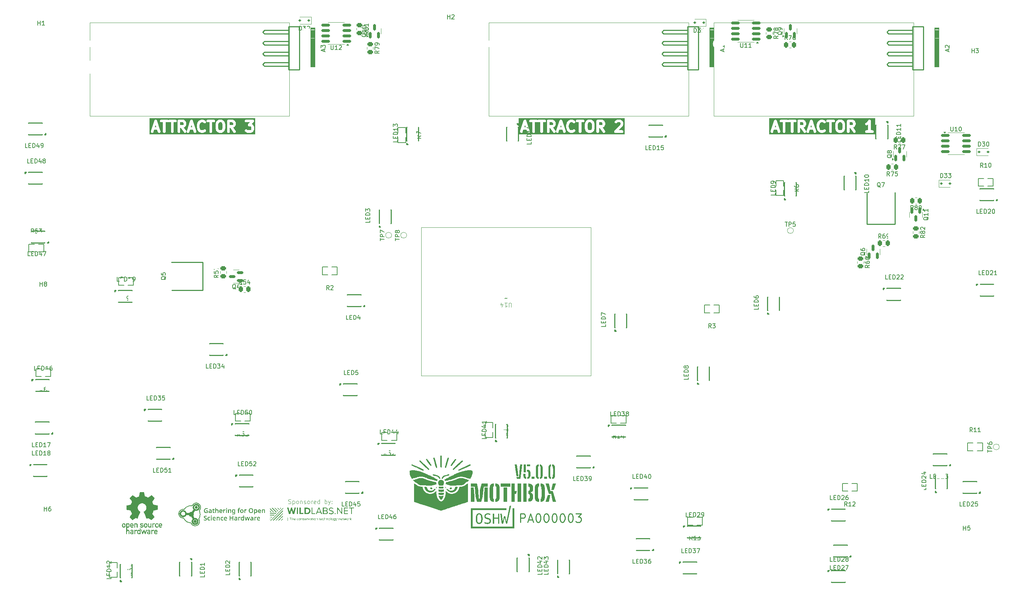
<source format=gbr>
%TF.GenerationSoftware,KiCad,Pcbnew,9.0.2*%
%TF.CreationDate,2025-06-06T12:18:48-05:00*%
%TF.ProjectId,MothBox,4d6f7468-426f-4782-9e6b-696361645f70,5.0.0*%
%TF.SameCoordinates,Original*%
%TF.FileFunction,Legend,Top*%
%TF.FilePolarity,Positive*%
%FSLAX46Y46*%
G04 Gerber Fmt 4.6, Leading zero omitted, Abs format (unit mm)*
G04 Created by KiCad (PCBNEW 9.0.2) date 2025-06-06 12:18:48*
%MOMM*%
%LPD*%
G01*
G04 APERTURE LIST*
G04 Aperture macros list*
%AMRoundRect*
0 Rectangle with rounded corners*
0 $1 Rounding radius*
0 $2 $3 $4 $5 $6 $7 $8 $9 X,Y pos of 4 corners*
0 Add a 4 corners polygon primitive as box body*
4,1,4,$2,$3,$4,$5,$6,$7,$8,$9,$2,$3,0*
0 Add four circle primitives for the rounded corners*
1,1,$1+$1,$2,$3*
1,1,$1+$1,$4,$5*
1,1,$1+$1,$6,$7*
1,1,$1+$1,$8,$9*
0 Add four rect primitives between the rounded corners*
20,1,$1+$1,$2,$3,$4,$5,0*
20,1,$1+$1,$4,$5,$6,$7,0*
20,1,$1+$1,$6,$7,$8,$9,0*
20,1,$1+$1,$8,$9,$2,$3,0*%
G04 Aperture macros list end*
%ADD10C,0.100000*%
%ADD11C,0.000000*%
%ADD12C,0.185208*%
%ADD13C,0.250000*%
%ADD14C,0.625000*%
%ADD15C,0.750000*%
%ADD16C,0.150000*%
%ADD17C,0.120000*%
%ADD18C,0.050000*%
%ADD19R,1.270000X2.540000*%
%ADD20R,5.400000X6.100000*%
%ADD21R,2.540000X1.270000*%
%ADD22R,6.100000X5.400000*%
%ADD23C,1.000000*%
%ADD24C,4.204000*%
%ADD25C,12.800000*%
%ADD26C,2.500000*%
%ADD27C,1.800000*%
%ADD28R,1.800000X1.800000*%
%ADD29R,2.200000X2.200000*%
%ADD30R,2.200000X1.250000*%
%ADD31R,1.130000X1.380000*%
%ADD32R,1.250000X2.200000*%
%ADD33R,1.380000X1.130000*%
%ADD34R,1.700000X1.700000*%
%ADD35C,1.700000*%
%ADD36C,2.300000*%
%ADD37RoundRect,0.150000X0.150000X-0.587500X0.150000X0.587500X-0.150000X0.587500X-0.150000X-0.587500X0*%
%ADD38RoundRect,0.250000X-0.450000X0.262500X-0.450000X-0.262500X0.450000X-0.262500X0.450000X0.262500X0*%
%ADD39RoundRect,0.250000X-0.262500X-0.450000X0.262500X-0.450000X0.262500X0.450000X-0.262500X0.450000X0*%
%ADD40RoundRect,0.150000X-0.150000X0.587500X-0.150000X-0.587500X0.150000X-0.587500X0.150000X0.587500X0*%
%ADD41RoundRect,0.250000X0.262500X0.450000X-0.262500X0.450000X-0.262500X-0.450000X0.262500X-0.450000X0*%
%ADD42RoundRect,0.112500X0.187500X0.112500X-0.187500X0.112500X-0.187500X-0.112500X0.187500X-0.112500X0*%
%ADD43RoundRect,0.112500X-0.187500X-0.112500X0.187500X-0.112500X0.187500X0.112500X-0.187500X0.112500X0*%
%ADD44C,1.570000*%
%ADD45R,1.570000X1.570000*%
%ADD46RoundRect,0.150000X0.825000X0.150000X-0.825000X0.150000X-0.825000X-0.150000X0.825000X-0.150000X0*%
%ADD47RoundRect,0.150000X-0.825000X-0.150000X0.825000X-0.150000X0.825000X0.150000X-0.825000X0.150000X0*%
%ADD48RoundRect,0.250000X0.450000X-0.262500X0.450000X0.262500X-0.450000X0.262500X-0.450000X-0.262500X0*%
%ADD49RoundRect,0.150000X0.587500X0.150000X-0.587500X0.150000X-0.587500X-0.150000X0.587500X-0.150000X0*%
G04 APERTURE END LIST*
D10*
X-6743735Y-79090471D02*
X-6600878Y-79138090D01*
X-6600878Y-79138090D02*
X-6362783Y-79138090D01*
X-6362783Y-79138090D02*
X-6267545Y-79090471D01*
X-6267545Y-79090471D02*
X-6219926Y-79042851D01*
X-6219926Y-79042851D02*
X-6172307Y-78947613D01*
X-6172307Y-78947613D02*
X-6172307Y-78852375D01*
X-6172307Y-78852375D02*
X-6219926Y-78757137D01*
X-6219926Y-78757137D02*
X-6267545Y-78709518D01*
X-6267545Y-78709518D02*
X-6362783Y-78661899D01*
X-6362783Y-78661899D02*
X-6553259Y-78614280D01*
X-6553259Y-78614280D02*
X-6648497Y-78566661D01*
X-6648497Y-78566661D02*
X-6696116Y-78519042D01*
X-6696116Y-78519042D02*
X-6743735Y-78423804D01*
X-6743735Y-78423804D02*
X-6743735Y-78328566D01*
X-6743735Y-78328566D02*
X-6696116Y-78233328D01*
X-6696116Y-78233328D02*
X-6648497Y-78185709D01*
X-6648497Y-78185709D02*
X-6553259Y-78138090D01*
X-6553259Y-78138090D02*
X-6315164Y-78138090D01*
X-6315164Y-78138090D02*
X-6172307Y-78185709D01*
X-5743735Y-78471423D02*
X-5743735Y-79471423D01*
X-5743735Y-78519042D02*
X-5648497Y-78471423D01*
X-5648497Y-78471423D02*
X-5458021Y-78471423D01*
X-5458021Y-78471423D02*
X-5362783Y-78519042D01*
X-5362783Y-78519042D02*
X-5315164Y-78566661D01*
X-5315164Y-78566661D02*
X-5267545Y-78661899D01*
X-5267545Y-78661899D02*
X-5267545Y-78947613D01*
X-5267545Y-78947613D02*
X-5315164Y-79042851D01*
X-5315164Y-79042851D02*
X-5362783Y-79090471D01*
X-5362783Y-79090471D02*
X-5458021Y-79138090D01*
X-5458021Y-79138090D02*
X-5648497Y-79138090D01*
X-5648497Y-79138090D02*
X-5743735Y-79090471D01*
X-4696116Y-79138090D02*
X-4791354Y-79090471D01*
X-4791354Y-79090471D02*
X-4838973Y-79042851D01*
X-4838973Y-79042851D02*
X-4886592Y-78947613D01*
X-4886592Y-78947613D02*
X-4886592Y-78661899D01*
X-4886592Y-78661899D02*
X-4838973Y-78566661D01*
X-4838973Y-78566661D02*
X-4791354Y-78519042D01*
X-4791354Y-78519042D02*
X-4696116Y-78471423D01*
X-4696116Y-78471423D02*
X-4553259Y-78471423D01*
X-4553259Y-78471423D02*
X-4458021Y-78519042D01*
X-4458021Y-78519042D02*
X-4410402Y-78566661D01*
X-4410402Y-78566661D02*
X-4362783Y-78661899D01*
X-4362783Y-78661899D02*
X-4362783Y-78947613D01*
X-4362783Y-78947613D02*
X-4410402Y-79042851D01*
X-4410402Y-79042851D02*
X-4458021Y-79090471D01*
X-4458021Y-79090471D02*
X-4553259Y-79138090D01*
X-4553259Y-79138090D02*
X-4696116Y-79138090D01*
X-3934211Y-78471423D02*
X-3934211Y-79138090D01*
X-3934211Y-78566661D02*
X-3886592Y-78519042D01*
X-3886592Y-78519042D02*
X-3791354Y-78471423D01*
X-3791354Y-78471423D02*
X-3648497Y-78471423D01*
X-3648497Y-78471423D02*
X-3553259Y-78519042D01*
X-3553259Y-78519042D02*
X-3505640Y-78614280D01*
X-3505640Y-78614280D02*
X-3505640Y-79138090D01*
X-3077068Y-79090471D02*
X-2981830Y-79138090D01*
X-2981830Y-79138090D02*
X-2791354Y-79138090D01*
X-2791354Y-79138090D02*
X-2696116Y-79090471D01*
X-2696116Y-79090471D02*
X-2648497Y-78995232D01*
X-2648497Y-78995232D02*
X-2648497Y-78947613D01*
X-2648497Y-78947613D02*
X-2696116Y-78852375D01*
X-2696116Y-78852375D02*
X-2791354Y-78804756D01*
X-2791354Y-78804756D02*
X-2934211Y-78804756D01*
X-2934211Y-78804756D02*
X-3029449Y-78757137D01*
X-3029449Y-78757137D02*
X-3077068Y-78661899D01*
X-3077068Y-78661899D02*
X-3077068Y-78614280D01*
X-3077068Y-78614280D02*
X-3029449Y-78519042D01*
X-3029449Y-78519042D02*
X-2934211Y-78471423D01*
X-2934211Y-78471423D02*
X-2791354Y-78471423D01*
X-2791354Y-78471423D02*
X-2696116Y-78519042D01*
X-2077068Y-79138090D02*
X-2172306Y-79090471D01*
X-2172306Y-79090471D02*
X-2219925Y-79042851D01*
X-2219925Y-79042851D02*
X-2267544Y-78947613D01*
X-2267544Y-78947613D02*
X-2267544Y-78661899D01*
X-2267544Y-78661899D02*
X-2219925Y-78566661D01*
X-2219925Y-78566661D02*
X-2172306Y-78519042D01*
X-2172306Y-78519042D02*
X-2077068Y-78471423D01*
X-2077068Y-78471423D02*
X-1934211Y-78471423D01*
X-1934211Y-78471423D02*
X-1838973Y-78519042D01*
X-1838973Y-78519042D02*
X-1791354Y-78566661D01*
X-1791354Y-78566661D02*
X-1743735Y-78661899D01*
X-1743735Y-78661899D02*
X-1743735Y-78947613D01*
X-1743735Y-78947613D02*
X-1791354Y-79042851D01*
X-1791354Y-79042851D02*
X-1838973Y-79090471D01*
X-1838973Y-79090471D02*
X-1934211Y-79138090D01*
X-1934211Y-79138090D02*
X-2077068Y-79138090D01*
X-1315163Y-79138090D02*
X-1315163Y-78471423D01*
X-1315163Y-78661899D02*
X-1267544Y-78566661D01*
X-1267544Y-78566661D02*
X-1219925Y-78519042D01*
X-1219925Y-78519042D02*
X-1124687Y-78471423D01*
X-1124687Y-78471423D02*
X-1029449Y-78471423D01*
X-315163Y-79090471D02*
X-410401Y-79138090D01*
X-410401Y-79138090D02*
X-600877Y-79138090D01*
X-600877Y-79138090D02*
X-696115Y-79090471D01*
X-696115Y-79090471D02*
X-743734Y-78995232D01*
X-743734Y-78995232D02*
X-743734Y-78614280D01*
X-743734Y-78614280D02*
X-696115Y-78519042D01*
X-696115Y-78519042D02*
X-600877Y-78471423D01*
X-600877Y-78471423D02*
X-410401Y-78471423D01*
X-410401Y-78471423D02*
X-315163Y-78519042D01*
X-315163Y-78519042D02*
X-267544Y-78614280D01*
X-267544Y-78614280D02*
X-267544Y-78709518D01*
X-267544Y-78709518D02*
X-743734Y-78804756D01*
X589599Y-79138090D02*
X589599Y-78138090D01*
X589599Y-79090471D02*
X494361Y-79138090D01*
X494361Y-79138090D02*
X303885Y-79138090D01*
X303885Y-79138090D02*
X208647Y-79090471D01*
X208647Y-79090471D02*
X161028Y-79042851D01*
X161028Y-79042851D02*
X113409Y-78947613D01*
X113409Y-78947613D02*
X113409Y-78661899D01*
X113409Y-78661899D02*
X161028Y-78566661D01*
X161028Y-78566661D02*
X208647Y-78519042D01*
X208647Y-78519042D02*
X303885Y-78471423D01*
X303885Y-78471423D02*
X494361Y-78471423D01*
X494361Y-78471423D02*
X589599Y-78519042D01*
X1827695Y-79138090D02*
X1827695Y-78138090D01*
X1827695Y-78519042D02*
X1922933Y-78471423D01*
X1922933Y-78471423D02*
X2113409Y-78471423D01*
X2113409Y-78471423D02*
X2208647Y-78519042D01*
X2208647Y-78519042D02*
X2256266Y-78566661D01*
X2256266Y-78566661D02*
X2303885Y-78661899D01*
X2303885Y-78661899D02*
X2303885Y-78947613D01*
X2303885Y-78947613D02*
X2256266Y-79042851D01*
X2256266Y-79042851D02*
X2208647Y-79090471D01*
X2208647Y-79090471D02*
X2113409Y-79138090D01*
X2113409Y-79138090D02*
X1922933Y-79138090D01*
X1922933Y-79138090D02*
X1827695Y-79090471D01*
X2637219Y-78471423D02*
X2875314Y-79138090D01*
X3113409Y-78471423D02*
X2875314Y-79138090D01*
X2875314Y-79138090D02*
X2780076Y-79376185D01*
X2780076Y-79376185D02*
X2732457Y-79423804D01*
X2732457Y-79423804D02*
X2637219Y-79471423D01*
X3494362Y-79042851D02*
X3541981Y-79090471D01*
X3541981Y-79090471D02*
X3494362Y-79138090D01*
X3494362Y-79138090D02*
X3446743Y-79090471D01*
X3446743Y-79090471D02*
X3494362Y-79042851D01*
X3494362Y-79042851D02*
X3494362Y-79138090D01*
X3494362Y-78519042D02*
X3541981Y-78566661D01*
X3541981Y-78566661D02*
X3494362Y-78614280D01*
X3494362Y-78614280D02*
X3446743Y-78566661D01*
X3446743Y-78566661D02*
X3494362Y-78519042D01*
X3494362Y-78519042D02*
X3494362Y-78614280D01*
D11*
G36*
X-11000000Y-82765671D02*
G01*
X-11091943Y-82845377D01*
X-11115755Y-82821564D01*
X-11115755Y-82676043D01*
X-10896151Y-82676043D01*
X-11000000Y-82765671D01*
G37*
G36*
X-892305Y-82586386D02*
G01*
X-889511Y-82589279D01*
X-886570Y-82592125D01*
X-883532Y-82594932D01*
X-877367Y-82600462D01*
X-871419Y-82605929D01*
X-868653Y-82608659D01*
X-866091Y-82611396D01*
X-863786Y-82614149D01*
X-861787Y-82616926D01*
X-860918Y-82618325D01*
X-860144Y-82619733D01*
X-859472Y-82621151D01*
X-858908Y-82622579D01*
X-858459Y-82624019D01*
X-858130Y-82625472D01*
X-857928Y-82626938D01*
X-857859Y-82628418D01*
X-856371Y-82716144D01*
X-855875Y-82804366D01*
X-856371Y-82892588D01*
X-857859Y-82980314D01*
X-857920Y-82981555D01*
X-858100Y-82982795D01*
X-858391Y-82984035D01*
X-858790Y-82985275D01*
X-859289Y-82986516D01*
X-859883Y-82987756D01*
X-860566Y-82988996D01*
X-861332Y-82990236D01*
X-862176Y-82991477D01*
X-863092Y-82992717D01*
X-865115Y-82995197D01*
X-867355Y-82997678D01*
X-869766Y-83000158D01*
X-872300Y-83002639D01*
X-874913Y-83005119D01*
X-880184Y-83010080D01*
X-882749Y-83012560D01*
X-885207Y-83015041D01*
X-887509Y-83017521D01*
X-889610Y-83020002D01*
X-891711Y-83017521D01*
X-894013Y-83015041D01*
X-896470Y-83012560D01*
X-899036Y-83010080D01*
X-904307Y-83005119D01*
X-909454Y-83000158D01*
X-911865Y-82997678D01*
X-914105Y-82995197D01*
X-916128Y-82992717D01*
X-917888Y-82990236D01*
X-918654Y-82988996D01*
X-919337Y-82987756D01*
X-919931Y-82986516D01*
X-920430Y-82985275D01*
X-920828Y-82984035D01*
X-921120Y-82982795D01*
X-921299Y-82981555D01*
X-921360Y-82980314D01*
X-922993Y-82957489D01*
X-924006Y-82934632D01*
X-924522Y-82911714D01*
X-924667Y-82888702D01*
X-924006Y-82795106D01*
X-924378Y-82753434D01*
X-924998Y-82711762D01*
X-925122Y-82670090D01*
X-924765Y-82649254D01*
X-924006Y-82628418D01*
X-923952Y-82626938D01*
X-923795Y-82625472D01*
X-923539Y-82624019D01*
X-923189Y-82622579D01*
X-922750Y-82621151D01*
X-922227Y-82619733D01*
X-921624Y-82618325D01*
X-920946Y-82616925D01*
X-920199Y-82615534D01*
X-919387Y-82614149D01*
X-917587Y-82611396D01*
X-915586Y-82608659D01*
X-913422Y-82605929D01*
X-911134Y-82603199D01*
X-908761Y-82600461D01*
X-903913Y-82594932D01*
X-901517Y-82592125D01*
X-899190Y-82589279D01*
X-896972Y-82586386D01*
X-894901Y-82583439D01*
X-892305Y-82586386D01*
G37*
G36*
X7516218Y-82589191D02*
G01*
X7524264Y-82592575D01*
X7532496Y-82596270D01*
X7541007Y-82600306D01*
X7549890Y-82604714D01*
X7559238Y-82609525D01*
X7569144Y-82614771D01*
X7579702Y-82620481D01*
X7580932Y-82619266D01*
X7582596Y-82617711D01*
X7583571Y-82616854D01*
X7584632Y-82615969D01*
X7585770Y-82615077D01*
X7586978Y-82614197D01*
X7588248Y-82613348D01*
X7589573Y-82612549D01*
X7590253Y-82612174D01*
X7590943Y-82611819D01*
X7591644Y-82611487D01*
X7592353Y-82611179D01*
X7593070Y-82610899D01*
X7593793Y-82610648D01*
X7594523Y-82610429D01*
X7595257Y-82610244D01*
X7595995Y-82610096D01*
X7596736Y-82609987D01*
X7597479Y-82609921D01*
X7598223Y-82609898D01*
X7610248Y-82608027D01*
X7622490Y-82606342D01*
X7647502Y-82603283D01*
X7673009Y-82600224D01*
X7685871Y-82598539D01*
X7698764Y-82596669D01*
X7689618Y-82603511D01*
X7680161Y-82610229D01*
X7670580Y-82616946D01*
X7661061Y-82623788D01*
X7656384Y-82627295D01*
X7651791Y-82630878D01*
X7647307Y-82634555D01*
X7642954Y-82638340D01*
X7638757Y-82642250D01*
X7634738Y-82646298D01*
X7630920Y-82650502D01*
X7627327Y-82654877D01*
X7606160Y-82679599D01*
X7595329Y-82692549D01*
X7590068Y-82699144D01*
X7584994Y-82705809D01*
X7580167Y-82712536D01*
X7575650Y-82719317D01*
X7571506Y-82726145D01*
X7567796Y-82733012D01*
X7564582Y-82739909D01*
X7563180Y-82743367D01*
X7561926Y-82746830D01*
X7560826Y-82750297D01*
X7559890Y-82753766D01*
X7559124Y-82757238D01*
X7558536Y-82760710D01*
X7556791Y-82773639D01*
X7555487Y-82786626D01*
X7554571Y-82799667D01*
X7553989Y-82812759D01*
X7553606Y-82839077D01*
X7553906Y-82865551D01*
X7554815Y-82918840D01*
X7554557Y-82945593D01*
X7554060Y-82958983D01*
X7553244Y-82972377D01*
X7553183Y-82974105D01*
X7553003Y-82975819D01*
X7552710Y-82977518D01*
X7552309Y-82979203D01*
X7551805Y-82980875D01*
X7551204Y-82982533D01*
X7550510Y-82984179D01*
X7549730Y-82985813D01*
X7548869Y-82987435D01*
X7547931Y-82989046D01*
X7545849Y-82992236D01*
X7543527Y-82995388D01*
X7541007Y-82998504D01*
X7518848Y-83022648D01*
X7516776Y-83019641D01*
X7514554Y-83016581D01*
X7509794Y-83010328D01*
X7504849Y-83003951D01*
X7499997Y-82997512D01*
X7497693Y-82994289D01*
X7495516Y-82991073D01*
X7493503Y-82987873D01*
X7491687Y-82984696D01*
X7490104Y-82981550D01*
X7488788Y-82978443D01*
X7488241Y-82976907D01*
X7487774Y-82975383D01*
X7487392Y-82973873D01*
X7487098Y-82972377D01*
X7485610Y-82891017D01*
X7485114Y-82809658D01*
X7485610Y-82728299D01*
X7487098Y-82646939D01*
X7487248Y-82643000D01*
X7487681Y-82639115D01*
X7488371Y-82635277D01*
X7489289Y-82631478D01*
X7490408Y-82627709D01*
X7491702Y-82623964D01*
X7493143Y-82620234D01*
X7494704Y-82616512D01*
X7498079Y-82609060D01*
X7501609Y-82601547D01*
X7505076Y-82593909D01*
X7506719Y-82590024D01*
X7508265Y-82586085D01*
X7516218Y-82589191D01*
G37*
G36*
X3248473Y-82416752D02*
G01*
X3248473Y-83017356D01*
X3246519Y-83017882D01*
X3244623Y-83018462D01*
X3242782Y-83019088D01*
X3240991Y-83019754D01*
X3239246Y-83020450D01*
X3237544Y-83021170D01*
X3234252Y-83022648D01*
X3228009Y-83025541D01*
X3224996Y-83026833D01*
X3223503Y-83027413D01*
X3222014Y-83027939D01*
X3219914Y-83023971D01*
X3217611Y-83020002D01*
X3215154Y-83016033D01*
X3212588Y-83012064D01*
X3207317Y-83004127D01*
X3202170Y-82996189D01*
X3199759Y-82992221D01*
X3197519Y-82988252D01*
X3195496Y-82984283D01*
X3193736Y-82980314D01*
X3192287Y-82976346D01*
X3191693Y-82974361D01*
X3191194Y-82972377D01*
X3190796Y-82970393D01*
X3190504Y-82968408D01*
X3190325Y-82966424D01*
X3190264Y-82964439D01*
X3188776Y-82841408D01*
X3188280Y-82718377D01*
X3188776Y-82595346D01*
X3190264Y-82472315D01*
X3190325Y-82470323D01*
X3190504Y-82468316D01*
X3190796Y-82466296D01*
X3191194Y-82464263D01*
X3192287Y-82460164D01*
X3193736Y-82456026D01*
X3195496Y-82451857D01*
X3197519Y-82447665D01*
X3199759Y-82443457D01*
X3202170Y-82439242D01*
X3207317Y-82430818D01*
X3212588Y-82422457D01*
X3217611Y-82414220D01*
X3219914Y-82410167D01*
X3222014Y-82406169D01*
X3248473Y-82416752D01*
G37*
G36*
X-8645173Y-80114821D02*
G01*
X-8635071Y-80115465D01*
X-8625218Y-80116572D01*
X-8615598Y-80118153D01*
X-8606190Y-80120219D01*
X-8596977Y-80122780D01*
X-8587941Y-80125846D01*
X-8579062Y-80129429D01*
X-8570323Y-80133539D01*
X-8561706Y-80138187D01*
X-8553190Y-80143383D01*
X-8544760Y-80149138D01*
X-8536395Y-80155463D01*
X-8528077Y-80162369D01*
X-8519789Y-80169865D01*
X-8511511Y-80177963D01*
X-8494914Y-80196008D01*
X-8478138Y-80216586D01*
X-8461037Y-80239785D01*
X-8443464Y-80265689D01*
X-8541359Y-80363585D01*
X-8596343Y-80301491D01*
X-8649839Y-80241877D01*
X-8701350Y-80184247D01*
X-8750380Y-80128106D01*
X-8724435Y-80122384D01*
X-8700078Y-80118174D01*
X-8677164Y-80115560D01*
X-8655544Y-80114629D01*
X-8645173Y-80114821D01*
G37*
G36*
X525735Y-82445561D02*
G01*
X535089Y-82456729D01*
X550385Y-82474630D01*
X556203Y-82481797D01*
X558628Y-82485030D01*
X560720Y-82488065D01*
X562471Y-82490930D01*
X563872Y-82493652D01*
X564918Y-82496257D01*
X565599Y-82498773D01*
X566715Y-82516302D01*
X567506Y-82524725D01*
X568575Y-82532838D01*
X570017Y-82540579D01*
X571924Y-82547886D01*
X573081Y-82551357D01*
X574389Y-82554697D01*
X575860Y-82557897D01*
X577505Y-82560950D01*
X579336Y-82563848D01*
X581365Y-82566583D01*
X583604Y-82569147D01*
X586063Y-82571533D01*
X588754Y-82573733D01*
X591690Y-82575740D01*
X594882Y-82577544D01*
X598341Y-82579140D01*
X602079Y-82580518D01*
X606108Y-82581672D01*
X610439Y-82582593D01*
X615084Y-82583274D01*
X620055Y-82583707D01*
X625363Y-82583884D01*
X631019Y-82583797D01*
X637037Y-82583439D01*
X637796Y-82583500D01*
X638582Y-82583680D01*
X639393Y-82583971D01*
X640225Y-82584369D01*
X641074Y-82584868D01*
X641937Y-82585462D01*
X642811Y-82586146D01*
X643692Y-82586912D01*
X644577Y-82587756D01*
X645463Y-82588672D01*
X646345Y-82589653D01*
X647222Y-82590695D01*
X648942Y-82592935D01*
X650596Y-82595346D01*
X652157Y-82597880D01*
X653598Y-82600493D01*
X654892Y-82603136D01*
X656012Y-82605764D01*
X656497Y-82607057D01*
X656930Y-82608329D01*
X657304Y-82609574D01*
X657619Y-82610787D01*
X657869Y-82611960D01*
X658052Y-82613089D01*
X658165Y-82614167D01*
X658203Y-82615189D01*
X657916Y-82616189D01*
X657556Y-82617201D01*
X657125Y-82618223D01*
X656627Y-82619251D01*
X656064Y-82620283D01*
X655441Y-82621317D01*
X654027Y-82623375D01*
X652412Y-82625402D01*
X650622Y-82627375D01*
X648684Y-82629270D01*
X646627Y-82631064D01*
X644477Y-82632735D01*
X642260Y-82634258D01*
X640005Y-82635610D01*
X637739Y-82636769D01*
X636609Y-82637269D01*
X635487Y-82637711D01*
X634376Y-82638093D01*
X633279Y-82638412D01*
X632199Y-82638666D01*
X631140Y-82638850D01*
X630105Y-82638963D01*
X629098Y-82639002D01*
X623344Y-82639124D01*
X617980Y-82639487D01*
X612992Y-82640083D01*
X608366Y-82640903D01*
X604089Y-82641941D01*
X600147Y-82643187D01*
X596526Y-82644636D01*
X593214Y-82646278D01*
X590197Y-82648106D01*
X587460Y-82650112D01*
X584991Y-82652289D01*
X582776Y-82654629D01*
X580801Y-82657123D01*
X579052Y-82659765D01*
X577517Y-82662547D01*
X576182Y-82665460D01*
X575032Y-82668497D01*
X574055Y-82671651D01*
X573237Y-82674913D01*
X572564Y-82678276D01*
X572023Y-82681732D01*
X571600Y-82685273D01*
X571055Y-82692580D01*
X570820Y-82700135D01*
X570786Y-82707876D01*
X570890Y-82723668D01*
X570890Y-82837439D01*
X571112Y-82876837D01*
X571640Y-82892970D01*
X572667Y-82907057D01*
X573421Y-82913411D01*
X574362Y-82919346D01*
X575511Y-82924894D01*
X576889Y-82930084D01*
X578518Y-82934950D01*
X580417Y-82939521D01*
X582608Y-82943828D01*
X585111Y-82947903D01*
X587948Y-82951776D01*
X591138Y-82955478D01*
X594704Y-82959041D01*
X598666Y-82962496D01*
X603044Y-82965873D01*
X607859Y-82969204D01*
X618886Y-82975849D01*
X631913Y-82982681D01*
X647107Y-82989946D01*
X684660Y-83006772D01*
X678620Y-83008435D01*
X672428Y-83010400D01*
X659731Y-83014958D01*
X634058Y-83024632D01*
X627785Y-83026759D01*
X621640Y-83028631D01*
X615658Y-83030178D01*
X609874Y-83031329D01*
X604322Y-83032015D01*
X599037Y-83032166D01*
X596506Y-83032019D01*
X594055Y-83031713D01*
X591688Y-83031237D01*
X589410Y-83030585D01*
X583404Y-83027833D01*
X577328Y-83024570D01*
X571236Y-83020841D01*
X565184Y-83016694D01*
X559224Y-83012175D01*
X553412Y-83007330D01*
X547801Y-83002207D01*
X542446Y-82996850D01*
X537401Y-82991308D01*
X532721Y-82985626D01*
X528459Y-82979851D01*
X524670Y-82974030D01*
X521408Y-82968209D01*
X518727Y-82962434D01*
X517622Y-82959578D01*
X516682Y-82956752D01*
X515915Y-82953961D01*
X515327Y-82951210D01*
X513524Y-82937289D01*
X512061Y-82923310D01*
X510035Y-82895192D01*
X509002Y-82866889D01*
X508712Y-82838431D01*
X510035Y-82723668D01*
X510365Y-82695556D01*
X510099Y-82688683D01*
X509477Y-82681996D01*
X508389Y-82675557D01*
X507637Y-82672450D01*
X506727Y-82669428D01*
X505648Y-82666500D01*
X504384Y-82663672D01*
X502922Y-82660952D01*
X501250Y-82658349D01*
X499352Y-82655870D01*
X497217Y-82653522D01*
X494829Y-82651314D01*
X492176Y-82649254D01*
X489243Y-82647348D01*
X486018Y-82645605D01*
X482487Y-82644033D01*
X478636Y-82642639D01*
X474452Y-82641431D01*
X469921Y-82640417D01*
X465030Y-82639604D01*
X459764Y-82639001D01*
X459035Y-82638917D01*
X458336Y-82638670D01*
X457663Y-82638269D01*
X457015Y-82637720D01*
X456391Y-82637031D01*
X455788Y-82636211D01*
X455204Y-82635266D01*
X454638Y-82634206D01*
X453550Y-82631766D01*
X452509Y-82628955D01*
X451499Y-82625834D01*
X450504Y-82622465D01*
X446370Y-82607747D01*
X445220Y-82604068D01*
X443993Y-82600513D01*
X442672Y-82597143D01*
X441243Y-82594022D01*
X448410Y-82592853D01*
X455040Y-82591338D01*
X461157Y-82589485D01*
X466782Y-82587304D01*
X471939Y-82584806D01*
X476649Y-82582000D01*
X480934Y-82578895D01*
X484818Y-82575502D01*
X488321Y-82571829D01*
X491467Y-82567887D01*
X494278Y-82563686D01*
X496776Y-82559234D01*
X498983Y-82554542D01*
X500922Y-82549620D01*
X502614Y-82544476D01*
X504083Y-82539122D01*
X505350Y-82533565D01*
X506438Y-82527817D01*
X508165Y-82515785D01*
X509443Y-82503101D01*
X510449Y-82489843D01*
X512362Y-82461917D01*
X513624Y-82447404D01*
X515328Y-82432627D01*
X525735Y-82445561D01*
G37*
G36*
X6102784Y-82461565D02*
G01*
X6105091Y-82464046D01*
X6107560Y-82466526D01*
X6110150Y-82469007D01*
X6120857Y-82478929D01*
X6123408Y-82481409D01*
X6125823Y-82483890D01*
X6128060Y-82486370D01*
X6130076Y-82488851D01*
X6131829Y-82491331D01*
X6132593Y-82492571D01*
X6133275Y-82493811D01*
X6133870Y-82495052D01*
X6134373Y-82496292D01*
X6134777Y-82497532D01*
X6135079Y-82498772D01*
X6136071Y-82514560D01*
X6136706Y-82522288D01*
X6137558Y-82529820D01*
X6138721Y-82537087D01*
X6140287Y-82544025D01*
X6142349Y-82550568D01*
X6143595Y-82553671D01*
X6144999Y-82556650D01*
X6146575Y-82559497D01*
X6148333Y-82562205D01*
X6150284Y-82564764D01*
X6152441Y-82567166D01*
X6154815Y-82569404D01*
X6157417Y-82571469D01*
X6160260Y-82573353D01*
X6163355Y-82575047D01*
X6166713Y-82576543D01*
X6170347Y-82577834D01*
X6174267Y-82578911D01*
X6178486Y-82579765D01*
X6183015Y-82580389D01*
X6187866Y-82580773D01*
X6193049Y-82580911D01*
X6198578Y-82580793D01*
X6199563Y-82580839D01*
X6200533Y-82580974D01*
X6201490Y-82581195D01*
X6202434Y-82581496D01*
X6203366Y-82581875D01*
X6204288Y-82582328D01*
X6205200Y-82582851D01*
X6206103Y-82583439D01*
X6206999Y-82584090D01*
X6207887Y-82584798D01*
X6208770Y-82585561D01*
X6209648Y-82586375D01*
X6211394Y-82588137D01*
X6213131Y-82590054D01*
X6214869Y-82592095D01*
X6216614Y-82594229D01*
X6220159Y-82598653D01*
X6221974Y-82600880D01*
X6223828Y-82603076D01*
X6225728Y-82605211D01*
X6227683Y-82607252D01*
X6210484Y-82625773D01*
X6208252Y-82627937D01*
X6206029Y-82629938D01*
X6203821Y-82631737D01*
X6201637Y-82633297D01*
X6200556Y-82633974D01*
X6199483Y-82634577D01*
X6198421Y-82635100D01*
X6197369Y-82635540D01*
X6196328Y-82635889D01*
X6195300Y-82636145D01*
X6194286Y-82636303D01*
X6193287Y-82636356D01*
X6187998Y-82636464D01*
X6183041Y-82636782D01*
X6178405Y-82637307D01*
X6174079Y-82638030D01*
X6170053Y-82638948D01*
X6166318Y-82640053D01*
X6162862Y-82641341D01*
X6159677Y-82642805D01*
X6156751Y-82644440D01*
X6154074Y-82646239D01*
X6151637Y-82648197D01*
X6149429Y-82650309D01*
X6147440Y-82652567D01*
X6145660Y-82654967D01*
X6144079Y-82657503D01*
X6142685Y-82660168D01*
X6141471Y-82662958D01*
X6140424Y-82665866D01*
X6139535Y-82668886D01*
X6138794Y-82672013D01*
X6138191Y-82675240D01*
X6137715Y-82678563D01*
X6137105Y-82685469D01*
X6136882Y-82692686D01*
X6136965Y-82700166D01*
X6137273Y-82707863D01*
X6137725Y-82715731D01*
X6137725Y-82821564D01*
X6137068Y-82865344D01*
X6137230Y-82883281D01*
X6137931Y-82898955D01*
X6139330Y-82912644D01*
X6140340Y-82918832D01*
X6141585Y-82924628D01*
X6143083Y-82930067D01*
X6144855Y-82935185D01*
X6146921Y-82940016D01*
X6149300Y-82944596D01*
X6152012Y-82948958D01*
X6155078Y-82953138D01*
X6158517Y-82957170D01*
X6162348Y-82961091D01*
X6166592Y-82964933D01*
X6171269Y-82968734D01*
X6182000Y-82976346D01*
X6194700Y-82984206D01*
X6209528Y-82992593D01*
X6246202Y-83012064D01*
X6239725Y-83013697D01*
X6233200Y-83015573D01*
X6220074Y-83019795D01*
X6206949Y-83024203D01*
X6193947Y-83028270D01*
X6187531Y-83030011D01*
X6181193Y-83031469D01*
X6174948Y-83032578D01*
X6168811Y-83033272D01*
X6162799Y-83033486D01*
X6159844Y-83033392D01*
X6156926Y-83033154D01*
X6154047Y-83032762D01*
X6151208Y-83032208D01*
X6148412Y-83031486D01*
X6145661Y-83030585D01*
X6142918Y-83029516D01*
X6140150Y-83028299D01*
X6134566Y-83025443D01*
X6128958Y-83022068D01*
X6123378Y-83018224D01*
X6117875Y-83013961D01*
X6112500Y-83009330D01*
X6107303Y-83004382D01*
X6102335Y-82999166D01*
X6097646Y-82993733D01*
X6093286Y-82988133D01*
X6089307Y-82982417D01*
X6085757Y-82976635D01*
X6082688Y-82970837D01*
X6080151Y-82965075D01*
X6079097Y-82962222D01*
X6078194Y-82959398D01*
X6077450Y-82956607D01*
X6076870Y-82953856D01*
X6075124Y-82938973D01*
X6073821Y-82924090D01*
X6072905Y-82909208D01*
X6072322Y-82894325D01*
X6071940Y-82864559D01*
X6072239Y-82834794D01*
X6073149Y-82775262D01*
X6072890Y-82745497D01*
X6072393Y-82730614D01*
X6071578Y-82715731D01*
X6071261Y-82713258D01*
X6070811Y-82710800D01*
X6070234Y-82708355D01*
X6069537Y-82705923D01*
X6068725Y-82703502D01*
X6067805Y-82701092D01*
X6065666Y-82696301D01*
X6063171Y-82691540D01*
X6060369Y-82686803D01*
X6057312Y-82682081D01*
X6054049Y-82677367D01*
X6047109Y-82667930D01*
X6039951Y-82658432D01*
X6036417Y-82653641D01*
X6032980Y-82648810D01*
X6029690Y-82643933D01*
X6026598Y-82639002D01*
X6025824Y-82638017D01*
X6024993Y-82637047D01*
X6023182Y-82635147D01*
X6021209Y-82633293D01*
X6019115Y-82631478D01*
X6010392Y-82624450D01*
X6008337Y-82622712D01*
X6006418Y-82620967D01*
X6004677Y-82619206D01*
X6003157Y-82617422D01*
X6002493Y-82616519D01*
X6001901Y-82615607D01*
X6001385Y-82614685D01*
X6000951Y-82613753D01*
X6000604Y-82612809D01*
X6000349Y-82611852D01*
X6000193Y-82610882D01*
X6000139Y-82609898D01*
X6000177Y-82608883D01*
X6000290Y-82607827D01*
X6000475Y-82606734D01*
X6000728Y-82605609D01*
X6001430Y-82603282D01*
X6002372Y-82600885D01*
X6003531Y-82598458D01*
X6004883Y-82596038D01*
X6006406Y-82593665D01*
X6008077Y-82591377D01*
X6009871Y-82589213D01*
X6011767Y-82587212D01*
X6013739Y-82585412D01*
X6015766Y-82583853D01*
X6016793Y-82583175D01*
X6017824Y-82582572D01*
X6018858Y-82582049D01*
X6019890Y-82581610D01*
X6020919Y-82581260D01*
X6021941Y-82581004D01*
X6022953Y-82580847D01*
X6023952Y-82580793D01*
X6029218Y-82580430D01*
X6034110Y-82579843D01*
X6038643Y-82579040D01*
X6042830Y-82578029D01*
X6046686Y-82576818D01*
X6050224Y-82575416D01*
X6053459Y-82573831D01*
X6056405Y-82572070D01*
X6059076Y-82570144D01*
X6061486Y-82568058D01*
X6063649Y-82565823D01*
X6065578Y-82563446D01*
X6067289Y-82560935D01*
X6068794Y-82558298D01*
X6070109Y-82555544D01*
X6071247Y-82552681D01*
X6072222Y-82549718D01*
X6073049Y-82546662D01*
X6073740Y-82543521D01*
X6074312Y-82540305D01*
X6075148Y-82533677D01*
X6075671Y-82526843D01*
X6076870Y-82498772D01*
X6077148Y-82497532D01*
X6077486Y-82496292D01*
X6078326Y-82493811D01*
X6079369Y-82491331D01*
X6080589Y-82488851D01*
X6081965Y-82486370D01*
X6083473Y-82483890D01*
X6085089Y-82481409D01*
X6086790Y-82478929D01*
X6093984Y-82469007D01*
X6097488Y-82464046D01*
X6099136Y-82461565D01*
X6100682Y-82459085D01*
X6102784Y-82461565D01*
G37*
G36*
X4248598Y-81379585D02*
G01*
X4255232Y-81379739D01*
X4261737Y-81380197D01*
X4268105Y-81380952D01*
X4274333Y-81381999D01*
X4280413Y-81383330D01*
X4286340Y-81384940D01*
X4292108Y-81386822D01*
X4297711Y-81388970D01*
X4303144Y-81391377D01*
X4308400Y-81394039D01*
X4313474Y-81396947D01*
X4318361Y-81400096D01*
X4323053Y-81403479D01*
X4327546Y-81407091D01*
X4331834Y-81410924D01*
X4335910Y-81414973D01*
X4339769Y-81419232D01*
X4343406Y-81423693D01*
X4346813Y-81428351D01*
X4349987Y-81433200D01*
X4352920Y-81438232D01*
X4355607Y-81443442D01*
X4358042Y-81448824D01*
X4360219Y-81454371D01*
X4362132Y-81460077D01*
X4363777Y-81465936D01*
X4365146Y-81471941D01*
X4366234Y-81478086D01*
X4367036Y-81484364D01*
X4367544Y-81490770D01*
X4367755Y-81497297D01*
X4367661Y-81503939D01*
X4367259Y-81510341D01*
X4366554Y-81516642D01*
X4365554Y-81522836D01*
X4364266Y-81528915D01*
X4362696Y-81534871D01*
X4360853Y-81540699D01*
X4358743Y-81546389D01*
X4356375Y-81551936D01*
X4353754Y-81557332D01*
X4350888Y-81562569D01*
X4347786Y-81567641D01*
X4344453Y-81572540D01*
X4340897Y-81577258D01*
X4337126Y-81581789D01*
X4333146Y-81586125D01*
X4328965Y-81590260D01*
X4324591Y-81594185D01*
X4320030Y-81597893D01*
X4315289Y-81601377D01*
X4310377Y-81604631D01*
X4305300Y-81607646D01*
X4300066Y-81610415D01*
X4294681Y-81612932D01*
X4289153Y-81615188D01*
X4283490Y-81617177D01*
X4277699Y-81618892D01*
X4271786Y-81620324D01*
X4265760Y-81621467D01*
X4259627Y-81622314D01*
X4253394Y-81622857D01*
X4247070Y-81623088D01*
X4240660Y-81623002D01*
X4234484Y-81622593D01*
X4228364Y-81621866D01*
X4222310Y-81620832D01*
X4216331Y-81619498D01*
X4210438Y-81617874D01*
X4204640Y-81615967D01*
X4198946Y-81613788D01*
X4193366Y-81611344D01*
X4187911Y-81608644D01*
X4182589Y-81605697D01*
X4177411Y-81602511D01*
X4172386Y-81599096D01*
X4167523Y-81595460D01*
X4162833Y-81591612D01*
X4158326Y-81587561D01*
X4154010Y-81583314D01*
X4149895Y-81578882D01*
X4145992Y-81574272D01*
X4142310Y-81569494D01*
X4138858Y-81564556D01*
X4135647Y-81559466D01*
X4132685Y-81554235D01*
X4129984Y-81548869D01*
X4127551Y-81543379D01*
X4125398Y-81537772D01*
X4123534Y-81532058D01*
X4121968Y-81526245D01*
X4120710Y-81520341D01*
X4119770Y-81514357D01*
X4119157Y-81508299D01*
X4118882Y-81502178D01*
X4118953Y-81496002D01*
X4119363Y-81490073D01*
X4120089Y-81484201D01*
X4121125Y-81478393D01*
X4122462Y-81472659D01*
X4124091Y-81467009D01*
X4126005Y-81461452D01*
X4128194Y-81455996D01*
X4130652Y-81450651D01*
X4133370Y-81445426D01*
X4136338Y-81440330D01*
X4139550Y-81435373D01*
X4142997Y-81430564D01*
X4146671Y-81425912D01*
X4150564Y-81421426D01*
X4154666Y-81417115D01*
X4158971Y-81412989D01*
X4163469Y-81409056D01*
X4168153Y-81405327D01*
X4173014Y-81401810D01*
X4178044Y-81398514D01*
X4183236Y-81395449D01*
X4188579Y-81392624D01*
X4194067Y-81390047D01*
X4199692Y-81387729D01*
X4205444Y-81385679D01*
X4211316Y-81383905D01*
X4217299Y-81382417D01*
X4223385Y-81381223D01*
X4229567Y-81380334D01*
X4235835Y-81379759D01*
X4242181Y-81379506D01*
X4248598Y-81379585D01*
G37*
G36*
X8563622Y-82801059D02*
G01*
X8563953Y-83189335D01*
X8405202Y-83189335D01*
X8405172Y-83187846D01*
X8405088Y-83186353D01*
X8404958Y-83184853D01*
X8404789Y-83183340D01*
X8404365Y-83180266D01*
X8403880Y-83177098D01*
X8403394Y-83173806D01*
X8402971Y-83170359D01*
X8402802Y-83168568D01*
X8402671Y-83166726D01*
X8402587Y-83164831D01*
X8402558Y-83162877D01*
X8415353Y-83160014D01*
X8428023Y-83157337D01*
X8453489Y-83152293D01*
X8508391Y-83141710D01*
X8508391Y-82461731D01*
X8479535Y-82455778D01*
X8452167Y-82449825D01*
X8399912Y-82437919D01*
X8399942Y-82436431D01*
X8400026Y-82434947D01*
X8400156Y-82433471D01*
X8400325Y-82432007D01*
X8400749Y-82429128D01*
X8401235Y-82426343D01*
X8401721Y-82423682D01*
X8402144Y-82421175D01*
X8402314Y-82419990D01*
X8402444Y-82418855D01*
X8402528Y-82417774D01*
X8402558Y-82416752D01*
X8561307Y-82416752D01*
X8563622Y-82801059D01*
G37*
G36*
X-1126726Y-82458741D02*
G01*
X-1125872Y-82458875D01*
X-1125090Y-82459085D01*
X-1123850Y-82459619D01*
X-1122612Y-82460227D01*
X-1121378Y-82460905D01*
X-1120149Y-82461648D01*
X-1118929Y-82462454D01*
X-1117718Y-82463317D01*
X-1115333Y-82465204D01*
X-1113010Y-82467276D01*
X-1110765Y-82469503D01*
X-1108613Y-82471854D01*
X-1106569Y-82474299D01*
X-1104649Y-82476805D01*
X-1102869Y-82479342D01*
X-1101244Y-82481880D01*
X-1099789Y-82484386D01*
X-1098520Y-82486830D01*
X-1097453Y-82489182D01*
X-1096603Y-82491409D01*
X-1095985Y-82493481D01*
X-1095742Y-82511015D01*
X-1095305Y-82519450D01*
X-1094538Y-82527588D01*
X-1093353Y-82535368D01*
X-1091660Y-82542734D01*
X-1090595Y-82546243D01*
X-1089370Y-82549627D01*
X-1087973Y-82552878D01*
X-1086394Y-82555989D01*
X-1084621Y-82558953D01*
X-1082643Y-82561762D01*
X-1080449Y-82564409D01*
X-1078028Y-82566887D01*
X-1075368Y-82569189D01*
X-1072459Y-82571308D01*
X-1069289Y-82573235D01*
X-1065848Y-82574965D01*
X-1062123Y-82576488D01*
X-1058105Y-82577800D01*
X-1053781Y-82578891D01*
X-1049141Y-82579755D01*
X-1044173Y-82580385D01*
X-1038867Y-82580772D01*
X-1033211Y-82580911D01*
X-1027194Y-82580794D01*
X-1026435Y-82580840D01*
X-1025648Y-82580973D01*
X-1024837Y-82581191D01*
X-1024005Y-82581486D01*
X-1023156Y-82581856D01*
X-1022293Y-82582294D01*
X-1021419Y-82582796D01*
X-1020538Y-82583357D01*
X-1018767Y-82584637D01*
X-1017008Y-82586096D01*
X-1015288Y-82587694D01*
X-1013634Y-82589393D01*
X-1012072Y-82591154D01*
X-1010631Y-82592938D01*
X-1009337Y-82594707D01*
X-1008218Y-82596421D01*
X-1007300Y-82598042D01*
X-1006611Y-82599532D01*
X-1006360Y-82600215D01*
X-1006177Y-82600851D01*
X-1006065Y-82601434D01*
X-1006027Y-82601960D01*
X-1006584Y-82604003D01*
X-1007262Y-82606146D01*
X-1008056Y-82608367D01*
X-1008962Y-82610642D01*
X-1009977Y-82612948D01*
X-1011097Y-82615262D01*
X-1012317Y-82617560D01*
X-1013634Y-82619820D01*
X-1015044Y-82622017D01*
X-1016543Y-82624130D01*
X-1018128Y-82626133D01*
X-1019794Y-82628005D01*
X-1021537Y-82629722D01*
X-1023354Y-82631261D01*
X-1024289Y-82631956D01*
X-1025241Y-82632598D01*
X-1026209Y-82633184D01*
X-1027194Y-82633711D01*
X-1030698Y-82635139D01*
X-1034268Y-82636455D01*
X-1037908Y-82637670D01*
X-1041622Y-82638796D01*
X-1045413Y-82639844D01*
X-1049286Y-82640826D01*
X-1057290Y-82642640D01*
X-1065667Y-82644330D01*
X-1074447Y-82645989D01*
X-1093339Y-82649586D01*
X-1093660Y-82682209D01*
X-1094414Y-82714615D01*
X-1095985Y-82778901D01*
X-1096181Y-82810842D01*
X-1095572Y-82842690D01*
X-1093846Y-82874476D01*
X-1092467Y-82890356D01*
X-1090693Y-82906231D01*
X-1090083Y-82909185D01*
X-1089250Y-82912095D01*
X-1088207Y-82914963D01*
X-1086962Y-82917791D01*
X-1085528Y-82920583D01*
X-1083915Y-82923341D01*
X-1082133Y-82926066D01*
X-1080193Y-82928762D01*
X-1078105Y-82931431D01*
X-1075882Y-82934075D01*
X-1071067Y-82939299D01*
X-1065833Y-82944453D01*
X-1060266Y-82949557D01*
X-1054451Y-82954629D01*
X-1048474Y-82959691D01*
X-1036371Y-82969855D01*
X-1030417Y-82974998D01*
X-1024641Y-82980206D01*
X-1019128Y-82985500D01*
X-1013964Y-82990898D01*
X-1013453Y-82991875D01*
X-1012912Y-82992821D01*
X-1012343Y-82993739D01*
X-1011748Y-82994629D01*
X-1011127Y-82995491D01*
X-1010482Y-82996328D01*
X-1009127Y-82997926D01*
X-1007695Y-82999431D01*
X-1006197Y-83000851D01*
X-1004645Y-83002193D01*
X-1003050Y-83003465D01*
X-1001424Y-83004676D01*
X-999779Y-83005832D01*
X-996477Y-83008013D01*
X-990152Y-83012064D01*
X-996629Y-83013668D01*
X-1003153Y-83015465D01*
X-1016279Y-83019423D01*
X-1029404Y-83023505D01*
X-1042406Y-83027278D01*
X-1048822Y-83028912D01*
X-1055160Y-83030306D01*
X-1061405Y-83031406D01*
X-1067542Y-83032156D01*
X-1073554Y-83032504D01*
X-1079427Y-83032394D01*
X-1085145Y-83031772D01*
X-1087941Y-83031253D01*
X-1090693Y-83030585D01*
X-1096203Y-83028328D01*
X-1101788Y-83025552D01*
X-1107395Y-83022295D01*
X-1112976Y-83018596D01*
X-1118479Y-83014494D01*
X-1123854Y-83010028D01*
X-1129050Y-83005237D01*
X-1134018Y-83000158D01*
X-1138707Y-82994831D01*
X-1143067Y-82989296D01*
X-1147047Y-82983589D01*
X-1150596Y-82977751D01*
X-1153665Y-82971820D01*
X-1155004Y-82968832D01*
X-1156203Y-82965835D01*
X-1157257Y-82962834D01*
X-1158160Y-82959834D01*
X-1158904Y-82956839D01*
X-1159484Y-82953856D01*
X-1161259Y-82942445D01*
X-1162642Y-82931030D01*
X-1163676Y-82919608D01*
X-1164404Y-82908174D01*
X-1165112Y-82885255D01*
X-1165107Y-82862244D01*
X-1164321Y-82815818D01*
X-1164223Y-82792341D01*
X-1164776Y-82768648D01*
X-1164557Y-82757130D01*
X-1164017Y-82745466D01*
X-1162668Y-82722098D01*
X-1162209Y-82710596D01*
X-1162125Y-82699350D01*
X-1162592Y-82688460D01*
X-1163784Y-82678028D01*
X-1164706Y-82673015D01*
X-1165875Y-82668154D01*
X-1167312Y-82663458D01*
X-1169040Y-82658939D01*
X-1171079Y-82654610D01*
X-1173452Y-82650483D01*
X-1176181Y-82646572D01*
X-1179287Y-82642888D01*
X-1182793Y-82639445D01*
X-1186719Y-82636254D01*
X-1191088Y-82633329D01*
X-1195922Y-82630682D01*
X-1201242Y-82628326D01*
X-1207070Y-82626273D01*
X-1213429Y-82624536D01*
X-1220339Y-82623127D01*
X-1204877Y-82584762D01*
X-1189912Y-82548382D01*
X-1174947Y-82512994D01*
X-1159485Y-82477606D01*
X-1158944Y-82476614D01*
X-1158314Y-82475625D01*
X-1157602Y-82474640D01*
X-1156814Y-82473663D01*
X-1155953Y-82472695D01*
X-1155026Y-82471740D01*
X-1152995Y-82469875D01*
X-1150762Y-82468088D01*
X-1148370Y-82466397D01*
X-1145861Y-82464823D01*
X-1143279Y-82463385D01*
X-1140666Y-82462101D01*
X-1138065Y-82460992D01*
X-1135518Y-82460077D01*
X-1133068Y-82459375D01*
X-1130758Y-82458905D01*
X-1129668Y-82458763D01*
X-1128629Y-82458687D01*
X-1127647Y-82458679D01*
X-1126726Y-82458741D01*
G37*
G36*
X-10716234Y-81167918D02*
G01*
X-10732572Y-81167388D01*
X-10748832Y-81167645D01*
X-10764999Y-81168482D01*
X-10781057Y-81169696D01*
X-10812786Y-81172430D01*
X-10828426Y-81173539D01*
X-10843896Y-81174202D01*
X-10859179Y-81174215D01*
X-10874261Y-81173370D01*
X-10889125Y-81171464D01*
X-10896472Y-81170049D01*
X-10903758Y-81168290D01*
X-10910982Y-81166164D01*
X-10918142Y-81163644D01*
X-10925236Y-81160704D01*
X-10932262Y-81157320D01*
X-10939219Y-81153464D01*
X-10946104Y-81149111D01*
X-10952915Y-81144237D01*
X-10959651Y-81138814D01*
X-10980779Y-81120453D01*
X-10999566Y-81102925D01*
X-11016089Y-81086009D01*
X-11023527Y-81077712D01*
X-11030427Y-81069485D01*
X-11036800Y-81061301D01*
X-11042656Y-81053132D01*
X-11048004Y-81044950D01*
X-11052854Y-81036728D01*
X-11057216Y-81028438D01*
X-11061099Y-81020052D01*
X-11064514Y-81011544D01*
X-11067469Y-81002885D01*
X-11069974Y-80994047D01*
X-11072039Y-80985004D01*
X-11073675Y-80975727D01*
X-11074889Y-80966189D01*
X-11075693Y-80956363D01*
X-11076096Y-80946220D01*
X-11076107Y-80935733D01*
X-11075737Y-80924874D01*
X-11074994Y-80913616D01*
X-11073889Y-80901932D01*
X-11070631Y-80877171D01*
X-11066040Y-80850373D01*
X-11060193Y-80821314D01*
X-10716234Y-81167918D01*
G37*
G36*
X-4525621Y-82568873D02*
G01*
X-4511478Y-82570458D01*
X-4497260Y-82573053D01*
X-4483002Y-82576682D01*
X-4468737Y-82581371D01*
X-4454498Y-82587143D01*
X-4440318Y-82594023D01*
X-4438356Y-82595068D01*
X-4436439Y-82596218D01*
X-4434563Y-82597466D01*
X-4432727Y-82598808D01*
X-4430927Y-82600239D01*
X-4429162Y-82601755D01*
X-4425724Y-82605020D01*
X-4422396Y-82608563D01*
X-4419156Y-82612347D01*
X-4415987Y-82616333D01*
X-4412867Y-82620481D01*
X-4406702Y-82629111D01*
X-4400506Y-82637927D01*
X-4397348Y-82642308D01*
X-4394124Y-82646619D01*
X-4390815Y-82650822D01*
X-4387401Y-82654877D01*
X-4396548Y-82655089D01*
X-4406005Y-82655580D01*
X-4415585Y-82656133D01*
X-4425104Y-82656531D01*
X-4429782Y-82656604D01*
X-4434375Y-82656557D01*
X-4438859Y-82656362D01*
X-4443212Y-82655993D01*
X-4447409Y-82655423D01*
X-4451429Y-82654624D01*
X-4455246Y-82653569D01*
X-4458839Y-82652231D01*
X-4472606Y-82646340D01*
X-4486124Y-82641565D01*
X-4499395Y-82637906D01*
X-4512417Y-82635364D01*
X-4525191Y-82633938D01*
X-4531486Y-82633643D01*
X-4537718Y-82633628D01*
X-4543888Y-82633891D01*
X-4549996Y-82634434D01*
X-4556042Y-82635255D01*
X-4562026Y-82636356D01*
X-4567948Y-82637736D01*
X-4573809Y-82639395D01*
X-4579607Y-82641333D01*
X-4585343Y-82643549D01*
X-4591017Y-82646045D01*
X-4596629Y-82648820D01*
X-4607667Y-82655208D01*
X-4618457Y-82662711D01*
X-4628999Y-82671331D01*
X-4639293Y-82681067D01*
X-4649339Y-82691919D01*
X-4653904Y-82697760D01*
X-4658175Y-82703864D01*
X-4662150Y-82710211D01*
X-4665829Y-82716785D01*
X-4669211Y-82723569D01*
X-4672297Y-82730544D01*
X-4677575Y-82745001D01*
X-4681659Y-82760015D01*
X-4684546Y-82775448D01*
X-4686231Y-82791161D01*
X-4686711Y-82807012D01*
X-4685982Y-82822864D01*
X-4684040Y-82838576D01*
X-4680880Y-82854010D01*
X-4676500Y-82869024D01*
X-4673851Y-82876331D01*
X-4670895Y-82883481D01*
X-4667632Y-82890456D01*
X-4664062Y-82897239D01*
X-4660183Y-82903814D01*
X-4655995Y-82910161D01*
X-4651499Y-82916265D01*
X-4646693Y-82922106D01*
X-4641701Y-82927664D01*
X-4636647Y-82932928D01*
X-4631531Y-82937898D01*
X-4626353Y-82942575D01*
X-4621113Y-82946960D01*
X-4615811Y-82951052D01*
X-4610447Y-82954853D01*
X-4605021Y-82958362D01*
X-4599533Y-82961581D01*
X-4593983Y-82964510D01*
X-4588371Y-82967149D01*
X-4582697Y-82969499D01*
X-4576961Y-82971560D01*
X-4571163Y-82973332D01*
X-4565303Y-82974817D01*
X-4559381Y-82976015D01*
X-4553397Y-82976926D01*
X-4547350Y-82977550D01*
X-4541242Y-82977889D01*
X-4535072Y-82977942D01*
X-4528840Y-82977711D01*
X-4522546Y-82977195D01*
X-4516189Y-82976395D01*
X-4509771Y-82975312D01*
X-4503291Y-82973946D01*
X-4496749Y-82972297D01*
X-4490144Y-82970367D01*
X-4483478Y-82968155D01*
X-4476750Y-82965662D01*
X-4469959Y-82962888D01*
X-4456192Y-82956502D01*
X-4454433Y-82955555D01*
X-4452629Y-82954698D01*
X-4448896Y-82953231D01*
X-4445007Y-82952066D01*
X-4440979Y-82951169D01*
X-4436827Y-82950504D01*
X-4432566Y-82950037D01*
X-4428212Y-82949733D01*
X-4423781Y-82949557D01*
X-4414748Y-82949448D01*
X-4405591Y-82949433D01*
X-4396434Y-82949231D01*
X-4391894Y-82948973D01*
X-4387401Y-82948565D01*
X-4390290Y-82952650D01*
X-4393023Y-82956936D01*
X-4395633Y-82961378D01*
X-4398150Y-82965928D01*
X-4407906Y-82984283D01*
X-4410423Y-82988678D01*
X-4413032Y-82992903D01*
X-4415766Y-82996910D01*
X-4418655Y-83000654D01*
X-4421730Y-83004088D01*
X-4423346Y-83005674D01*
X-4425021Y-83007165D01*
X-4426758Y-83008556D01*
X-4428561Y-83009840D01*
X-4430434Y-83011011D01*
X-4432380Y-83012064D01*
X-4446823Y-83019425D01*
X-4461353Y-83025646D01*
X-4475935Y-83030754D01*
X-4490532Y-83034771D01*
X-4505107Y-83037722D01*
X-4519625Y-83039632D01*
X-4534049Y-83040525D01*
X-4548342Y-83040424D01*
X-4562469Y-83039355D01*
X-4576393Y-83037340D01*
X-4590077Y-83034406D01*
X-4603486Y-83030575D01*
X-4616583Y-83025872D01*
X-4629331Y-83020321D01*
X-4641695Y-83013946D01*
X-4653638Y-83006772D01*
X-4665123Y-82998824D01*
X-4676115Y-82990124D01*
X-4686577Y-82980697D01*
X-4696473Y-82970568D01*
X-4705765Y-82959761D01*
X-4714419Y-82948299D01*
X-4722397Y-82936208D01*
X-4729664Y-82923511D01*
X-4736183Y-82910233D01*
X-4741917Y-82896398D01*
X-4746831Y-82882030D01*
X-4750888Y-82867153D01*
X-4754051Y-82851792D01*
X-4756285Y-82835970D01*
X-4757552Y-82819713D01*
X-4757817Y-82803043D01*
X-4757335Y-82786855D01*
X-4755909Y-82771047D01*
X-4753573Y-82755644D01*
X-4750361Y-82740670D01*
X-4746305Y-82726150D01*
X-4741441Y-82712107D01*
X-4735800Y-82698566D01*
X-4729416Y-82685552D01*
X-4722323Y-82673088D01*
X-4714555Y-82661198D01*
X-4706144Y-82649907D01*
X-4697124Y-82639240D01*
X-4687528Y-82629219D01*
X-4677390Y-82619870D01*
X-4666744Y-82611217D01*
X-4655622Y-82603283D01*
X-4644059Y-82596094D01*
X-4632087Y-82589673D01*
X-4619740Y-82584045D01*
X-4607052Y-82579233D01*
X-4594055Y-82575263D01*
X-4580784Y-82572157D01*
X-4567272Y-82569942D01*
X-4553551Y-82568639D01*
X-4539657Y-82568275D01*
X-4525621Y-82568873D01*
G37*
G36*
X23197Y-82573604D02*
G01*
X32541Y-82574607D01*
X41554Y-82576192D01*
X50229Y-82578354D01*
X58559Y-82581089D01*
X66537Y-82584395D01*
X74156Y-82588266D01*
X81410Y-82592699D01*
X88293Y-82597690D01*
X94796Y-82603236D01*
X100914Y-82609332D01*
X106639Y-82615974D01*
X111965Y-82623159D01*
X116885Y-82630883D01*
X121393Y-82639141D01*
X125480Y-82647931D01*
X129142Y-82657247D01*
X132370Y-82667087D01*
X135159Y-82677446D01*
X137500Y-82688321D01*
X139389Y-82699707D01*
X140817Y-82711601D01*
X141778Y-82723999D01*
X142265Y-82736897D01*
X143167Y-82742445D01*
X143898Y-82748163D01*
X144474Y-82754036D01*
X144911Y-82760048D01*
X145428Y-82772430D01*
X145572Y-82785184D01*
X144911Y-82837439D01*
X145128Y-82847361D01*
X145655Y-82857283D01*
X146895Y-82877127D01*
X147237Y-82887048D01*
X147256Y-82892009D01*
X147144Y-82896970D01*
X146876Y-82901931D01*
X146430Y-82906892D01*
X145783Y-82911853D01*
X144911Y-82916814D01*
X141697Y-82929713D01*
X138049Y-82942611D01*
X134028Y-82955510D01*
X129698Y-82968408D01*
X125119Y-82981306D01*
X120355Y-82994205D01*
X110515Y-83020001D01*
X92987Y-82971054D01*
X88992Y-82958662D01*
X87202Y-82952485D01*
X85587Y-82946332D01*
X84173Y-82940209D01*
X82988Y-82934126D01*
X82058Y-82928089D01*
X81411Y-82922106D01*
X79778Y-82901270D01*
X78765Y-82880434D01*
X78249Y-82859598D01*
X78104Y-82838762D01*
X78765Y-82755418D01*
X78508Y-82742279D01*
X77696Y-82729678D01*
X76271Y-82717659D01*
X74177Y-82706263D01*
X71353Y-82695535D01*
X69650Y-82690434D01*
X67743Y-82685515D01*
X65625Y-82680785D01*
X63288Y-82676248D01*
X60725Y-82671909D01*
X57930Y-82667775D01*
X54894Y-82663850D01*
X51610Y-82660139D01*
X48072Y-82656648D01*
X44272Y-82653383D01*
X40202Y-82650348D01*
X35855Y-82647549D01*
X31225Y-82644992D01*
X26304Y-82642681D01*
X21084Y-82640622D01*
X15558Y-82638820D01*
X9720Y-82637281D01*
X3561Y-82636009D01*
X-2925Y-82635011D01*
X-9747Y-82634292D01*
X-16910Y-82633856D01*
X-24422Y-82633710D01*
X-31785Y-82633864D01*
X-38989Y-82634323D01*
X-46029Y-82635081D01*
X-52901Y-82636133D01*
X-59600Y-82637474D01*
X-66123Y-82639099D01*
X-72464Y-82641002D01*
X-78620Y-82643177D01*
X-84586Y-82645620D01*
X-90358Y-82648324D01*
X-95931Y-82651286D01*
X-101301Y-82654499D01*
X-106464Y-82657958D01*
X-111415Y-82661658D01*
X-116150Y-82665594D01*
X-120664Y-82669759D01*
X-124954Y-82674149D01*
X-129014Y-82678759D01*
X-132841Y-82683583D01*
X-136431Y-82688616D01*
X-139778Y-82693852D01*
X-142878Y-82699286D01*
X-145727Y-82704913D01*
X-148322Y-82710728D01*
X-150656Y-82716725D01*
X-152726Y-82722898D01*
X-154528Y-82729244D01*
X-156058Y-82735755D01*
X-157310Y-82742427D01*
X-158281Y-82749255D01*
X-158965Y-82756233D01*
X-159360Y-82763355D01*
X-159691Y-82869189D01*
X-160476Y-82921857D01*
X-162006Y-82975022D01*
X-162059Y-82976510D01*
X-162216Y-82977998D01*
X-162470Y-82979487D01*
X-162817Y-82980975D01*
X-163252Y-82982463D01*
X-163768Y-82983952D01*
X-164360Y-82985440D01*
X-165024Y-82986928D01*
X-166544Y-82989905D01*
X-168285Y-82992881D01*
X-170204Y-82995858D01*
X-172259Y-82998834D01*
X-180982Y-83010741D01*
X-183075Y-83013717D01*
X-185048Y-83016694D01*
X-186859Y-83019671D01*
X-188464Y-83022647D01*
X-190565Y-83020137D01*
X-192867Y-83017572D01*
X-197890Y-83012312D01*
X-203161Y-83006927D01*
X-208308Y-83001480D01*
X-210719Y-82998753D01*
X-212959Y-82996033D01*
X-214982Y-82993329D01*
X-216742Y-82990649D01*
X-217508Y-82989320D01*
X-218191Y-82987999D01*
X-218785Y-82986688D01*
X-219284Y-82985388D01*
X-219683Y-82984100D01*
X-219974Y-82982824D01*
X-220153Y-82981561D01*
X-220214Y-82980314D01*
X-221703Y-82892588D01*
X-222199Y-82804366D01*
X-221703Y-82716144D01*
X-220214Y-82628418D01*
X-220138Y-82627177D01*
X-219914Y-82625937D01*
X-219550Y-82624697D01*
X-219052Y-82623457D01*
X-218428Y-82622217D01*
X-217686Y-82620976D01*
X-216832Y-82619736D01*
X-215874Y-82618496D01*
X-214819Y-82617256D01*
X-213674Y-82616015D01*
X-211145Y-82613535D01*
X-208345Y-82611054D01*
X-205332Y-82608574D01*
X-202163Y-82606094D01*
X-198898Y-82603613D01*
X-192309Y-82598652D01*
X-189102Y-82596172D01*
X-186030Y-82593691D01*
X-183153Y-82591211D01*
X-180527Y-82588730D01*
X-177302Y-82594362D01*
X-174077Y-82599370D01*
X-170851Y-82603779D01*
X-167624Y-82607618D01*
X-164394Y-82610912D01*
X-161162Y-82613688D01*
X-157927Y-82615973D01*
X-154689Y-82617793D01*
X-151447Y-82619175D01*
X-148200Y-82620146D01*
X-144949Y-82620733D01*
X-141692Y-82620961D01*
X-138430Y-82620858D01*
X-135161Y-82620450D01*
X-131885Y-82619764D01*
X-128603Y-82618827D01*
X-125312Y-82617664D01*
X-122013Y-82616304D01*
X-115389Y-82613096D01*
X-108726Y-82609414D01*
X-102020Y-82605473D01*
X-95268Y-82601486D01*
X-88465Y-82597665D01*
X-81609Y-82594224D01*
X-78159Y-82592713D01*
X-74694Y-82591376D01*
X-62672Y-82586973D01*
X-50921Y-82583185D01*
X-39447Y-82580011D01*
X-28257Y-82577444D01*
X-17358Y-82575482D01*
X-6756Y-82574121D01*
X3542Y-82573357D01*
X13528Y-82573186D01*
X23197Y-82573604D01*
G37*
G36*
X1453936Y-82570976D02*
G01*
X1463785Y-82571464D01*
X1473573Y-82572401D01*
X1483281Y-82573792D01*
X1492885Y-82575641D01*
X1502367Y-82577954D01*
X1511705Y-82580737D01*
X1520879Y-82583994D01*
X1529866Y-82587732D01*
X1538648Y-82591955D01*
X1547202Y-82596669D01*
X1549148Y-82597955D01*
X1551020Y-82599329D01*
X1552822Y-82600788D01*
X1554556Y-82602327D01*
X1556226Y-82603942D01*
X1557835Y-82605627D01*
X1560886Y-82609195D01*
X1563735Y-82612995D01*
X1566410Y-82616993D01*
X1568938Y-82621154D01*
X1571346Y-82625442D01*
X1573660Y-82629824D01*
X1575909Y-82634263D01*
X1580317Y-82643177D01*
X1584787Y-82651905D01*
X1587113Y-82656113D01*
X1589536Y-82660169D01*
X1585509Y-82659760D01*
X1581377Y-82659502D01*
X1572876Y-82659300D01*
X1555472Y-82659176D01*
X1551150Y-82659000D01*
X1546878Y-82658696D01*
X1542676Y-82658229D01*
X1538563Y-82657564D01*
X1534559Y-82656667D01*
X1530682Y-82655502D01*
X1526953Y-82654035D01*
X1525150Y-82653177D01*
X1523391Y-82652231D01*
X1509624Y-82645844D01*
X1496105Y-82640578D01*
X1482835Y-82636435D01*
X1469813Y-82633421D01*
X1457038Y-82631538D01*
X1450744Y-82631022D01*
X1444512Y-82630790D01*
X1438341Y-82630844D01*
X1432233Y-82631183D01*
X1426187Y-82631807D01*
X1420203Y-82632718D01*
X1414281Y-82633916D01*
X1408421Y-82635401D01*
X1402623Y-82637173D01*
X1396887Y-82639234D01*
X1391212Y-82641584D01*
X1385600Y-82644223D01*
X1380050Y-82647152D01*
X1374562Y-82650371D01*
X1369136Y-82653880D01*
X1363772Y-82657681D01*
X1353230Y-82666158D01*
X1342936Y-82675805D01*
X1332891Y-82686627D01*
X1327852Y-82692484D01*
X1323153Y-82698631D01*
X1318792Y-82705050D01*
X1314767Y-82711721D01*
X1311078Y-82718624D01*
X1307723Y-82725741D01*
X1304700Y-82733051D01*
X1302008Y-82740536D01*
X1299646Y-82748175D01*
X1297611Y-82755951D01*
X1294520Y-82771831D01*
X1292724Y-82788021D01*
X1292210Y-82804366D01*
X1292968Y-82820712D01*
X1294985Y-82836902D01*
X1298251Y-82852782D01*
X1302753Y-82868197D01*
X1308479Y-82882992D01*
X1311798Y-82890109D01*
X1315419Y-82897012D01*
X1319340Y-82903683D01*
X1323560Y-82910101D01*
X1328077Y-82916249D01*
X1332891Y-82922106D01*
X1337890Y-82927656D01*
X1342966Y-82932898D01*
X1348116Y-82937832D01*
X1353339Y-82942461D01*
X1358634Y-82946786D01*
X1363999Y-82950808D01*
X1369433Y-82954528D01*
X1374934Y-82957949D01*
X1380501Y-82961071D01*
X1386133Y-82963896D01*
X1391828Y-82966425D01*
X1397584Y-82968661D01*
X1403400Y-82970604D01*
X1409275Y-82972256D01*
X1415207Y-82973618D01*
X1421195Y-82974692D01*
X1427237Y-82975479D01*
X1433331Y-82975980D01*
X1439478Y-82976198D01*
X1445674Y-82976133D01*
X1451918Y-82975788D01*
X1458210Y-82975163D01*
X1464547Y-82974259D01*
X1470928Y-82973079D01*
X1477352Y-82971624D01*
X1483817Y-82969895D01*
X1490322Y-82967894D01*
X1496865Y-82965622D01*
X1510060Y-82960272D01*
X1523391Y-82953856D01*
X1526953Y-82951991D01*
X1530682Y-82950352D01*
X1534559Y-82948914D01*
X1538563Y-82947655D01*
X1542676Y-82946550D01*
X1546878Y-82945577D01*
X1551150Y-82944713D01*
X1555472Y-82943934D01*
X1572876Y-82941205D01*
X1581377Y-82939748D01*
X1585509Y-82938914D01*
X1589536Y-82937980D01*
X1590468Y-82939935D01*
X1591288Y-82941831D01*
X1592007Y-82943672D01*
X1592637Y-82945464D01*
X1593189Y-82947208D01*
X1593675Y-82948910D01*
X1594497Y-82952202D01*
X1595861Y-82958445D01*
X1596590Y-82961457D01*
X1597006Y-82962950D01*
X1597474Y-82964439D01*
X1589910Y-82972167D01*
X1582113Y-82979474D01*
X1574094Y-82986357D01*
X1565868Y-82992815D01*
X1557449Y-82998844D01*
X1548849Y-83004443D01*
X1540082Y-83009608D01*
X1531162Y-83014338D01*
X1522103Y-83018630D01*
X1512918Y-83022481D01*
X1503621Y-83025890D01*
X1494224Y-83028854D01*
X1484742Y-83031370D01*
X1475189Y-83033436D01*
X1465578Y-83035049D01*
X1455922Y-83036207D01*
X1446234Y-83036908D01*
X1436530Y-83037150D01*
X1426822Y-83036929D01*
X1417123Y-83036244D01*
X1407447Y-83035091D01*
X1397809Y-83033469D01*
X1388221Y-83031375D01*
X1378696Y-83028807D01*
X1369249Y-83025762D01*
X1359894Y-83022239D01*
X1350643Y-83018233D01*
X1341510Y-83013744D01*
X1332509Y-83008768D01*
X1323653Y-83003303D01*
X1314956Y-82997347D01*
X1306432Y-82990897D01*
X1298201Y-82983949D01*
X1290376Y-82976516D01*
X1282962Y-82968626D01*
X1275964Y-82960305D01*
X1269383Y-82951581D01*
X1263225Y-82942482D01*
X1257494Y-82933033D01*
X1252192Y-82923263D01*
X1247325Y-82913199D01*
X1242896Y-82902867D01*
X1238908Y-82892294D01*
X1235367Y-82881509D01*
X1232274Y-82870537D01*
X1229636Y-82859407D01*
X1227454Y-82848145D01*
X1225734Y-82836778D01*
X1224479Y-82825333D01*
X1223693Y-82813839D01*
X1223379Y-82802321D01*
X1223543Y-82790806D01*
X1224187Y-82779323D01*
X1225315Y-82767898D01*
X1226932Y-82756559D01*
X1229041Y-82745331D01*
X1231646Y-82734243D01*
X1234751Y-82723322D01*
X1238360Y-82712595D01*
X1242477Y-82702088D01*
X1247105Y-82691830D01*
X1252249Y-82681847D01*
X1257912Y-82672166D01*
X1264098Y-82662814D01*
X1270009Y-82654792D01*
X1276317Y-82647101D01*
X1283003Y-82639747D01*
X1290045Y-82632733D01*
X1297421Y-82626067D01*
X1305113Y-82619753D01*
X1313098Y-82613796D01*
X1321355Y-82608203D01*
X1329865Y-82602977D01*
X1338605Y-82598125D01*
X1347556Y-82593652D01*
X1356697Y-82589563D01*
X1366006Y-82585864D01*
X1375462Y-82582559D01*
X1385046Y-82579654D01*
X1394736Y-82577156D01*
X1404511Y-82575067D01*
X1414350Y-82573395D01*
X1424233Y-82572145D01*
X1434139Y-82571321D01*
X1444047Y-82570930D01*
X1453936Y-82570976D01*
G37*
G36*
X-6762372Y-82411677D02*
G01*
X-6761416Y-82414354D01*
X-6760523Y-82416907D01*
X-6759722Y-82419398D01*
X-6759366Y-82420639D01*
X-6759045Y-82421888D01*
X-6758762Y-82423153D01*
X-6758523Y-82424441D01*
X-6758330Y-82425760D01*
X-6758187Y-82427118D01*
X-6758098Y-82428522D01*
X-6758068Y-82429981D01*
X-6783534Y-82437960D01*
X-6809000Y-82446187D01*
X-6863901Y-82464377D01*
X-6861586Y-82800398D01*
X-6861255Y-83144356D01*
X-6832854Y-83149854D01*
X-6806685Y-83154609D01*
X-6758068Y-83162877D01*
X-6760714Y-83186689D01*
X-6916818Y-83186689D01*
X-6916818Y-82408814D01*
X-6763359Y-82408814D01*
X-6762372Y-82411677D01*
G37*
G36*
X-3161450Y-82581773D02*
G01*
X-3149807Y-82582503D01*
X-3138094Y-82583629D01*
X-3126330Y-82585092D01*
X-3102730Y-82588798D01*
X-3079160Y-82593154D01*
X-3032734Y-82601960D01*
X-3031269Y-82602284D01*
X-3029847Y-82602756D01*
X-3028468Y-82603369D01*
X-3027127Y-82604115D01*
X-3025824Y-82604986D01*
X-3024554Y-82605977D01*
X-3023317Y-82607079D01*
X-3022109Y-82608285D01*
X-3020929Y-82609588D01*
X-3019773Y-82610980D01*
X-3017526Y-82614005D01*
X-3015348Y-82617302D01*
X-3013221Y-82620811D01*
X-3004829Y-82635818D01*
X-3002663Y-82639521D01*
X-3000431Y-82643089D01*
X-2998114Y-82646463D01*
X-2996918Y-82648059D01*
X-2995693Y-82649585D01*
X-3011567Y-82665460D01*
X-3018513Y-82662835D01*
X-3025458Y-82659962D01*
X-3039348Y-82653719D01*
X-3053239Y-82647229D01*
X-3067130Y-82640986D01*
X-3074075Y-82638113D01*
X-3081020Y-82635488D01*
X-3087966Y-82633173D01*
X-3094911Y-82631230D01*
X-3101857Y-82629721D01*
X-3108802Y-82628708D01*
X-3115748Y-82628253D01*
X-3119220Y-82628254D01*
X-3122693Y-82628418D01*
X-3130631Y-82629216D01*
X-3138568Y-82630579D01*
X-3146506Y-82632453D01*
X-3154443Y-82634785D01*
X-3162381Y-82637520D01*
X-3170318Y-82640604D01*
X-3178256Y-82643982D01*
X-3186193Y-82647601D01*
X-3202068Y-82655342D01*
X-3217943Y-82663393D01*
X-3233818Y-82671320D01*
X-3241755Y-82675102D01*
X-3249693Y-82678689D01*
X-3238887Y-82688823D01*
X-3228237Y-82699236D01*
X-3217648Y-82709711D01*
X-3207029Y-82720030D01*
X-3201678Y-82725064D01*
X-3196285Y-82729978D01*
X-3190838Y-82734744D01*
X-3185325Y-82739336D01*
X-3179734Y-82743727D01*
X-3174054Y-82747889D01*
X-3168274Y-82751795D01*
X-3162381Y-82755418D01*
X-3155754Y-82758654D01*
X-3148810Y-82761464D01*
X-3141603Y-82763918D01*
X-3134186Y-82766084D01*
X-3118941Y-82769836D01*
X-3103511Y-82773278D01*
X-3088328Y-82776967D01*
X-3080966Y-82779080D01*
X-3073828Y-82781463D01*
X-3066969Y-82784188D01*
X-3060444Y-82787323D01*
X-3054306Y-82790939D01*
X-3051400Y-82792949D01*
X-3048610Y-82795106D01*
X-3042636Y-82799811D01*
X-3036657Y-82804966D01*
X-3030733Y-82810523D01*
X-3024922Y-82816438D01*
X-3019280Y-82822662D01*
X-3013868Y-82829150D01*
X-3008742Y-82835855D01*
X-3003962Y-82842731D01*
X-2999584Y-82849730D01*
X-2995668Y-82856807D01*
X-2992270Y-82863915D01*
X-2989451Y-82871008D01*
X-2988276Y-82874534D01*
X-2987267Y-82878038D01*
X-2986431Y-82881516D01*
X-2985777Y-82884961D01*
X-2985310Y-82888366D01*
X-2985038Y-82891728D01*
X-2984969Y-82895038D01*
X-2985110Y-82898293D01*
X-2985911Y-82905849D01*
X-2987301Y-82913594D01*
X-2989249Y-82921472D01*
X-2991725Y-82929423D01*
X-2994696Y-82937389D01*
X-2998133Y-82945313D01*
X-3002003Y-82953136D01*
X-3006277Y-82960801D01*
X-3010923Y-82968248D01*
X-3015910Y-82975420D01*
X-3021206Y-82982259D01*
X-3026782Y-82988706D01*
X-3032606Y-82994704D01*
X-3038647Y-83000194D01*
X-3044874Y-83005118D01*
X-3051256Y-83009418D01*
X-3058330Y-83014387D01*
X-3065651Y-83018878D01*
X-3073202Y-83022893D01*
X-3080965Y-83026435D01*
X-3088924Y-83029506D01*
X-3097061Y-83032109D01*
X-3105361Y-83034245D01*
X-3113805Y-83035918D01*
X-3122377Y-83037129D01*
X-3131060Y-83037882D01*
X-3139837Y-83038179D01*
X-3148692Y-83038021D01*
X-3157606Y-83037412D01*
X-3166563Y-83036354D01*
X-3175547Y-83034849D01*
X-3184539Y-83032900D01*
X-3193524Y-83030509D01*
X-3202485Y-83027679D01*
X-3211403Y-83024412D01*
X-3220263Y-83020710D01*
X-3229048Y-83016576D01*
X-3237739Y-83012012D01*
X-3246322Y-83007021D01*
X-3254778Y-83001605D01*
X-3263090Y-82995767D01*
X-3271242Y-82989508D01*
X-3279217Y-82982832D01*
X-3286998Y-82975741D01*
X-3294567Y-82968237D01*
X-3301908Y-82960323D01*
X-3309004Y-82952000D01*
X-3315838Y-82943272D01*
X-3306914Y-82944378D01*
X-3298020Y-82945670D01*
X-3280451Y-82948564D01*
X-3263377Y-82951458D01*
X-3255103Y-82952750D01*
X-3247046Y-82953856D01*
X-3229187Y-82957147D01*
X-3211328Y-82960842D01*
X-3193469Y-82964599D01*
X-3175609Y-82968077D01*
X-3166680Y-82969605D01*
X-3157750Y-82970935D01*
X-3148820Y-82972024D01*
X-3139891Y-82972831D01*
X-3130961Y-82973312D01*
X-3122031Y-82973425D01*
X-3113102Y-82973128D01*
X-3104172Y-82972376D01*
X-3102165Y-82972029D01*
X-3100118Y-82971488D01*
X-3098036Y-82970762D01*
X-3095924Y-82969860D01*
X-3093790Y-82968788D01*
X-3091638Y-82967557D01*
X-3089474Y-82966173D01*
X-3087305Y-82964646D01*
X-3085135Y-82962982D01*
X-3082972Y-82961192D01*
X-3078685Y-82957261D01*
X-3074492Y-82952920D01*
X-3070438Y-82948233D01*
X-3066570Y-82943268D01*
X-3062934Y-82938089D01*
X-3059578Y-82932763D01*
X-3056547Y-82927356D01*
X-3053888Y-82921933D01*
X-3051648Y-82916561D01*
X-3050699Y-82913914D01*
X-3049872Y-82911305D01*
X-3049174Y-82908741D01*
X-3048609Y-82906231D01*
X-3048460Y-82904697D01*
X-3048505Y-82903077D01*
X-3048735Y-82901378D01*
X-3049141Y-82899606D01*
X-3049716Y-82897768D01*
X-3050452Y-82895871D01*
X-3051339Y-82893921D01*
X-3052371Y-82891926D01*
X-3054833Y-82887827D01*
X-3057771Y-82883627D01*
X-3061120Y-82879381D01*
X-3064815Y-82875142D01*
X-3068788Y-82870965D01*
X-3072974Y-82866905D01*
X-3077308Y-82863015D01*
X-3081723Y-82859350D01*
X-3086154Y-82855964D01*
X-3090534Y-82852911D01*
X-3094798Y-82850246D01*
X-3098880Y-82848022D01*
X-3106935Y-82844756D01*
X-3115199Y-82841857D01*
X-3123634Y-82839261D01*
X-3132201Y-82836901D01*
X-3167010Y-82828509D01*
X-3184198Y-82824019D01*
X-3192602Y-82821469D01*
X-3200828Y-82818629D01*
X-3208836Y-82815432D01*
X-3216589Y-82811813D01*
X-3224047Y-82807705D01*
X-3231172Y-82803043D01*
X-3238196Y-82797842D01*
X-3245321Y-82792196D01*
X-3252461Y-82786155D01*
X-3259532Y-82779768D01*
X-3266447Y-82773087D01*
X-3273123Y-82766162D01*
X-3279472Y-82759042D01*
X-3285411Y-82751780D01*
X-3290854Y-82744424D01*
X-3295715Y-82737026D01*
X-3299910Y-82729636D01*
X-3301731Y-82725959D01*
X-3303353Y-82722304D01*
X-3304766Y-82718675D01*
X-3305959Y-82715080D01*
X-3306921Y-82711525D01*
X-3307642Y-82708015D01*
X-3308111Y-82704558D01*
X-3308318Y-82701160D01*
X-3308251Y-82697826D01*
X-3307901Y-82694564D01*
X-3307290Y-82690791D01*
X-3306454Y-82686921D01*
X-3304144Y-82678942D01*
X-3301034Y-82670722D01*
X-3297193Y-82662359D01*
X-3292685Y-82653949D01*
X-3287576Y-82645590D01*
X-3281932Y-82637378D01*
X-3275820Y-82629410D01*
X-3269304Y-82621783D01*
X-3262451Y-82614595D01*
X-3255327Y-82607941D01*
X-3247997Y-82601918D01*
X-3240528Y-82596625D01*
X-3232985Y-82592157D01*
X-3229207Y-82590262D01*
X-3225435Y-82588611D01*
X-3221677Y-82587214D01*
X-3217942Y-82586084D01*
X-3206939Y-82583966D01*
X-3195768Y-82582534D01*
X-3184450Y-82581730D01*
X-3173005Y-82581496D01*
X-3161450Y-82581773D01*
G37*
G36*
X-3541028Y-82571655D02*
G01*
X-3532415Y-82572043D01*
X-3524090Y-82572815D01*
X-3516054Y-82573972D01*
X-3508308Y-82575513D01*
X-3500855Y-82577436D01*
X-3493695Y-82579743D01*
X-3486831Y-82582432D01*
X-3480263Y-82585502D01*
X-3473993Y-82588954D01*
X-3468022Y-82592786D01*
X-3462352Y-82596999D01*
X-3456984Y-82601592D01*
X-3451920Y-82606564D01*
X-3447162Y-82611915D01*
X-3442710Y-82617644D01*
X-3438566Y-82623751D01*
X-3434732Y-82630236D01*
X-3431208Y-82637097D01*
X-3427997Y-82644335D01*
X-3425101Y-82651949D01*
X-3422519Y-82659938D01*
X-3420255Y-82668302D01*
X-3418308Y-82677041D01*
X-3416682Y-82686154D01*
X-3415376Y-82695640D01*
X-3414393Y-82705499D01*
X-3413735Y-82715731D01*
X-3412247Y-82779272D01*
X-3411750Y-82843062D01*
X-3412247Y-82907347D01*
X-3413735Y-82972377D01*
X-3413796Y-82974105D01*
X-3413975Y-82975819D01*
X-3414267Y-82977518D01*
X-3414665Y-82979203D01*
X-3415164Y-82980875D01*
X-3415758Y-82982533D01*
X-3416441Y-82984179D01*
X-3417207Y-82985813D01*
X-3418967Y-82989046D01*
X-3420990Y-82992236D01*
X-3423230Y-82995388D01*
X-3425641Y-82998504D01*
X-3428176Y-83001590D01*
X-3430788Y-83004649D01*
X-3436059Y-83010700D01*
X-3438624Y-83013700D01*
X-3441082Y-83016689D01*
X-3443384Y-83019670D01*
X-3445485Y-83022648D01*
X-3447556Y-83019205D01*
X-3449779Y-83015816D01*
X-3452118Y-83012474D01*
X-3454538Y-83009170D01*
X-3464336Y-82996189D01*
X-3466641Y-82992963D01*
X-3468817Y-82989730D01*
X-3470830Y-82986480D01*
X-3472646Y-82983208D01*
X-3474229Y-82979905D01*
X-3474923Y-82978239D01*
X-3475545Y-82976562D01*
X-3476092Y-82974874D01*
X-3476559Y-82973174D01*
X-3476941Y-82971460D01*
X-3477235Y-82969731D01*
X-3478765Y-82912184D01*
X-3479550Y-82854637D01*
X-3479881Y-82739543D01*
X-3480225Y-82727454D01*
X-3481271Y-82715999D01*
X-3483038Y-82705197D01*
X-3484197Y-82700044D01*
X-3485545Y-82695060D01*
X-3487082Y-82690247D01*
X-3488811Y-82685606D01*
X-3490736Y-82681140D01*
X-3492857Y-82676849D01*
X-3495178Y-82672738D01*
X-3497701Y-82668806D01*
X-3500429Y-82665057D01*
X-3503363Y-82661491D01*
X-3506506Y-82658112D01*
X-3509862Y-82654921D01*
X-3513431Y-82651919D01*
X-3517217Y-82649110D01*
X-3521222Y-82646494D01*
X-3525449Y-82644074D01*
X-3529899Y-82641851D01*
X-3534575Y-82639828D01*
X-3539481Y-82638007D01*
X-3544617Y-82636389D01*
X-3549987Y-82634977D01*
X-3555592Y-82633772D01*
X-3561436Y-82632776D01*
X-3567521Y-82631992D01*
X-3573849Y-82631420D01*
X-3580423Y-82631064D01*
X-3586855Y-82630970D01*
X-3593246Y-82631178D01*
X-3599585Y-82631680D01*
X-3605863Y-82632470D01*
X-3612069Y-82633538D01*
X-3618194Y-82634878D01*
X-3624226Y-82636481D01*
X-3630156Y-82638340D01*
X-3635974Y-82640447D01*
X-3641669Y-82642795D01*
X-3647231Y-82645374D01*
X-3652651Y-82648179D01*
X-3663020Y-82654432D01*
X-3667950Y-82657865D01*
X-3672696Y-82661491D01*
X-3677248Y-82665304D01*
X-3681597Y-82669294D01*
X-3685731Y-82673456D01*
X-3689641Y-82677780D01*
X-3693316Y-82682259D01*
X-3696747Y-82686885D01*
X-3699923Y-82691651D01*
X-3702834Y-82696548D01*
X-3705469Y-82701570D01*
X-3707820Y-82706708D01*
X-3709875Y-82711955D01*
X-3711624Y-82717302D01*
X-3713057Y-82722742D01*
X-3714164Y-82728267D01*
X-3714935Y-82733870D01*
X-3715360Y-82739543D01*
X-3718007Y-82969731D01*
X-3718068Y-82971459D01*
X-3718247Y-82973173D01*
X-3718538Y-82974872D01*
X-3718937Y-82976557D01*
X-3719436Y-82978229D01*
X-3720030Y-82979887D01*
X-3720713Y-82981533D01*
X-3721479Y-82983167D01*
X-3723239Y-82986400D01*
X-3725262Y-82989590D01*
X-3727502Y-82992742D01*
X-3729913Y-82995858D01*
X-3732447Y-82998944D01*
X-3735059Y-83002003D01*
X-3740330Y-83008054D01*
X-3742896Y-83011054D01*
X-3745353Y-83014043D01*
X-3747656Y-83017024D01*
X-3749756Y-83020001D01*
X-3751857Y-83016995D01*
X-3754159Y-83013935D01*
X-3759182Y-83007682D01*
X-3764453Y-83001305D01*
X-3769600Y-82994866D01*
X-3772011Y-82991643D01*
X-3774251Y-82988427D01*
X-3776274Y-82985227D01*
X-3778034Y-82982050D01*
X-3778800Y-82980473D01*
X-3779484Y-82978905D01*
X-3780078Y-82977346D01*
X-3780577Y-82975798D01*
X-3780975Y-82974261D01*
X-3781266Y-82972737D01*
X-3781446Y-82971227D01*
X-3781507Y-82969731D01*
X-3783036Y-82876383D01*
X-3783821Y-82784523D01*
X-3784151Y-82615189D01*
X-3678318Y-82593361D01*
X-3632347Y-82583935D01*
X-3588359Y-82575502D01*
X-3578329Y-82573959D01*
X-3568580Y-82572804D01*
X-3559112Y-82572035D01*
X-3549928Y-82571652D01*
X-3541028Y-82571655D01*
G37*
G36*
X5309099Y-82572059D02*
G01*
X5318669Y-82572983D01*
X5327903Y-82574509D01*
X5336794Y-82576634D01*
X5345334Y-82579353D01*
X5353516Y-82582664D01*
X5361332Y-82586563D01*
X5368777Y-82591046D01*
X5375841Y-82596111D01*
X5382518Y-82601754D01*
X5388801Y-82607972D01*
X5394682Y-82614761D01*
X5400154Y-82622117D01*
X5405210Y-82630038D01*
X5409843Y-82638520D01*
X5414045Y-82647560D01*
X5417809Y-82657153D01*
X5421128Y-82667298D01*
X5423995Y-82677990D01*
X5426402Y-82689226D01*
X5428341Y-82701003D01*
X5429807Y-82713317D01*
X5430790Y-82726165D01*
X5431285Y-82739544D01*
X5431947Y-82854637D01*
X5431802Y-82883411D01*
X5431285Y-82912184D01*
X5430273Y-82940958D01*
X5428640Y-82969731D01*
X5428571Y-82971468D01*
X5428370Y-82973204D01*
X5428042Y-82974940D01*
X5427596Y-82976676D01*
X5427037Y-82978413D01*
X5426372Y-82980149D01*
X5425609Y-82981885D01*
X5424753Y-82983622D01*
X5422794Y-82987094D01*
X5420547Y-82990567D01*
X5418068Y-82994040D01*
X5415410Y-82997512D01*
X5404083Y-83011403D01*
X5401348Y-83014876D01*
X5398761Y-83018348D01*
X5396375Y-83021821D01*
X5394245Y-83025294D01*
X5392174Y-83021851D01*
X5389956Y-83018462D01*
X5387629Y-83015120D01*
X5385232Y-83011817D01*
X5380385Y-83005295D01*
X5375724Y-82998835D01*
X5373561Y-82995610D01*
X5371559Y-82992376D01*
X5369760Y-82989127D01*
X5368201Y-82985854D01*
X5367523Y-82984207D01*
X5366921Y-82982551D01*
X5366397Y-82980885D01*
X5365958Y-82979209D01*
X5365608Y-82977521D01*
X5365352Y-82975820D01*
X5365195Y-82974106D01*
X5365142Y-82972377D01*
X5363612Y-82914830D01*
X5362827Y-82857283D01*
X5362496Y-82742190D01*
X5362212Y-82731002D01*
X5361343Y-82720279D01*
X5359862Y-82710052D01*
X5357742Y-82700353D01*
X5354954Y-82691211D01*
X5353302Y-82686859D01*
X5351473Y-82682659D01*
X5349464Y-82678613D01*
X5347271Y-82674726D01*
X5344891Y-82671002D01*
X5342321Y-82667445D01*
X5339557Y-82664058D01*
X5336596Y-82660846D01*
X5333434Y-82657812D01*
X5330069Y-82654960D01*
X5326496Y-82652294D01*
X5322712Y-82649818D01*
X5318714Y-82647536D01*
X5314499Y-82645451D01*
X5310062Y-82643569D01*
X5305402Y-82641891D01*
X5300513Y-82640423D01*
X5295394Y-82639168D01*
X5290040Y-82638130D01*
X5284448Y-82637312D01*
X5278615Y-82636720D01*
X5272538Y-82636356D01*
X5266098Y-82636014D01*
X5259685Y-82635975D01*
X5253310Y-82636231D01*
X5246984Y-82636775D01*
X5240718Y-82637600D01*
X5234523Y-82638699D01*
X5228410Y-82640065D01*
X5222391Y-82641689D01*
X5210678Y-82645687D01*
X5199472Y-82650635D01*
X5188864Y-82656473D01*
X5178941Y-82663146D01*
X5174265Y-82666776D01*
X5169794Y-82670593D01*
X5165539Y-82674589D01*
X5161511Y-82678757D01*
X5157721Y-82683090D01*
X5154181Y-82687580D01*
X5150901Y-82692220D01*
X5147894Y-82697004D01*
X5145169Y-82701923D01*
X5142738Y-82706970D01*
X5140613Y-82712139D01*
X5138804Y-82717421D01*
X5137322Y-82722810D01*
X5136179Y-82728298D01*
X5135386Y-82733879D01*
X5134954Y-82739544D01*
X5132308Y-82969731D01*
X5132239Y-82971468D01*
X5132037Y-82973204D01*
X5131708Y-82974940D01*
X5131259Y-82976676D01*
X5130695Y-82978413D01*
X5130023Y-82980149D01*
X5129249Y-82981885D01*
X5128380Y-82983622D01*
X5126381Y-82987094D01*
X5124076Y-82990567D01*
X5121514Y-82994040D01*
X5118748Y-82997512D01*
X5115826Y-83000985D01*
X5112800Y-83004458D01*
X5106635Y-83011403D01*
X5100656Y-83018348D01*
X5097862Y-83021821D01*
X5095266Y-83025294D01*
X5093224Y-83021850D01*
X5091085Y-83018457D01*
X5086625Y-83011775D01*
X5082103Y-83005155D01*
X5077737Y-82998505D01*
X5075680Y-82995139D01*
X5073742Y-82991730D01*
X5071953Y-82988267D01*
X5070337Y-82984738D01*
X5068923Y-82981132D01*
X5067738Y-82977436D01*
X5067240Y-82975551D01*
X5066809Y-82973640D01*
X5066449Y-82971700D01*
X5066162Y-82969731D01*
X5063656Y-82948022D01*
X5061986Y-82926529D01*
X5060999Y-82905223D01*
X5060539Y-82884072D01*
X5060580Y-82842111D01*
X5060869Y-82800398D01*
X5060208Y-82717054D01*
X5060352Y-82696218D01*
X5060869Y-82675382D01*
X5061881Y-82654546D01*
X5063514Y-82633710D01*
X5063838Y-82632229D01*
X5064311Y-82630763D01*
X5064925Y-82629311D01*
X5065674Y-82627871D01*
X5066550Y-82626442D01*
X5067548Y-82625025D01*
X5068660Y-82623616D01*
X5069880Y-82622217D01*
X5071201Y-82620826D01*
X5072615Y-82619441D01*
X5075699Y-82616688D01*
X5079077Y-82613950D01*
X5082696Y-82611220D01*
X5086501Y-82608491D01*
X5090437Y-82605753D01*
X5098489Y-82600224D01*
X5102495Y-82597416D01*
X5106416Y-82594570D01*
X5110197Y-82591678D01*
X5113785Y-82588731D01*
X5116762Y-82593199D01*
X5119738Y-82597190D01*
X5122715Y-82600724D01*
X5125692Y-82603820D01*
X5128668Y-82606498D01*
X5131645Y-82608776D01*
X5134621Y-82610675D01*
X5137598Y-82612213D01*
X5140575Y-82613410D01*
X5143551Y-82614285D01*
X5146528Y-82614858D01*
X5149504Y-82615148D01*
X5152481Y-82615174D01*
X5155458Y-82614957D01*
X5158434Y-82614514D01*
X5161411Y-82613866D01*
X5164387Y-82613032D01*
X5167364Y-82612032D01*
X5173317Y-82609608D01*
X5179270Y-82606751D01*
X5185223Y-82603614D01*
X5197129Y-82597123D01*
X5203082Y-82594080D01*
X5209035Y-82591377D01*
X5221304Y-82586733D01*
X5233303Y-82582722D01*
X5245023Y-82579339D01*
X5256458Y-82576582D01*
X5267601Y-82574447D01*
X5278443Y-82572930D01*
X5288979Y-82572029D01*
X5299200Y-82571740D01*
X5309099Y-82572059D01*
G37*
G36*
X2427610Y-82568066D02*
G01*
X2436495Y-82568887D01*
X2445065Y-82570174D01*
X2453320Y-82571923D01*
X2461256Y-82574134D01*
X2468870Y-82576804D01*
X2476161Y-82579932D01*
X2483126Y-82583515D01*
X2489762Y-82587551D01*
X2496067Y-82592039D01*
X2502039Y-82596976D01*
X2507676Y-82602361D01*
X2512974Y-82608192D01*
X2517931Y-82614466D01*
X2522546Y-82621183D01*
X2526815Y-82628339D01*
X2530737Y-82635933D01*
X2534308Y-82643963D01*
X2537526Y-82652427D01*
X2540389Y-82661324D01*
X2542895Y-82670651D01*
X2545041Y-82680405D01*
X2546824Y-82690587D01*
X2548243Y-82701192D01*
X2549294Y-82712220D01*
X2549976Y-82723669D01*
X2551722Y-82738438D01*
X2553033Y-82753021D01*
X2553973Y-82767480D01*
X2554604Y-82781877D01*
X2554986Y-82796274D01*
X2555182Y-82810733D01*
X2555265Y-82840085D01*
X2555926Y-82911192D01*
X2555781Y-82928736D01*
X2555264Y-82946125D01*
X2554251Y-82963328D01*
X2552619Y-82980314D01*
X2552325Y-82981555D01*
X2551942Y-82982795D01*
X2551474Y-82984035D01*
X2550924Y-82985275D01*
X2550297Y-82986516D01*
X2549596Y-82987756D01*
X2548826Y-82988996D01*
X2547989Y-82990236D01*
X2546134Y-82992717D01*
X2544062Y-82995197D01*
X2541804Y-82997678D01*
X2539391Y-83000158D01*
X2518224Y-83020002D01*
X2516123Y-83017521D01*
X2513821Y-83015041D01*
X2511364Y-83012560D01*
X2508798Y-83010080D01*
X2503527Y-83005119D01*
X2498380Y-83000158D01*
X2495969Y-82997678D01*
X2493729Y-82995197D01*
X2491706Y-82992717D01*
X2489946Y-82990236D01*
X2489180Y-82988996D01*
X2488497Y-82987756D01*
X2487903Y-82986516D01*
X2487404Y-82985275D01*
X2487005Y-82984035D01*
X2486714Y-82982795D01*
X2486534Y-82981555D01*
X2486473Y-82980314D01*
X2484944Y-82922768D01*
X2484158Y-82865221D01*
X2483828Y-82750127D01*
X2483540Y-82736988D01*
X2482644Y-82724392D01*
X2481089Y-82712385D01*
X2478825Y-82701014D01*
X2475802Y-82690324D01*
X2473989Y-82685250D01*
X2471968Y-82680364D01*
X2469731Y-82675671D01*
X2467274Y-82671178D01*
X2464588Y-82666891D01*
X2461669Y-82662814D01*
X2458509Y-82658955D01*
X2455102Y-82655319D01*
X2451443Y-82651911D01*
X2447525Y-82648738D01*
X2443341Y-82645805D01*
X2438885Y-82643118D01*
X2434151Y-82640683D01*
X2429133Y-82638506D01*
X2423824Y-82636592D01*
X2418218Y-82634948D01*
X2412309Y-82633579D01*
X2406091Y-82632491D01*
X2399556Y-82631689D01*
X2392699Y-82631181D01*
X2385514Y-82630970D01*
X2377994Y-82631064D01*
X2370887Y-82631444D01*
X2363952Y-82632084D01*
X2357195Y-82632981D01*
X2350616Y-82634134D01*
X2344220Y-82635538D01*
X2338008Y-82637192D01*
X2331985Y-82639092D01*
X2326153Y-82641234D01*
X2320514Y-82643617D01*
X2315072Y-82646238D01*
X2309830Y-82649093D01*
X2304790Y-82652179D01*
X2299955Y-82655495D01*
X2295329Y-82659036D01*
X2290914Y-82662799D01*
X2286714Y-82666783D01*
X2282730Y-82670984D01*
X2278966Y-82675399D01*
X2275425Y-82680025D01*
X2272110Y-82684860D01*
X2269023Y-82689899D01*
X2266169Y-82695142D01*
X2263548Y-82700584D01*
X2261165Y-82706223D01*
X2259022Y-82712055D01*
X2257123Y-82718078D01*
X2255469Y-82724290D01*
X2254065Y-82730686D01*
X2252912Y-82737265D01*
X2252015Y-82744023D01*
X2251375Y-82750957D01*
X2250995Y-82758064D01*
X2251657Y-82863898D01*
X2251512Y-82890201D01*
X2250995Y-82916566D01*
X2249982Y-82943056D01*
X2248349Y-82969731D01*
X2248288Y-82971460D01*
X2248108Y-82973173D01*
X2247815Y-82974873D01*
X2247414Y-82976558D01*
X2246910Y-82978229D01*
X2246309Y-82979888D01*
X2245616Y-82981533D01*
X2244836Y-82983167D01*
X2243974Y-82984789D01*
X2243037Y-82986400D01*
X2240955Y-82989590D01*
X2238633Y-82992742D01*
X2236113Y-82995859D01*
X2213955Y-83020002D01*
X2211824Y-83017024D01*
X2209438Y-83014043D01*
X2206850Y-83011055D01*
X2204115Y-83008054D01*
X2198421Y-83002003D01*
X2195570Y-82998944D01*
X2192788Y-82995859D01*
X2190131Y-82992742D01*
X2187652Y-82989590D01*
X2185405Y-82986400D01*
X2184386Y-82984789D01*
X2183446Y-82983167D01*
X2182590Y-82981533D01*
X2181827Y-82979888D01*
X2181162Y-82978229D01*
X2180604Y-82976558D01*
X2180157Y-82974873D01*
X2179830Y-82973173D01*
X2179628Y-82971460D01*
X2179560Y-82969731D01*
X2178071Y-82883990D01*
X2177575Y-82797752D01*
X2178071Y-82711514D01*
X2179560Y-82625773D01*
X2179636Y-82624292D01*
X2179860Y-82622826D01*
X2180225Y-82621373D01*
X2180722Y-82619933D01*
X2181346Y-82618505D01*
X2182089Y-82617087D01*
X2182942Y-82615679D01*
X2183900Y-82614280D01*
X2184955Y-82612888D01*
X2186100Y-82611504D01*
X2187327Y-82610125D01*
X2188629Y-82608751D01*
X2191429Y-82606013D01*
X2194442Y-82603283D01*
X2207464Y-82592287D01*
X2210671Y-82589479D01*
X2213743Y-82586633D01*
X2216620Y-82583741D01*
X2217968Y-82582275D01*
X2219246Y-82580794D01*
X2223703Y-82586163D01*
X2228145Y-82590879D01*
X2232573Y-82594972D01*
X2236987Y-82598472D01*
X2241387Y-82601408D01*
X2245773Y-82603810D01*
X2250148Y-82605707D01*
X2254510Y-82607128D01*
X2258861Y-82608104D01*
X2263200Y-82608664D01*
X2267529Y-82608837D01*
X2271847Y-82608653D01*
X2276156Y-82608141D01*
X2280456Y-82607332D01*
X2284747Y-82606254D01*
X2289030Y-82604937D01*
X2297573Y-82601705D01*
X2306088Y-82597873D01*
X2323054Y-82589351D01*
X2331512Y-82585135D01*
X2339958Y-82581264D01*
X2348396Y-82577974D01*
X2352613Y-82576621D01*
X2356830Y-82575502D01*
X2367845Y-82573014D01*
X2378562Y-82571004D01*
X2388980Y-82569470D01*
X2399096Y-82568412D01*
X2408908Y-82567826D01*
X2418414Y-82567712D01*
X2427610Y-82568066D01*
G37*
G36*
X4371746Y-82579412D02*
G01*
X4376037Y-82583222D01*
X4380491Y-82586955D01*
X4385065Y-82590633D01*
X4403710Y-82605267D01*
X4408245Y-82609023D01*
X4412644Y-82612864D01*
X4416866Y-82616813D01*
X4420866Y-82620894D01*
X4424603Y-82625130D01*
X4428034Y-82629545D01*
X4429621Y-82631826D01*
X4431116Y-82634161D01*
X4432513Y-82636552D01*
X4433806Y-82639002D01*
X4449371Y-82672870D01*
X4464564Y-82707049D01*
X4495322Y-82776585D01*
X4511631Y-82812066D01*
X4529056Y-82848105D01*
X4547969Y-82884764D01*
X4568743Y-82922106D01*
X4607769Y-82825533D01*
X4617836Y-82801235D01*
X4628274Y-82776998D01*
X4639209Y-82752886D01*
X4650763Y-82728960D01*
X4655388Y-82718667D01*
X4659481Y-82707762D01*
X4666928Y-82684890D01*
X4670707Y-82673311D01*
X4674808Y-82661894D01*
X4679444Y-82650834D01*
X4684828Y-82640324D01*
X4687867Y-82635336D01*
X4691173Y-82630559D01*
X4694773Y-82626016D01*
X4698693Y-82621731D01*
X4702960Y-82617730D01*
X4707600Y-82614035D01*
X4712640Y-82610672D01*
X4718108Y-82607665D01*
X4724029Y-82605037D01*
X4730429Y-82602814D01*
X4737337Y-82601019D01*
X4744778Y-82599676D01*
X4752779Y-82598810D01*
X4761367Y-82598445D01*
X4770568Y-82598605D01*
X4780410Y-82599314D01*
X4662008Y-82876796D01*
X4601816Y-83014917D01*
X4539640Y-83152293D01*
X4537089Y-83157355D01*
X4534396Y-83162126D01*
X4531557Y-83166610D01*
X4528570Y-83170809D01*
X4525432Y-83174727D01*
X4522140Y-83178367D01*
X4518692Y-83181733D01*
X4515083Y-83184829D01*
X4511311Y-83187657D01*
X4507374Y-83190220D01*
X4503268Y-83192524D01*
X4498991Y-83194570D01*
X4494539Y-83196362D01*
X4489910Y-83197903D01*
X4485100Y-83199198D01*
X4480108Y-83200249D01*
X4474929Y-83201060D01*
X4469562Y-83201633D01*
X4464003Y-83201973D01*
X4458249Y-83202083D01*
X4452297Y-83201967D01*
X4446145Y-83201627D01*
X4439789Y-83201067D01*
X4433227Y-83200290D01*
X4426456Y-83199301D01*
X4419472Y-83198101D01*
X4412274Y-83196695D01*
X4404857Y-83195086D01*
X4389358Y-83191273D01*
X4372953Y-83186689D01*
X4376335Y-83183715D01*
X4379547Y-83180757D01*
X4382603Y-83177829D01*
X4385520Y-83174948D01*
X4396103Y-83164199D01*
X4398555Y-83161784D01*
X4400961Y-83159507D01*
X4403335Y-83157386D01*
X4405694Y-83155435D01*
X4408053Y-83153670D01*
X4410428Y-83152107D01*
X4412833Y-83150761D01*
X4415285Y-83149648D01*
X4423533Y-83146834D01*
X4431409Y-83143850D01*
X4438914Y-83140697D01*
X4446048Y-83137374D01*
X4452812Y-83133883D01*
X4459207Y-83130224D01*
X4465232Y-83126398D01*
X4470889Y-83122404D01*
X4476177Y-83118243D01*
X4481098Y-83113916D01*
X4485652Y-83109424D01*
X4489839Y-83104767D01*
X4493659Y-83099944D01*
X4497114Y-83094958D01*
X4500204Y-83089807D01*
X4502928Y-83084494D01*
X4505289Y-83079018D01*
X4507285Y-83073379D01*
X4508919Y-83067578D01*
X4510189Y-83061617D01*
X4511097Y-83055494D01*
X4511643Y-83049211D01*
X4511828Y-83042768D01*
X4511651Y-83036166D01*
X4511115Y-83029405D01*
X4510218Y-83022485D01*
X4508962Y-83015408D01*
X4507347Y-83008173D01*
X4505373Y-83000781D01*
X4503041Y-82993233D01*
X4500352Y-82985528D01*
X4497306Y-82977668D01*
X4459147Y-82882460D01*
X4420245Y-82787499D01*
X4380847Y-82693035D01*
X4341201Y-82599314D01*
X4348684Y-82591873D01*
X4352132Y-82588524D01*
X4355424Y-82585424D01*
X4358591Y-82582571D01*
X4361666Y-82579967D01*
X4363179Y-82578757D01*
X4364679Y-82577610D01*
X4366172Y-82576525D01*
X4367661Y-82575502D01*
X4371746Y-82579412D01*
G37*
G36*
X-6244776Y-82408483D02*
G01*
X-6172264Y-82409599D01*
X-6099255Y-82411460D01*
X-6097271Y-82411521D01*
X-6095287Y-82411700D01*
X-6093302Y-82411992D01*
X-6091318Y-82412390D01*
X-6089333Y-82412889D01*
X-6087349Y-82413483D01*
X-6083380Y-82414932D01*
X-6079411Y-82416692D01*
X-6075443Y-82418715D01*
X-6071474Y-82420955D01*
X-6067505Y-82423366D01*
X-6059568Y-82428513D01*
X-6051630Y-82433784D01*
X-6047662Y-82436350D01*
X-6043693Y-82438807D01*
X-6039724Y-82441109D01*
X-6035756Y-82443210D01*
X-6063537Y-82464376D01*
X-6067009Y-82466790D01*
X-6070482Y-82469048D01*
X-6073955Y-82471120D01*
X-6077427Y-82472975D01*
X-6080900Y-82474582D01*
X-6084373Y-82475911D01*
X-6086109Y-82476460D01*
X-6087845Y-82476929D01*
X-6089582Y-82477312D01*
X-6091318Y-82477606D01*
X-6135858Y-82482127D01*
X-6153878Y-82484402D01*
X-6169329Y-82486990D01*
X-6176152Y-82488473D01*
X-6182408Y-82490121D01*
X-6188119Y-82491961D01*
X-6193312Y-82494023D01*
X-6198011Y-82496335D01*
X-6202240Y-82498925D01*
X-6206024Y-82501823D01*
X-6209389Y-82505056D01*
X-6212358Y-82508654D01*
X-6214956Y-82512644D01*
X-6217209Y-82517056D01*
X-6219140Y-82521918D01*
X-6220775Y-82527259D01*
X-6222138Y-82533107D01*
X-6223254Y-82539491D01*
X-6224147Y-82546439D01*
X-6225366Y-82562143D01*
X-6225992Y-82580447D01*
X-6226256Y-82625773D01*
X-6225594Y-82788491D01*
X-6226256Y-82869851D01*
X-6227269Y-82910530D01*
X-6228902Y-82951210D01*
X-6228978Y-82953442D01*
X-6229202Y-82955675D01*
X-6229567Y-82957907D01*
X-6230064Y-82960140D01*
X-6230688Y-82962372D01*
X-6231431Y-82964604D01*
X-6232284Y-82966837D01*
X-6233243Y-82969069D01*
X-6235442Y-82973534D01*
X-6237971Y-82977999D01*
X-6240771Y-82982464D01*
X-6243785Y-82986929D01*
X-6250218Y-82995858D01*
X-6256807Y-83004788D01*
X-6260014Y-83009253D01*
X-6263086Y-83013718D01*
X-6265964Y-83018183D01*
X-6268589Y-83022648D01*
X-6273871Y-83013604D01*
X-6279586Y-83004375D01*
X-6285425Y-82995021D01*
X-6291079Y-82985606D01*
X-6293739Y-82980894D01*
X-6296236Y-82976190D01*
X-6298532Y-82971502D01*
X-6300587Y-82966837D01*
X-6302364Y-82962203D01*
X-6303822Y-82957608D01*
X-6304924Y-82953059D01*
X-6305631Y-82948564D01*
X-6307264Y-82922773D01*
X-6308276Y-82897012D01*
X-6308793Y-82871313D01*
X-6308938Y-82845707D01*
X-6308276Y-82744835D01*
X-6308648Y-82700765D01*
X-6309268Y-82656200D01*
X-6309392Y-82611634D01*
X-6309036Y-82589506D01*
X-6308276Y-82567564D01*
X-6307600Y-82555565D01*
X-6307578Y-82544377D01*
X-6308247Y-82534002D01*
X-6308851Y-82529121D01*
X-6309640Y-82524445D01*
X-6310620Y-82519975D01*
X-6311793Y-82515710D01*
X-6313166Y-82511652D01*
X-6314741Y-82507800D01*
X-6316523Y-82504156D01*
X-6318518Y-82500720D01*
X-6320728Y-82497492D01*
X-6323159Y-82494473D01*
X-6325815Y-82491663D01*
X-6328699Y-82489063D01*
X-6331818Y-82486673D01*
X-6335174Y-82484494D01*
X-6338772Y-82482527D01*
X-6342617Y-82480771D01*
X-6346713Y-82479227D01*
X-6351064Y-82477895D01*
X-6355675Y-82476777D01*
X-6360550Y-82475873D01*
X-6365693Y-82475183D01*
X-6371110Y-82474707D01*
X-6376803Y-82474446D01*
X-6382777Y-82474401D01*
X-6389038Y-82474572D01*
X-6395589Y-82474960D01*
X-6402039Y-82475185D01*
X-6408492Y-82474903D01*
X-6414954Y-82474164D01*
X-6421427Y-82473017D01*
X-6427915Y-82471514D01*
X-6434423Y-82469705D01*
X-6440955Y-82467639D01*
X-6447513Y-82465369D01*
X-6460727Y-82460413D01*
X-6474095Y-82455240D01*
X-6487650Y-82450253D01*
X-6494507Y-82447956D01*
X-6501422Y-82445856D01*
X-6487531Y-82440580D01*
X-6473641Y-82434900D01*
X-6459750Y-82429159D01*
X-6445859Y-82423697D01*
X-6438914Y-82421177D01*
X-6431969Y-82418855D01*
X-6425023Y-82416773D01*
X-6418078Y-82414974D01*
X-6411133Y-82413500D01*
X-6404188Y-82412395D01*
X-6397242Y-82411701D01*
X-6390297Y-82411460D01*
X-6353700Y-82409832D01*
X-6317289Y-82408855D01*
X-6281001Y-82408437D01*
X-6244776Y-82408483D01*
G37*
G36*
X3585955Y-82573148D02*
G01*
X3597771Y-82574018D01*
X3609349Y-82575452D01*
X3620678Y-82577440D01*
X3631747Y-82579967D01*
X3642546Y-82583024D01*
X3653064Y-82586597D01*
X3663291Y-82590674D01*
X3673215Y-82595243D01*
X3682826Y-82600293D01*
X3692113Y-82605810D01*
X3701066Y-82611784D01*
X3709674Y-82618201D01*
X3717927Y-82625050D01*
X3725813Y-82632318D01*
X3733323Y-82639994D01*
X3740444Y-82648065D01*
X3747168Y-82656519D01*
X3753483Y-82665345D01*
X3759378Y-82674529D01*
X3764842Y-82684060D01*
X3769866Y-82693927D01*
X3774439Y-82704115D01*
X3778549Y-82714615D01*
X3782187Y-82725412D01*
X3785341Y-82736496D01*
X3788000Y-82747854D01*
X3790155Y-82759475D01*
X3791795Y-82771345D01*
X3792908Y-82783453D01*
X3793485Y-82795787D01*
X3793514Y-82808335D01*
X3793012Y-82820627D01*
X3792007Y-82832691D01*
X3790509Y-82844517D01*
X3788528Y-82856094D01*
X3786071Y-82867411D01*
X3783149Y-82878458D01*
X3779770Y-82889224D01*
X3775945Y-82899699D01*
X3771681Y-82909871D01*
X3766988Y-82919730D01*
X3761876Y-82929265D01*
X3756354Y-82938466D01*
X3750431Y-82947323D01*
X3744115Y-82955823D01*
X3737417Y-82963958D01*
X3730345Y-82971715D01*
X3722909Y-82979085D01*
X3715118Y-82986057D01*
X3706981Y-82992619D01*
X3698507Y-82998763D01*
X3689706Y-83004476D01*
X3680587Y-83009748D01*
X3671158Y-83014568D01*
X3661430Y-83018927D01*
X3651411Y-83022812D01*
X3641110Y-83026214D01*
X3630537Y-83029122D01*
X3619701Y-83031525D01*
X3608611Y-83033413D01*
X3597277Y-83034775D01*
X3585707Y-83035599D01*
X3573911Y-83035877D01*
X3561867Y-83035599D01*
X3550050Y-83034773D01*
X3538470Y-83033409D01*
X3527138Y-83031515D01*
X3516064Y-83029102D01*
X3505257Y-83026179D01*
X3494729Y-83022757D01*
X3484489Y-83018844D01*
X3474547Y-83014451D01*
X3464914Y-83009586D01*
X3455600Y-83004261D01*
X3446615Y-82998483D01*
X3437969Y-82992265D01*
X3429672Y-82985613D01*
X3421735Y-82978540D01*
X3414167Y-82971054D01*
X3406979Y-82963164D01*
X3400181Y-82954881D01*
X3393784Y-82946215D01*
X3387796Y-82937175D01*
X3382230Y-82927770D01*
X3377094Y-82918010D01*
X3372398Y-82907906D01*
X3368154Y-82897466D01*
X3364371Y-82886701D01*
X3361060Y-82875620D01*
X3358230Y-82864233D01*
X3355891Y-82852549D01*
X3354055Y-82840579D01*
X3352731Y-82828331D01*
X3351929Y-82815816D01*
X3351715Y-82805690D01*
X3423099Y-82805690D01*
X3423284Y-82815021D01*
X3423834Y-82824160D01*
X3424741Y-82833099D01*
X3425998Y-82841832D01*
X3427599Y-82850352D01*
X3429535Y-82858652D01*
X3431800Y-82866725D01*
X3434385Y-82874564D01*
X3437285Y-82882163D01*
X3440492Y-82889515D01*
X3443998Y-82896614D01*
X3447796Y-82903451D01*
X3451878Y-82910021D01*
X3456239Y-82916317D01*
X3460870Y-82922332D01*
X3465764Y-82928059D01*
X3470913Y-82933492D01*
X3476312Y-82938623D01*
X3481951Y-82943447D01*
X3487824Y-82947955D01*
X3493925Y-82952141D01*
X3500244Y-82956000D01*
X3506776Y-82959522D01*
X3513513Y-82962703D01*
X3520447Y-82965535D01*
X3527572Y-82968012D01*
X3534880Y-82970126D01*
X3542364Y-82971871D01*
X3550016Y-82973240D01*
X3557830Y-82974226D01*
X3565798Y-82974823D01*
X3573912Y-82975023D01*
X3581787Y-82974800D01*
X3589529Y-82974137D01*
X3597132Y-82973046D01*
X3604587Y-82971535D01*
X3611888Y-82969615D01*
X3619026Y-82967297D01*
X3625993Y-82964590D01*
X3632782Y-82961504D01*
X3639385Y-82958051D01*
X3645794Y-82954239D01*
X3652002Y-82950080D01*
X3658000Y-82945583D01*
X3663781Y-82940758D01*
X3669338Y-82935616D01*
X3674662Y-82930167D01*
X3679745Y-82924421D01*
X3684581Y-82918388D01*
X3689161Y-82912079D01*
X3693477Y-82905503D01*
X3697522Y-82898671D01*
X3701288Y-82891593D01*
X3704767Y-82884278D01*
X3707951Y-82876738D01*
X3710834Y-82868983D01*
X3713406Y-82861022D01*
X3715660Y-82852865D01*
X3717589Y-82844524D01*
X3719184Y-82836008D01*
X3720439Y-82827327D01*
X3721345Y-82818491D01*
X3721894Y-82809512D01*
X3722078Y-82800398D01*
X3721878Y-82791764D01*
X3721285Y-82783235D01*
X3720308Y-82774821D01*
X3718957Y-82766534D01*
X3717242Y-82758384D01*
X3715172Y-82750383D01*
X3712757Y-82742542D01*
X3710007Y-82734872D01*
X3706931Y-82727384D01*
X3703539Y-82720089D01*
X3699841Y-82712999D01*
X3695847Y-82706124D01*
X3691566Y-82699476D01*
X3687008Y-82693066D01*
X3682182Y-82686905D01*
X3677099Y-82681004D01*
X3671767Y-82675375D01*
X3666197Y-82670028D01*
X3660399Y-82664974D01*
X3654382Y-82660225D01*
X3648155Y-82655792D01*
X3641728Y-82651686D01*
X3635112Y-82647919D01*
X3628316Y-82644500D01*
X3621349Y-82641442D01*
X3614221Y-82638756D01*
X3606942Y-82636452D01*
X3599522Y-82634542D01*
X3591969Y-82633037D01*
X3584295Y-82631949D01*
X3576509Y-82631287D01*
X3568619Y-82631064D01*
X3560753Y-82631280D01*
X3553032Y-82631921D01*
X3545465Y-82632978D01*
X3538058Y-82634444D01*
X3530817Y-82636309D01*
X3523750Y-82638564D01*
X3516863Y-82641201D01*
X3510163Y-82644211D01*
X3503657Y-82647585D01*
X3497351Y-82651315D01*
X3491253Y-82655392D01*
X3485369Y-82659807D01*
X3479706Y-82664551D01*
X3474270Y-82669616D01*
X3469069Y-82674993D01*
X3464109Y-82680674D01*
X3459397Y-82686649D01*
X3454941Y-82692910D01*
X3450745Y-82699447D01*
X3446818Y-82706254D01*
X3443167Y-82713320D01*
X3439797Y-82720637D01*
X3436716Y-82728196D01*
X3433930Y-82735988D01*
X3431447Y-82744006D01*
X3429273Y-82752239D01*
X3427415Y-82760680D01*
X3425879Y-82769320D01*
X3424673Y-82778149D01*
X3423803Y-82787160D01*
X3423276Y-82796343D01*
X3423099Y-82805690D01*
X3351715Y-82805690D01*
X3351659Y-82803043D01*
X3351921Y-82790270D01*
X3352702Y-82777756D01*
X3353992Y-82765510D01*
X3355783Y-82753542D01*
X3358067Y-82741863D01*
X3360834Y-82730484D01*
X3364075Y-82719413D01*
X3367783Y-82708661D01*
X3371948Y-82698239D01*
X3376562Y-82688157D01*
X3381615Y-82678424D01*
X3387100Y-82669051D01*
X3393007Y-82660049D01*
X3399328Y-82651427D01*
X3406054Y-82643195D01*
X3413176Y-82635364D01*
X3420686Y-82627943D01*
X3428574Y-82620944D01*
X3436833Y-82614376D01*
X3445453Y-82608249D01*
X3454426Y-82602574D01*
X3463743Y-82597360D01*
X3473395Y-82592619D01*
X3483373Y-82588359D01*
X3493670Y-82584591D01*
X3504275Y-82581326D01*
X3515181Y-82578574D01*
X3526379Y-82576344D01*
X3537859Y-82574647D01*
X3549614Y-82573493D01*
X3561634Y-82572893D01*
X3573911Y-82572856D01*
X3585955Y-82573148D01*
G37*
G36*
X2877338Y-82572886D02*
G01*
X2889562Y-82573465D01*
X2901491Y-82574584D01*
X2913120Y-82576236D01*
X2924441Y-82578411D01*
X2935446Y-82581100D01*
X2946129Y-82584295D01*
X2956482Y-82587987D01*
X2966497Y-82592167D01*
X2976168Y-82596828D01*
X2985488Y-82601959D01*
X2994448Y-82607552D01*
X3003042Y-82613598D01*
X3011263Y-82620090D01*
X3019103Y-82627017D01*
X3026554Y-82634372D01*
X3033611Y-82642145D01*
X3040265Y-82650328D01*
X3046509Y-82658912D01*
X3052336Y-82667889D01*
X3057738Y-82677249D01*
X3062709Y-82686985D01*
X3067241Y-82697086D01*
X3071327Y-82707545D01*
X3074959Y-82718353D01*
X3078131Y-82729501D01*
X3080834Y-82740981D01*
X3083062Y-82752783D01*
X3084808Y-82764899D01*
X3086064Y-82777320D01*
X3086823Y-82790038D01*
X3087078Y-82803043D01*
X3086816Y-82816057D01*
X3086036Y-82828796D01*
X3084747Y-82841253D01*
X3082959Y-82853418D01*
X3080681Y-82865280D01*
X3077921Y-82876830D01*
X3074690Y-82888058D01*
X3070996Y-82898955D01*
X3066849Y-82909511D01*
X3062257Y-82919716D01*
X3057230Y-82929561D01*
X3051778Y-82939035D01*
X3045908Y-82948130D01*
X3039632Y-82956835D01*
X3032957Y-82965141D01*
X3025893Y-82973038D01*
X3018449Y-82980517D01*
X3010635Y-82987567D01*
X3002459Y-82994180D01*
X2993931Y-83000344D01*
X2985060Y-83006052D01*
X2975856Y-83011292D01*
X2966326Y-83016055D01*
X2956482Y-83020333D01*
X2946331Y-83024114D01*
X2935883Y-83027389D01*
X2925147Y-83030149D01*
X2914133Y-83032384D01*
X2902849Y-83034083D01*
X2891306Y-83035239D01*
X2879511Y-83035840D01*
X2867475Y-83035877D01*
X2855431Y-83035352D01*
X2843614Y-83034279D01*
X2832036Y-83032669D01*
X2820707Y-83030534D01*
X2809638Y-83027882D01*
X2798838Y-83024726D01*
X2788320Y-83021076D01*
X2778094Y-83016943D01*
X2768170Y-83012336D01*
X2758559Y-83007268D01*
X2749271Y-83001747D01*
X2740318Y-82995786D01*
X2731710Y-82989395D01*
X2723458Y-82982584D01*
X2715571Y-82975365D01*
X2708062Y-82967747D01*
X2700940Y-82959741D01*
X2694216Y-82951359D01*
X2687902Y-82942610D01*
X2682007Y-82933506D01*
X2676542Y-82924057D01*
X2671518Y-82914273D01*
X2666945Y-82904166D01*
X2662835Y-82893746D01*
X2659197Y-82883024D01*
X2656043Y-82872010D01*
X2653384Y-82860715D01*
X2651229Y-82849149D01*
X2649589Y-82837324D01*
X2648476Y-82825250D01*
X2647899Y-82812938D01*
X2647874Y-82802099D01*
X2719250Y-82802099D01*
X2719306Y-82810981D01*
X2719739Y-82820079D01*
X2720535Y-82829014D01*
X2721687Y-82837777D01*
X2723187Y-82846358D01*
X2725025Y-82854750D01*
X2727195Y-82862943D01*
X2729687Y-82870928D01*
X2732494Y-82878697D01*
X2735606Y-82886242D01*
X2739017Y-82893553D01*
X2742717Y-82900622D01*
X2746699Y-82907440D01*
X2750955Y-82913998D01*
X2755475Y-82920288D01*
X2760252Y-82926301D01*
X2765277Y-82932028D01*
X2770543Y-82937460D01*
X2776041Y-82942589D01*
X2781762Y-82947406D01*
X2787700Y-82951902D01*
X2793844Y-82956069D01*
X2800188Y-82959898D01*
X2806722Y-82963380D01*
X2813440Y-82966506D01*
X2820331Y-82969268D01*
X2827389Y-82971657D01*
X2834605Y-82973664D01*
X2841971Y-82975281D01*
X2849478Y-82976498D01*
X2857118Y-82977308D01*
X2864883Y-82977701D01*
X2872765Y-82977668D01*
X2880639Y-82976972D01*
X2888381Y-82975881D01*
X2895982Y-82974403D01*
X2903435Y-82972547D01*
X2910731Y-82970321D01*
X2917861Y-82967733D01*
X2924818Y-82964791D01*
X2931593Y-82961504D01*
X2938179Y-82957880D01*
X2944566Y-82953926D01*
X2950747Y-82949652D01*
X2956713Y-82945066D01*
X2962457Y-82940175D01*
X2967969Y-82934988D01*
X2973242Y-82929514D01*
X2978268Y-82923760D01*
X2983037Y-82917734D01*
X2987543Y-82911446D01*
X2991776Y-82904902D01*
X2995729Y-82898113D01*
X2999393Y-82891084D01*
X3002760Y-82883826D01*
X3005822Y-82876346D01*
X3008571Y-82868652D01*
X3010997Y-82860752D01*
X3013094Y-82852656D01*
X3014853Y-82844371D01*
X3016265Y-82835904D01*
X3017322Y-82827266D01*
X3018017Y-82818463D01*
X3018341Y-82809504D01*
X3018285Y-82800398D01*
X3017852Y-82791299D01*
X3017056Y-82782364D01*
X3015904Y-82773601D01*
X3014405Y-82765020D01*
X3012566Y-82756628D01*
X3010397Y-82748436D01*
X3007904Y-82740450D01*
X3005098Y-82732681D01*
X3001985Y-82725136D01*
X2998574Y-82717825D01*
X2994874Y-82710756D01*
X2990892Y-82703938D01*
X2986637Y-82697380D01*
X2982117Y-82691090D01*
X2977340Y-82685078D01*
X2972314Y-82679351D01*
X2967049Y-82673918D01*
X2961551Y-82668789D01*
X2955829Y-82663972D01*
X2949892Y-82659476D01*
X2943747Y-82655309D01*
X2937404Y-82651480D01*
X2930869Y-82647998D01*
X2924152Y-82644872D01*
X2917260Y-82642110D01*
X2910202Y-82639721D01*
X2902987Y-82637714D01*
X2895621Y-82636098D01*
X2888114Y-82634880D01*
X2880474Y-82634071D01*
X2872709Y-82633678D01*
X2864827Y-82633710D01*
X2856953Y-82634181D01*
X2849211Y-82635091D01*
X2841610Y-82636427D01*
X2834157Y-82638180D01*
X2826862Y-82640338D01*
X2819731Y-82642890D01*
X2812774Y-82645824D01*
X2805999Y-82649130D01*
X2799414Y-82652797D01*
X2793026Y-82656813D01*
X2786846Y-82661167D01*
X2780879Y-82665848D01*
X2775136Y-82670845D01*
X2769623Y-82676146D01*
X2764350Y-82681741D01*
X2759325Y-82687619D01*
X2754555Y-82693768D01*
X2750050Y-82700177D01*
X2745816Y-82706835D01*
X2741863Y-82713731D01*
X2738199Y-82720854D01*
X2734832Y-82728192D01*
X2731770Y-82735735D01*
X2729022Y-82743471D01*
X2726595Y-82751389D01*
X2724498Y-82759478D01*
X2722739Y-82767727D01*
X2721327Y-82776125D01*
X2720269Y-82784660D01*
X2719574Y-82793322D01*
X2719250Y-82802099D01*
X2647874Y-82802099D01*
X2647870Y-82800398D01*
X2648365Y-82788106D01*
X2649348Y-82776042D01*
X2650810Y-82764216D01*
X2652743Y-82752639D01*
X2655140Y-82741321D01*
X2657992Y-82730274D01*
X2661290Y-82719508D01*
X2665027Y-82709034D01*
X2669194Y-82698862D01*
X2673783Y-82689003D01*
X2678785Y-82679468D01*
X2684194Y-82670266D01*
X2689999Y-82661410D01*
X2696194Y-82652910D01*
X2702769Y-82644775D01*
X2709717Y-82637018D01*
X2717029Y-82629648D01*
X2724697Y-82622676D01*
X2732713Y-82616114D01*
X2741069Y-82609970D01*
X2749756Y-82604257D01*
X2758766Y-82598985D01*
X2768091Y-82594165D01*
X2777723Y-82589806D01*
X2787653Y-82585921D01*
X2797873Y-82582518D01*
X2808376Y-82579610D01*
X2819152Y-82577207D01*
X2830194Y-82575320D01*
X2841492Y-82573958D01*
X2853040Y-82573133D01*
X2864829Y-82572856D01*
X2877338Y-82572886D01*
G37*
G36*
X7181869Y-82570728D02*
G01*
X7193866Y-82571780D01*
X7205584Y-82573357D01*
X7217013Y-82575450D01*
X7228145Y-82578051D01*
X7238973Y-82581151D01*
X7249488Y-82584742D01*
X7259681Y-82588814D01*
X7269545Y-82593358D01*
X7279072Y-82598367D01*
X7288252Y-82603832D01*
X7297079Y-82609743D01*
X7305543Y-82616091D01*
X7313637Y-82622870D01*
X7321351Y-82630068D01*
X7328679Y-82637679D01*
X7335611Y-82645692D01*
X7342140Y-82654100D01*
X7348257Y-82662894D01*
X7353954Y-82672064D01*
X7359222Y-82681603D01*
X7364055Y-82691501D01*
X7368442Y-82701750D01*
X7372377Y-82712341D01*
X7375850Y-82723265D01*
X7378854Y-82734514D01*
X7381380Y-82746079D01*
X7383420Y-82757951D01*
X7384966Y-82770121D01*
X7386010Y-82782581D01*
X7386543Y-82795322D01*
X7386557Y-82808335D01*
X7386047Y-82821108D01*
X7385020Y-82833622D01*
X7383485Y-82845866D01*
X7381452Y-82857831D01*
X7378930Y-82869505D01*
X7375930Y-82880877D01*
X7372461Y-82891938D01*
X7368533Y-82902676D01*
X7364155Y-82913080D01*
X7359337Y-82923141D01*
X7354089Y-82932847D01*
X7348420Y-82942187D01*
X7342341Y-82951152D01*
X7335860Y-82959730D01*
X7328988Y-82967911D01*
X7321734Y-82975684D01*
X7314109Y-82983039D01*
X7306120Y-82989964D01*
X7297779Y-82996449D01*
X7289096Y-83002484D01*
X7280078Y-83008057D01*
X7270737Y-83013159D01*
X7261083Y-83017778D01*
X7251124Y-83021904D01*
X7240870Y-83025526D01*
X7230332Y-83028633D01*
X7219518Y-83031216D01*
X7208439Y-83033262D01*
X7197104Y-83034762D01*
X7185523Y-83035705D01*
X7173705Y-83036080D01*
X7161661Y-83035877D01*
X7149873Y-83035359D01*
X7138325Y-83034309D01*
X7127028Y-83032735D01*
X7115989Y-83030647D01*
X7105218Y-83028056D01*
X7094723Y-83024971D01*
X7084513Y-83021401D01*
X7074597Y-83017356D01*
X7064983Y-83012846D01*
X7055679Y-83007881D01*
X7046696Y-83002470D01*
X7038041Y-82996623D01*
X7029723Y-82990350D01*
X7021751Y-82983660D01*
X7014134Y-82976564D01*
X7006880Y-82969070D01*
X6999999Y-82961188D01*
X6993498Y-82952928D01*
X6987386Y-82944301D01*
X6981673Y-82935315D01*
X6976367Y-82925980D01*
X6971476Y-82916305D01*
X6967010Y-82906302D01*
X6962977Y-82895978D01*
X6959385Y-82885345D01*
X6956245Y-82874411D01*
X6953563Y-82863187D01*
X6951350Y-82851681D01*
X6949613Y-82839905D01*
X6948361Y-82827866D01*
X6947604Y-82815576D01*
X6947350Y-82803043D01*
X6947472Y-82797282D01*
X7016099Y-82797282D01*
X7016140Y-82805690D01*
X7016580Y-82814556D01*
X7017399Y-82823287D01*
X7018586Y-82831875D01*
X7020134Y-82840308D01*
X7022033Y-82848576D01*
X7024273Y-82856669D01*
X7026845Y-82864577D01*
X7029741Y-82872290D01*
X7032951Y-82879798D01*
X7036465Y-82887090D01*
X7040275Y-82894156D01*
X7044371Y-82900986D01*
X7048744Y-82907570D01*
X7053385Y-82913898D01*
X7058285Y-82919960D01*
X7063434Y-82925744D01*
X7068824Y-82931242D01*
X7074445Y-82936443D01*
X7080287Y-82941337D01*
X7086343Y-82945914D01*
X7092602Y-82950163D01*
X7099055Y-82954074D01*
X7105693Y-82957637D01*
X7112507Y-82960843D01*
X7119487Y-82963680D01*
X7126625Y-82966139D01*
X7133912Y-82968209D01*
X7141337Y-82969881D01*
X7148892Y-82971144D01*
X7156568Y-82971988D01*
X7164355Y-82972402D01*
X7172245Y-82972377D01*
X7180111Y-82972169D01*
X7187831Y-82971550D01*
X7195396Y-82970528D01*
X7202801Y-82969111D01*
X7210037Y-82967306D01*
X7217096Y-82965122D01*
X7223973Y-82962565D01*
X7230659Y-82959644D01*
X7237148Y-82956366D01*
X7243432Y-82952740D01*
X7249503Y-82948772D01*
X7255355Y-82944472D01*
X7260981Y-82939845D01*
X7266372Y-82934901D01*
X7271522Y-82929647D01*
X7276424Y-82924090D01*
X7281070Y-82918239D01*
X7285452Y-82912101D01*
X7289565Y-82905684D01*
X7293399Y-82898996D01*
X7296949Y-82892044D01*
X7300207Y-82884837D01*
X7303165Y-82877381D01*
X7305817Y-82869685D01*
X7308155Y-82861757D01*
X7310171Y-82853604D01*
X7311860Y-82845233D01*
X7313212Y-82836654D01*
X7314221Y-82827873D01*
X7314880Y-82818898D01*
X7315182Y-82809737D01*
X7315119Y-82800398D01*
X7314694Y-82791291D01*
X7313919Y-82782334D01*
X7312803Y-82773536D01*
X7311352Y-82764906D01*
X7309573Y-82756455D01*
X7307474Y-82748191D01*
X7305063Y-82740126D01*
X7302345Y-82732267D01*
X7299329Y-82724626D01*
X7296022Y-82717211D01*
X7292431Y-82710033D01*
X7288563Y-82703101D01*
X7284426Y-82696425D01*
X7280027Y-82690014D01*
X7275373Y-82683879D01*
X7270471Y-82678028D01*
X7265329Y-82672472D01*
X7259954Y-82667220D01*
X7254353Y-82662282D01*
X7248534Y-82657667D01*
X7242504Y-82653386D01*
X7236269Y-82649448D01*
X7229838Y-82645863D01*
X7223218Y-82642640D01*
X7216415Y-82639789D01*
X7209437Y-82637320D01*
X7202292Y-82635242D01*
X7194986Y-82633565D01*
X7187528Y-82632300D01*
X7179923Y-82631454D01*
X7172180Y-82631039D01*
X7164305Y-82631064D01*
X7156657Y-82631543D01*
X7149096Y-82632473D01*
X7141634Y-82633843D01*
X7134282Y-82635638D01*
X7127050Y-82637846D01*
X7119948Y-82640453D01*
X7112989Y-82643448D01*
X7106181Y-82646815D01*
X7099536Y-82650544D01*
X7093064Y-82654619D01*
X7086776Y-82659029D01*
X7080684Y-82663760D01*
X7074796Y-82668799D01*
X7069125Y-82674134D01*
X7063680Y-82679750D01*
X7058473Y-82685635D01*
X7053514Y-82691776D01*
X7048814Y-82698159D01*
X7044382Y-82704773D01*
X7040231Y-82711602D01*
X7036371Y-82718636D01*
X7032812Y-82725859D01*
X7029565Y-82733260D01*
X7026640Y-82740825D01*
X7024049Y-82748542D01*
X7021802Y-82756396D01*
X7019910Y-82764376D01*
X7018382Y-82772467D01*
X7017231Y-82780657D01*
X7016466Y-82788933D01*
X7016099Y-82797282D01*
X6947472Y-82797282D01*
X6947620Y-82790271D01*
X6948422Y-82777756D01*
X6949746Y-82765508D01*
X6951582Y-82753537D01*
X6953920Y-82741854D01*
X6956751Y-82730467D01*
X6960062Y-82719386D01*
X6963845Y-82708620D01*
X6968089Y-82698181D01*
X6972784Y-82688076D01*
X6977920Y-82678317D01*
X6983487Y-82668912D01*
X6989475Y-82659872D01*
X6995872Y-82651205D01*
X7002670Y-82642923D01*
X7009858Y-82635033D01*
X7017425Y-82627547D01*
X7025363Y-82620473D01*
X7033659Y-82613822D01*
X7042305Y-82607603D01*
X7051291Y-82601826D01*
X7060605Y-82596501D01*
X7070238Y-82591636D01*
X7080179Y-82587243D01*
X7090419Y-82583330D01*
X7100947Y-82579907D01*
X7111754Y-82576985D01*
X7122828Y-82574572D01*
X7134160Y-82572678D01*
X7145739Y-82571314D01*
X7157556Y-82570488D01*
X7169600Y-82570210D01*
X7181869Y-82570728D01*
G37*
G36*
X-4089367Y-82573133D02*
G01*
X-4077325Y-82573959D01*
X-4065536Y-82575324D01*
X-4054011Y-82577217D01*
X-4042758Y-82579630D01*
X-4031789Y-82582553D01*
X-4021114Y-82585975D01*
X-4010742Y-82589888D01*
X-4000684Y-82594282D01*
X-3990950Y-82599146D01*
X-3981551Y-82604472D01*
X-3972496Y-82610249D01*
X-3963796Y-82616468D01*
X-3955460Y-82623119D01*
X-3947500Y-82630192D01*
X-3939924Y-82637679D01*
X-3932744Y-82645568D01*
X-3925970Y-82653851D01*
X-3919611Y-82662517D01*
X-3913678Y-82671558D01*
X-3908181Y-82680963D01*
X-3903130Y-82690722D01*
X-3898536Y-82700826D01*
X-3894408Y-82711266D01*
X-3890757Y-82722031D01*
X-3887592Y-82733112D01*
X-3884925Y-82744499D01*
X-3882765Y-82756183D01*
X-3881123Y-82768154D01*
X-3880008Y-82780401D01*
X-3879430Y-82792916D01*
X-3879401Y-82805689D01*
X-3879671Y-82818462D01*
X-3880473Y-82830977D01*
X-3881799Y-82843225D01*
X-3883639Y-82855195D01*
X-3885982Y-82866879D01*
X-3888819Y-82878266D01*
X-3892141Y-82889347D01*
X-3895938Y-82900112D01*
X-3900199Y-82910552D01*
X-3904916Y-82920656D01*
X-3910079Y-82930416D01*
X-3915678Y-82939821D01*
X-3921703Y-82948861D01*
X-3928145Y-82957528D01*
X-3934994Y-82965810D01*
X-3942240Y-82973700D01*
X-3949873Y-82981186D01*
X-3957885Y-82988260D01*
X-3966265Y-82994911D01*
X-3975003Y-83001130D01*
X-3984090Y-83006907D01*
X-3993516Y-83012232D01*
X-4003271Y-83017097D01*
X-4013347Y-83021490D01*
X-4023732Y-83025403D01*
X-4034418Y-83028826D01*
X-4045394Y-83031748D01*
X-4056652Y-83034161D01*
X-4068180Y-83036055D01*
X-4079971Y-83037419D01*
X-4092013Y-83038245D01*
X-4104297Y-83038523D01*
X-4116319Y-83038005D01*
X-4128069Y-83036953D01*
X-4139541Y-83035376D01*
X-4150728Y-83033283D01*
X-4161623Y-83030682D01*
X-4172217Y-83027581D01*
X-4182505Y-83023991D01*
X-4192478Y-83019919D01*
X-4202129Y-83015374D01*
X-4211452Y-83010365D01*
X-4220438Y-83004901D01*
X-4229080Y-82998990D01*
X-4237372Y-82992641D01*
X-4245306Y-82985863D01*
X-4252875Y-82978664D01*
X-4260071Y-82971054D01*
X-4266887Y-82963040D01*
X-4273316Y-82954632D01*
X-4279351Y-82945839D01*
X-4284984Y-82936668D01*
X-4290208Y-82927130D01*
X-4295016Y-82917232D01*
X-4299401Y-82906983D01*
X-4303355Y-82896392D01*
X-4306871Y-82885468D01*
X-4309942Y-82874219D01*
X-4312560Y-82862654D01*
X-4314719Y-82850782D01*
X-4316410Y-82838612D01*
X-4317628Y-82826152D01*
X-4318363Y-82813411D01*
X-4318610Y-82800398D01*
X-4318555Y-82798988D01*
X-4247235Y-82798988D01*
X-4247172Y-82808335D01*
X-4246762Y-82817419D01*
X-4246032Y-82826311D01*
X-4244987Y-82835005D01*
X-4243632Y-82843496D01*
X-4241973Y-82851777D01*
X-4240016Y-82859844D01*
X-4237764Y-82867689D01*
X-4235225Y-82875308D01*
X-4232402Y-82882694D01*
X-4229302Y-82889842D01*
X-4225929Y-82896745D01*
X-4222290Y-82903399D01*
X-4218389Y-82909797D01*
X-4214232Y-82915933D01*
X-4209823Y-82921802D01*
X-4205169Y-82927398D01*
X-4200275Y-82932714D01*
X-4195146Y-82937746D01*
X-4189787Y-82942487D01*
X-4184204Y-82946931D01*
X-4178402Y-82951074D01*
X-4172387Y-82954908D01*
X-4166163Y-82958428D01*
X-4159736Y-82961628D01*
X-4153111Y-82964503D01*
X-4146294Y-82967047D01*
X-4139290Y-82969253D01*
X-4132104Y-82971116D01*
X-4124742Y-82972631D01*
X-4117209Y-82973790D01*
X-4109510Y-82974590D01*
X-4101651Y-82975023D01*
X-4093537Y-82974815D01*
X-4085570Y-82974196D01*
X-4077758Y-82973174D01*
X-4070108Y-82971757D01*
X-4062629Y-82969952D01*
X-4055329Y-82967768D01*
X-4048214Y-82965211D01*
X-4041293Y-82962290D01*
X-4034574Y-82959012D01*
X-4028064Y-82955386D01*
X-4021771Y-82951418D01*
X-4015703Y-82947118D01*
X-4009867Y-82942491D01*
X-4004272Y-82937547D01*
X-3998925Y-82932293D01*
X-3993833Y-82926736D01*
X-3989006Y-82920885D01*
X-3984449Y-82914747D01*
X-3980171Y-82908330D01*
X-3976181Y-82901642D01*
X-3972485Y-82894690D01*
X-3969091Y-82887483D01*
X-3966007Y-82880027D01*
X-3963241Y-82872331D01*
X-3960801Y-82864403D01*
X-3958693Y-82856250D01*
X-3956927Y-82847879D01*
X-3955510Y-82839300D01*
X-3954450Y-82830519D01*
X-3953753Y-82821544D01*
X-3953429Y-82812383D01*
X-3953485Y-82803043D01*
X-3953677Y-82793697D01*
X-3954248Y-82784514D01*
X-3955190Y-82775505D01*
X-3956492Y-82766679D01*
X-3958148Y-82758044D01*
X-3960147Y-82749611D01*
X-3962482Y-82741387D01*
X-3965143Y-82733384D01*
X-3968122Y-82725608D01*
X-3971410Y-82718071D01*
X-3974998Y-82710781D01*
X-3978878Y-82703747D01*
X-3983041Y-82696979D01*
X-3987479Y-82690485D01*
X-3992181Y-82684275D01*
X-3997141Y-82678359D01*
X-4002348Y-82672744D01*
X-4007795Y-82667441D01*
X-4013473Y-82662459D01*
X-4019372Y-82657807D01*
X-4025484Y-82653494D01*
X-4031801Y-82649529D01*
X-4038314Y-82645922D01*
X-4045014Y-82642681D01*
X-4051892Y-82639817D01*
X-4058939Y-82637337D01*
X-4066148Y-82635252D01*
X-4073508Y-82633571D01*
X-4081012Y-82632302D01*
X-4088651Y-82631455D01*
X-4096415Y-82631039D01*
X-4104297Y-82631064D01*
X-4112164Y-82631520D01*
X-4119884Y-82632387D01*
X-4127449Y-82633655D01*
X-4134854Y-82635317D01*
X-4142089Y-82637365D01*
X-4149149Y-82639791D01*
X-4156026Y-82642585D01*
X-4162713Y-82645741D01*
X-4169201Y-82649249D01*
X-4175485Y-82653101D01*
X-4181557Y-82657290D01*
X-4187409Y-82661807D01*
X-4193034Y-82666643D01*
X-4198425Y-82671791D01*
X-4203576Y-82677243D01*
X-4208477Y-82682989D01*
X-4213123Y-82689022D01*
X-4217506Y-82695334D01*
X-4221618Y-82701916D01*
X-4225453Y-82708760D01*
X-4229003Y-82715858D01*
X-4232260Y-82723202D01*
X-4235219Y-82730783D01*
X-4237871Y-82738593D01*
X-4240208Y-82746624D01*
X-4242225Y-82754868D01*
X-4243913Y-82763316D01*
X-4245265Y-82771960D01*
X-4246275Y-82780793D01*
X-4246934Y-82789805D01*
X-4247235Y-82798988D01*
X-4318555Y-82798988D01*
X-4318123Y-82787873D01*
X-4317162Y-82775605D01*
X-4315734Y-82763604D01*
X-4313845Y-82751879D01*
X-4311504Y-82740438D01*
X-4308715Y-82729291D01*
X-4305487Y-82718448D01*
X-4301826Y-82707917D01*
X-4297738Y-82697708D01*
X-4293230Y-82687830D01*
X-4288310Y-82678292D01*
X-4282984Y-82669103D01*
X-4277259Y-82660273D01*
X-4271141Y-82651810D01*
X-4264638Y-82643725D01*
X-4257756Y-82636025D01*
X-4250502Y-82628721D01*
X-4242882Y-82621821D01*
X-4234904Y-82615335D01*
X-4226574Y-82609272D01*
X-4217900Y-82603641D01*
X-4208887Y-82598452D01*
X-4199542Y-82593713D01*
X-4189874Y-82589434D01*
X-4179887Y-82585623D01*
X-4169589Y-82582291D01*
X-4158987Y-82579447D01*
X-4148088Y-82577098D01*
X-4136898Y-82575256D01*
X-4125424Y-82573929D01*
X-4113673Y-82573126D01*
X-4101651Y-82572856D01*
X-4089367Y-82573133D01*
G37*
G36*
X-521790Y-82572999D02*
G01*
X-510209Y-82573907D01*
X-498874Y-82575362D01*
X-487795Y-82577354D01*
X-476982Y-82579873D01*
X-466443Y-82582910D01*
X-456190Y-82586457D01*
X-446231Y-82590504D01*
X-436576Y-82595041D01*
X-427235Y-82600060D01*
X-418218Y-82605552D01*
X-409534Y-82611506D01*
X-401193Y-82617914D01*
X-393205Y-82624768D01*
X-385579Y-82632056D01*
X-378325Y-82639771D01*
X-371453Y-82647904D01*
X-364973Y-82656444D01*
X-358893Y-82665383D01*
X-353225Y-82674711D01*
X-347976Y-82684420D01*
X-343159Y-82694499D01*
X-338781Y-82704941D01*
X-334852Y-82715735D01*
X-331383Y-82726873D01*
X-328383Y-82738345D01*
X-325861Y-82750142D01*
X-323828Y-82762255D01*
X-322293Y-82774675D01*
X-321265Y-82787392D01*
X-320755Y-82800398D01*
X-320777Y-82813411D01*
X-321332Y-82826152D01*
X-322409Y-82838612D01*
X-324001Y-82850782D01*
X-326096Y-82862654D01*
X-328685Y-82874219D01*
X-331759Y-82885468D01*
X-335307Y-82896392D01*
X-339321Y-82906983D01*
X-343790Y-82917232D01*
X-348705Y-82927130D01*
X-354056Y-82936668D01*
X-359833Y-82945839D01*
X-366027Y-82954632D01*
X-372627Y-82963040D01*
X-379625Y-82971054D01*
X-387011Y-82978664D01*
X-394774Y-82985863D01*
X-402906Y-82992641D01*
X-411396Y-82998990D01*
X-420235Y-83004901D01*
X-429413Y-83010365D01*
X-438921Y-83015374D01*
X-448748Y-83019919D01*
X-458885Y-83023991D01*
X-469323Y-83027581D01*
X-480051Y-83030682D01*
X-491061Y-83033283D01*
X-502342Y-83035376D01*
X-513884Y-83036953D01*
X-525678Y-83038005D01*
X-537715Y-83038523D01*
X-549759Y-83038245D01*
X-561576Y-83037419D01*
X-573155Y-83036055D01*
X-584487Y-83034161D01*
X-595561Y-83031748D01*
X-606367Y-83028826D01*
X-616896Y-83025403D01*
X-627135Y-83021490D01*
X-637077Y-83017097D01*
X-646710Y-83012232D01*
X-656024Y-83006907D01*
X-665009Y-83001130D01*
X-673655Y-82994911D01*
X-681952Y-82988260D01*
X-689889Y-82981186D01*
X-697457Y-82973700D01*
X-704644Y-82965810D01*
X-711442Y-82957528D01*
X-717840Y-82948861D01*
X-723827Y-82939821D01*
X-729394Y-82930416D01*
X-734530Y-82920656D01*
X-739225Y-82910552D01*
X-743469Y-82900112D01*
X-747252Y-82889347D01*
X-750564Y-82878266D01*
X-753394Y-82866879D01*
X-755732Y-82855195D01*
X-757568Y-82843225D01*
X-758893Y-82830977D01*
X-759695Y-82818462D01*
X-759964Y-82805689D01*
X-759883Y-82801582D01*
X-688838Y-82801582D01*
X-688784Y-82810585D01*
X-688373Y-82819459D01*
X-687612Y-82828194D01*
X-686508Y-82836780D01*
X-685067Y-82845207D01*
X-681209Y-82861541D01*
X-676095Y-82877116D01*
X-673085Y-82884593D01*
X-669783Y-82891849D01*
X-666197Y-82898875D01*
X-662332Y-82905660D01*
X-658198Y-82912195D01*
X-653800Y-82918468D01*
X-649146Y-82924470D01*
X-644244Y-82930190D01*
X-639101Y-82935619D01*
X-633724Y-82940745D01*
X-628119Y-82945560D01*
X-622296Y-82950053D01*
X-616260Y-82954213D01*
X-610019Y-82958031D01*
X-603581Y-82961496D01*
X-596952Y-82964599D01*
X-590140Y-82967328D01*
X-583153Y-82969674D01*
X-575996Y-82971626D01*
X-568679Y-82973175D01*
X-561207Y-82974311D01*
X-553588Y-82975022D01*
X-545459Y-82975543D01*
X-537446Y-82975623D01*
X-529557Y-82975271D01*
X-521803Y-82974495D01*
X-514189Y-82973305D01*
X-506725Y-82971709D01*
X-499420Y-82969715D01*
X-492280Y-82967333D01*
X-485315Y-82964571D01*
X-478532Y-82961438D01*
X-471941Y-82957942D01*
X-465548Y-82954093D01*
X-459363Y-82949899D01*
X-453393Y-82945369D01*
X-447647Y-82940511D01*
X-442133Y-82935335D01*
X-436860Y-82929848D01*
X-431835Y-82924060D01*
X-427067Y-82917980D01*
X-422563Y-82911615D01*
X-418333Y-82904976D01*
X-414385Y-82898070D01*
X-410726Y-82890906D01*
X-407365Y-82883493D01*
X-404310Y-82875840D01*
X-401570Y-82867955D01*
X-399153Y-82859848D01*
X-397066Y-82851526D01*
X-395318Y-82842999D01*
X-393918Y-82834275D01*
X-392873Y-82825363D01*
X-392192Y-82816272D01*
X-391889Y-82807616D01*
X-391964Y-82799019D01*
X-392411Y-82790493D01*
X-393221Y-82782052D01*
X-394385Y-82773708D01*
X-395896Y-82765473D01*
X-399923Y-82749382D01*
X-405238Y-82733881D01*
X-411773Y-82719069D01*
X-419463Y-82705048D01*
X-428242Y-82691918D01*
X-433019Y-82685719D01*
X-438044Y-82679781D01*
X-443309Y-82674116D01*
X-448804Y-82668736D01*
X-454522Y-82663655D01*
X-460455Y-82658885D01*
X-466595Y-82654439D01*
X-472932Y-82650329D01*
X-479459Y-82646568D01*
X-486168Y-82643168D01*
X-493051Y-82640142D01*
X-500098Y-82637503D01*
X-507303Y-82635263D01*
X-514656Y-82633435D01*
X-522150Y-82632031D01*
X-529776Y-82631064D01*
X-537666Y-82630543D01*
X-545454Y-82630464D01*
X-553131Y-82630818D01*
X-560689Y-82631596D01*
X-568120Y-82632792D01*
X-575413Y-82634395D01*
X-582562Y-82636399D01*
X-589556Y-82638795D01*
X-596387Y-82641574D01*
X-603047Y-82644729D01*
X-609527Y-82648252D01*
X-615818Y-82652133D01*
X-621911Y-82656365D01*
X-627798Y-82660939D01*
X-633469Y-82665848D01*
X-638917Y-82671082D01*
X-644133Y-82676635D01*
X-649107Y-82682497D01*
X-653831Y-82688661D01*
X-658296Y-82695117D01*
X-662494Y-82701859D01*
X-666416Y-82708877D01*
X-670052Y-82716163D01*
X-673396Y-82723710D01*
X-676437Y-82731508D01*
X-679167Y-82739550D01*
X-681577Y-82747828D01*
X-683659Y-82756333D01*
X-685403Y-82765057D01*
X-686802Y-82773991D01*
X-687846Y-82783129D01*
X-688527Y-82792460D01*
X-688838Y-82801582D01*
X-759883Y-82801582D01*
X-759718Y-82793164D01*
X-758982Y-82780896D01*
X-757765Y-82768891D01*
X-756073Y-82757160D01*
X-753915Y-82745709D01*
X-751296Y-82734548D01*
X-748225Y-82723684D01*
X-744709Y-82713126D01*
X-740755Y-82702882D01*
X-736371Y-82692960D01*
X-731563Y-82683369D01*
X-726338Y-82674116D01*
X-720705Y-82665210D01*
X-714670Y-82656659D01*
X-708241Y-82648471D01*
X-701425Y-82640655D01*
X-694229Y-82633219D01*
X-686660Y-82626171D01*
X-678727Y-82619519D01*
X-670435Y-82613272D01*
X-661792Y-82607437D01*
X-652806Y-82602024D01*
X-643484Y-82597040D01*
X-633832Y-82592493D01*
X-623859Y-82588392D01*
X-613572Y-82584745D01*
X-602977Y-82581560D01*
X-592083Y-82578845D01*
X-580896Y-82576609D01*
X-569423Y-82574860D01*
X-557673Y-82573606D01*
X-545652Y-82572856D01*
X-533608Y-82572645D01*
X-521790Y-82572999D01*
G37*
G36*
X-1460952Y-82572007D02*
G01*
X-1445731Y-82573600D01*
X-1430448Y-82576092D01*
X-1415118Y-82579460D01*
X-1399757Y-82583681D01*
X-1384381Y-82588731D01*
X-1377837Y-82591311D01*
X-1371598Y-82594089D01*
X-1365656Y-82597058D01*
X-1360005Y-82600214D01*
X-1354639Y-82603552D01*
X-1349551Y-82607067D01*
X-1344736Y-82610755D01*
X-1340187Y-82614611D01*
X-1335897Y-82618629D01*
X-1331861Y-82622805D01*
X-1328072Y-82627135D01*
X-1324524Y-82631612D01*
X-1321210Y-82636233D01*
X-1318124Y-82640993D01*
X-1315261Y-82645886D01*
X-1312612Y-82650908D01*
X-1310174Y-82656054D01*
X-1307938Y-82661320D01*
X-1305899Y-82666699D01*
X-1304050Y-82672188D01*
X-1302385Y-82677782D01*
X-1300898Y-82683476D01*
X-1299583Y-82689264D01*
X-1298433Y-82695143D01*
X-1296603Y-82707151D01*
X-1295358Y-82719462D01*
X-1294648Y-82732036D01*
X-1294423Y-82744835D01*
X-1293761Y-82859929D01*
X-1293906Y-82888702D01*
X-1294423Y-82917475D01*
X-1295436Y-82946249D01*
X-1297069Y-82975022D01*
X-1297146Y-82976540D01*
X-1297370Y-82978114D01*
X-1297736Y-82979738D01*
X-1298237Y-82981404D01*
X-1298866Y-82983108D01*
X-1299616Y-82984841D01*
X-1300480Y-82986600D01*
X-1301451Y-82988376D01*
X-1303690Y-82991956D01*
X-1306278Y-82995533D01*
X-1309160Y-82999055D01*
X-1312283Y-83002473D01*
X-1315591Y-83005736D01*
X-1319031Y-83008793D01*
X-1322549Y-83011594D01*
X-1326090Y-83014090D01*
X-1329601Y-83016228D01*
X-1333025Y-83017960D01*
X-1334689Y-83018658D01*
X-1336311Y-83019235D01*
X-1337884Y-83019685D01*
X-1339402Y-83020001D01*
X-1450528Y-83027939D01*
X-1464439Y-83030687D01*
X-1478350Y-83032931D01*
X-1492199Y-83034601D01*
X-1505925Y-83035628D01*
X-1519464Y-83035942D01*
X-1532755Y-83035473D01*
X-1545736Y-83034152D01*
X-1558345Y-83031908D01*
X-1570520Y-83028672D01*
X-1576426Y-83026660D01*
X-1582199Y-83024373D01*
X-1587833Y-83021804D01*
X-1593320Y-83018943D01*
X-1598652Y-83015782D01*
X-1603821Y-83012312D01*
X-1608819Y-83008524D01*
X-1613639Y-83004409D01*
X-1618274Y-82999960D01*
X-1622714Y-82995166D01*
X-1626953Y-82990019D01*
X-1630982Y-82984511D01*
X-1634795Y-82978633D01*
X-1638382Y-82972376D01*
X-1642569Y-82963645D01*
X-1646201Y-82954367D01*
X-1649283Y-82944616D01*
X-1651818Y-82934467D01*
X-1653811Y-82923991D01*
X-1655265Y-82913264D01*
X-1656184Y-82902358D01*
X-1656486Y-82893803D01*
X-1601440Y-82893803D01*
X-1601253Y-82899682D01*
X-1600783Y-82905350D01*
X-1600036Y-82910809D01*
X-1599018Y-82916063D01*
X-1597734Y-82921115D01*
X-1596191Y-82925967D01*
X-1594393Y-82930622D01*
X-1592348Y-82935084D01*
X-1590060Y-82939354D01*
X-1587536Y-82943437D01*
X-1584782Y-82947334D01*
X-1581802Y-82951050D01*
X-1578604Y-82954586D01*
X-1575192Y-82957945D01*
X-1571573Y-82961132D01*
X-1567753Y-82964148D01*
X-1563736Y-82966996D01*
X-1559530Y-82969679D01*
X-1555140Y-82972201D01*
X-1550571Y-82974564D01*
X-1545830Y-82976770D01*
X-1540923Y-82978824D01*
X-1535854Y-82980727D01*
X-1525258Y-82984095D01*
X-1514088Y-82986898D01*
X-1502391Y-82989157D01*
X-1490213Y-82990897D01*
X-1470008Y-82987130D01*
X-1449616Y-82983084D01*
X-1439603Y-82980637D01*
X-1429845Y-82977736D01*
X-1420444Y-82974253D01*
X-1411500Y-82970062D01*
X-1407231Y-82967660D01*
X-1403114Y-82965033D01*
X-1399162Y-82962165D01*
X-1395387Y-82959039D01*
X-1391802Y-82955640D01*
X-1388420Y-82951952D01*
X-1385253Y-82947959D01*
X-1382313Y-82943645D01*
X-1379614Y-82938993D01*
X-1377167Y-82933988D01*
X-1374986Y-82928614D01*
X-1373084Y-82922855D01*
X-1371471Y-82916695D01*
X-1370162Y-82910118D01*
X-1369169Y-82903107D01*
X-1368505Y-82895647D01*
X-1368433Y-82888390D01*
X-1368708Y-82881496D01*
X-1369317Y-82874954D01*
X-1370251Y-82868755D01*
X-1371500Y-82862889D01*
X-1373051Y-82857347D01*
X-1374895Y-82852119D01*
X-1377021Y-82847196D01*
X-1379418Y-82842566D01*
X-1382076Y-82838222D01*
X-1384984Y-82834153D01*
X-1388132Y-82830349D01*
X-1391508Y-82826801D01*
X-1395102Y-82823499D01*
X-1398903Y-82820434D01*
X-1402901Y-82817595D01*
X-1407085Y-82814974D01*
X-1411444Y-82812559D01*
X-1415968Y-82810343D01*
X-1420647Y-82808314D01*
X-1425468Y-82806464D01*
X-1430423Y-82804782D01*
X-1440687Y-82801886D01*
X-1451354Y-82799547D01*
X-1462339Y-82797690D01*
X-1473557Y-82796235D01*
X-1484922Y-82795106D01*
X-1496635Y-82794518D01*
X-1507938Y-82794744D01*
X-1518791Y-82795792D01*
X-1524037Y-82796626D01*
X-1529156Y-82797669D01*
X-1534144Y-82798921D01*
X-1538994Y-82800383D01*
X-1543704Y-82802057D01*
X-1548266Y-82803942D01*
X-1552678Y-82806041D01*
X-1556934Y-82808354D01*
X-1561029Y-82810882D01*
X-1564958Y-82813626D01*
X-1568717Y-82816588D01*
X-1572300Y-82819767D01*
X-1575703Y-82823165D01*
X-1578921Y-82826783D01*
X-1581949Y-82830622D01*
X-1584782Y-82834683D01*
X-1587416Y-82838967D01*
X-1589845Y-82843475D01*
X-1592065Y-82848207D01*
X-1594071Y-82853165D01*
X-1595858Y-82858350D01*
X-1597421Y-82863763D01*
X-1598755Y-82869404D01*
X-1599856Y-82875275D01*
X-1600719Y-82881377D01*
X-1601338Y-82887710D01*
X-1601440Y-82893803D01*
X-1656486Y-82893803D01*
X-1656572Y-82891348D01*
X-1656433Y-82880306D01*
X-1655771Y-82869308D01*
X-1654590Y-82858425D01*
X-1652893Y-82847733D01*
X-1650684Y-82837304D01*
X-1647968Y-82827212D01*
X-1644748Y-82817531D01*
X-1641028Y-82808335D01*
X-1637921Y-82802078D01*
X-1634560Y-82796199D01*
X-1630954Y-82790690D01*
X-1627112Y-82785540D01*
X-1623043Y-82780742D01*
X-1618756Y-82776284D01*
X-1614261Y-82772159D01*
X-1609567Y-82768358D01*
X-1604684Y-82764870D01*
X-1599619Y-82761687D01*
X-1594383Y-82758800D01*
X-1588985Y-82756198D01*
X-1583433Y-82753874D01*
X-1577738Y-82751818D01*
X-1571908Y-82750021D01*
X-1565953Y-82748473D01*
X-1559881Y-82747165D01*
X-1553702Y-82746089D01*
X-1547425Y-82745234D01*
X-1541060Y-82744592D01*
X-1528100Y-82743909D01*
X-1514896Y-82743967D01*
X-1501522Y-82744691D01*
X-1488051Y-82746008D01*
X-1474556Y-82747845D01*
X-1461112Y-82750127D01*
X-1457081Y-82751209D01*
X-1452931Y-82752463D01*
X-1448664Y-82753871D01*
X-1444285Y-82755418D01*
X-1435205Y-82758870D01*
X-1425722Y-82762695D01*
X-1405671Y-82770963D01*
X-1395165Y-82775159D01*
X-1384380Y-82779231D01*
X-1381914Y-82769442D01*
X-1379966Y-82759924D01*
X-1378527Y-82750684D01*
X-1377590Y-82741729D01*
X-1377145Y-82733067D01*
X-1377183Y-82724705D01*
X-1377696Y-82716650D01*
X-1378675Y-82708910D01*
X-1380112Y-82701491D01*
X-1381997Y-82694401D01*
X-1384322Y-82687647D01*
X-1387078Y-82681237D01*
X-1390256Y-82675177D01*
X-1393849Y-82669476D01*
X-1397846Y-82664140D01*
X-1402240Y-82659176D01*
X-1407021Y-82654592D01*
X-1412181Y-82650396D01*
X-1417711Y-82646593D01*
X-1423603Y-82643193D01*
X-1429847Y-82640201D01*
X-1436435Y-82637625D01*
X-1443359Y-82635473D01*
X-1450609Y-82633751D01*
X-1458177Y-82632468D01*
X-1466054Y-82631629D01*
X-1474231Y-82631244D01*
X-1482700Y-82631317D01*
X-1491452Y-82631858D01*
X-1500478Y-82632874D01*
X-1509770Y-82634370D01*
X-1519318Y-82636356D01*
X-1523783Y-82637497D01*
X-1528248Y-82638914D01*
X-1532712Y-82640571D01*
X-1537177Y-82642433D01*
X-1541642Y-82644466D01*
X-1546107Y-82646634D01*
X-1555036Y-82651239D01*
X-1563966Y-82655967D01*
X-1572896Y-82660540D01*
X-1577361Y-82662682D01*
X-1581826Y-82664680D01*
X-1586291Y-82666499D01*
X-1590756Y-82668106D01*
X-1592011Y-82668571D01*
X-1593296Y-82668977D01*
X-1595944Y-82669620D01*
X-1598686Y-82670053D01*
X-1601505Y-82670297D01*
X-1604386Y-82670370D01*
X-1607313Y-82670292D01*
X-1610272Y-82670082D01*
X-1613246Y-82669759D01*
X-1616220Y-82669344D01*
X-1619178Y-82668855D01*
X-1624987Y-82667734D01*
X-1635735Y-82665460D01*
X-1634801Y-82662455D01*
X-1633968Y-82659403D01*
X-1632510Y-82653223D01*
X-1631177Y-82647042D01*
X-1629782Y-82640986D01*
X-1629003Y-82638043D01*
X-1628138Y-82635177D01*
X-1627166Y-82632405D01*
X-1626061Y-82629741D01*
X-1624801Y-82627201D01*
X-1623363Y-82624801D01*
X-1621724Y-82622556D01*
X-1620821Y-82621496D01*
X-1619860Y-82620481D01*
X-1606344Y-82610648D01*
X-1592595Y-82601970D01*
X-1578630Y-82594424D01*
X-1564463Y-82587987D01*
X-1550109Y-82582634D01*
X-1535586Y-82578344D01*
X-1520907Y-82575092D01*
X-1506089Y-82572856D01*
X-1491147Y-82571612D01*
X-1476096Y-82571336D01*
X-1460952Y-82572007D01*
G37*
G36*
X-5253831Y-82567405D02*
G01*
X-5239205Y-82568665D01*
X-5224595Y-82571018D01*
X-5210008Y-82574469D01*
X-5195452Y-82579019D01*
X-5180935Y-82584675D01*
X-5166464Y-82591438D01*
X-5152047Y-82599315D01*
X-5145474Y-82603609D01*
X-5139148Y-82608061D01*
X-5133069Y-82612671D01*
X-5127237Y-82617443D01*
X-5121651Y-82622377D01*
X-5116311Y-82627476D01*
X-5111216Y-82632741D01*
X-5106365Y-82638175D01*
X-5101759Y-82643780D01*
X-5097396Y-82649557D01*
X-5093276Y-82655508D01*
X-5089400Y-82661636D01*
X-5085765Y-82667942D01*
X-5082372Y-82674429D01*
X-5079221Y-82681097D01*
X-5076310Y-82687950D01*
X-5073639Y-82694989D01*
X-5071209Y-82702215D01*
X-5069017Y-82709632D01*
X-5067065Y-82717240D01*
X-5065351Y-82725042D01*
X-5063874Y-82733040D01*
X-5062636Y-82741236D01*
X-5061634Y-82749631D01*
X-5060868Y-82758227D01*
X-5060338Y-82767028D01*
X-5060044Y-82776033D01*
X-5059985Y-82785246D01*
X-5060570Y-82804302D01*
X-5062088Y-82824210D01*
X-5400755Y-82824210D01*
X-5399502Y-82836620D01*
X-5397733Y-82848545D01*
X-5395461Y-82859981D01*
X-5392699Y-82870926D01*
X-5389458Y-82881374D01*
X-5385751Y-82891322D01*
X-5381589Y-82900767D01*
X-5376984Y-82909704D01*
X-5371950Y-82918129D01*
X-5366497Y-82926039D01*
X-5360639Y-82933429D01*
X-5354386Y-82940296D01*
X-5347752Y-82946636D01*
X-5340748Y-82952445D01*
X-5333387Y-82957719D01*
X-5325680Y-82962455D01*
X-5317640Y-82966648D01*
X-5309279Y-82970294D01*
X-5300608Y-82973390D01*
X-5291641Y-82975932D01*
X-5282389Y-82977916D01*
X-5272864Y-82979338D01*
X-5263078Y-82980193D01*
X-5253044Y-82980480D01*
X-5242773Y-82980192D01*
X-5232278Y-82979327D01*
X-5221571Y-82977881D01*
X-5210664Y-82975849D01*
X-5199569Y-82973229D01*
X-5188298Y-82970015D01*
X-5176863Y-82966204D01*
X-5165277Y-82961793D01*
X-5161248Y-82960455D01*
X-5157107Y-82959395D01*
X-5152865Y-82958584D01*
X-5148533Y-82957990D01*
X-5144125Y-82957582D01*
X-5139650Y-82957328D01*
X-5130550Y-82957163D01*
X-5112070Y-82957328D01*
X-5102877Y-82957163D01*
X-5098333Y-82956910D01*
X-5093839Y-82956501D01*
X-5097283Y-82960090D01*
X-5100676Y-82963881D01*
X-5107358Y-82971880D01*
X-5113977Y-82980128D01*
X-5120628Y-82988252D01*
X-5123994Y-82992151D01*
X-5127403Y-82995879D01*
X-5130866Y-82999391D01*
X-5134395Y-83002639D01*
X-5138001Y-83005576D01*
X-5141697Y-83008158D01*
X-5143581Y-83009300D01*
X-5145493Y-83010336D01*
X-5147432Y-83011259D01*
X-5149401Y-83012064D01*
X-5160374Y-83016747D01*
X-5171452Y-83020878D01*
X-5182615Y-83024464D01*
X-5193843Y-83027510D01*
X-5205118Y-83030024D01*
X-5216421Y-83032011D01*
X-5227731Y-83033477D01*
X-5239029Y-83034430D01*
X-5261514Y-83034818D01*
X-5283719Y-83033226D01*
X-5305490Y-83029703D01*
X-5326673Y-83024301D01*
X-5347111Y-83017070D01*
X-5366650Y-83008059D01*
X-5376033Y-83002903D01*
X-5385134Y-82997320D01*
X-5393933Y-82991318D01*
X-5402410Y-82984903D01*
X-5410546Y-82978081D01*
X-5418321Y-82970858D01*
X-5425717Y-82963241D01*
X-5432713Y-82955236D01*
X-5439291Y-82946849D01*
X-5445430Y-82938086D01*
X-5451113Y-82928954D01*
X-5456319Y-82919460D01*
X-5461513Y-82909185D01*
X-5466184Y-82898716D01*
X-5470337Y-82888074D01*
X-5473976Y-82877282D01*
X-5477106Y-82866362D01*
X-5479730Y-82855336D01*
X-5483480Y-82833057D01*
X-5485261Y-82810623D01*
X-5485108Y-82788212D01*
X-5483544Y-82771293D01*
X-5400755Y-82771293D01*
X-5133526Y-82771293D01*
X-5133673Y-82762969D01*
X-5134110Y-82754863D01*
X-5134834Y-82746980D01*
X-5135841Y-82739321D01*
X-5137127Y-82731889D01*
X-5138689Y-82724686D01*
X-5140521Y-82717714D01*
X-5142621Y-82710977D01*
X-5144985Y-82704476D01*
X-5147608Y-82698213D01*
X-5150487Y-82692192D01*
X-5153618Y-82686415D01*
X-5156997Y-82680884D01*
X-5160620Y-82675601D01*
X-5164484Y-82670569D01*
X-5168583Y-82665791D01*
X-5172916Y-82661268D01*
X-5177477Y-82657004D01*
X-5182263Y-82653000D01*
X-5187270Y-82649260D01*
X-5192493Y-82645784D01*
X-5197930Y-82642577D01*
X-5203577Y-82639640D01*
X-5209428Y-82636976D01*
X-5215482Y-82634587D01*
X-5221733Y-82632476D01*
X-5228177Y-82630644D01*
X-5234812Y-82629095D01*
X-5241632Y-82627831D01*
X-5248635Y-82626855D01*
X-5255816Y-82626167D01*
X-5263172Y-82625773D01*
X-5270543Y-82625694D01*
X-5277768Y-82625953D01*
X-5284844Y-82626546D01*
X-5291764Y-82627467D01*
X-5298524Y-82628715D01*
X-5305117Y-82630284D01*
X-5311539Y-82632171D01*
X-5317783Y-82634371D01*
X-5323846Y-82636882D01*
X-5329721Y-82639699D01*
X-5335404Y-82642818D01*
X-5340888Y-82646236D01*
X-5346169Y-82649949D01*
X-5351241Y-82653952D01*
X-5356099Y-82658241D01*
X-5360737Y-82662814D01*
X-5365151Y-82667666D01*
X-5369334Y-82672793D01*
X-5373282Y-82678191D01*
X-5376989Y-82683857D01*
X-5380450Y-82689786D01*
X-5383660Y-82695975D01*
X-5386613Y-82702420D01*
X-5389304Y-82709116D01*
X-5391727Y-82716061D01*
X-5393878Y-82723250D01*
X-5395750Y-82730679D01*
X-5397339Y-82738344D01*
X-5398640Y-82746243D01*
X-5399646Y-82754369D01*
X-5400353Y-82762721D01*
X-5400755Y-82771293D01*
X-5483544Y-82771293D01*
X-5483055Y-82766003D01*
X-5479139Y-82744173D01*
X-5473393Y-82722902D01*
X-5465853Y-82702367D01*
X-5456553Y-82682747D01*
X-5451254Y-82673336D01*
X-5445529Y-82664220D01*
X-5439381Y-82655422D01*
X-5432814Y-82646964D01*
X-5425834Y-82638868D01*
X-5418445Y-82631157D01*
X-5410651Y-82623853D01*
X-5402456Y-82616979D01*
X-5393864Y-82610555D01*
X-5384881Y-82604606D01*
X-5370465Y-82596204D01*
X-5355994Y-82588860D01*
X-5341477Y-82582578D01*
X-5326921Y-82577362D01*
X-5312334Y-82573216D01*
X-5297724Y-82570143D01*
X-5283098Y-82568148D01*
X-5268464Y-82567234D01*
X-5253831Y-82567405D01*
G37*
G36*
X950303Y-82570713D02*
G01*
X960056Y-82571414D01*
X969864Y-82572505D01*
X979717Y-82573989D01*
X989604Y-82575868D01*
X999517Y-82578148D01*
X1008562Y-82580814D01*
X1017341Y-82583848D01*
X1025850Y-82587246D01*
X1034088Y-82591005D01*
X1042050Y-82595120D01*
X1049734Y-82599588D01*
X1057137Y-82604405D01*
X1064256Y-82609567D01*
X1071088Y-82615070D01*
X1077631Y-82620910D01*
X1083881Y-82627083D01*
X1089835Y-82633586D01*
X1095491Y-82640414D01*
X1100846Y-82647565D01*
X1105897Y-82655032D01*
X1110640Y-82662814D01*
X1115073Y-82670906D01*
X1119194Y-82679304D01*
X1122998Y-82688005D01*
X1126484Y-82697003D01*
X1129648Y-82706297D01*
X1132488Y-82715881D01*
X1135000Y-82725752D01*
X1137181Y-82735905D01*
X1139029Y-82746338D01*
X1140542Y-82757046D01*
X1141714Y-82768025D01*
X1142545Y-82779272D01*
X1143031Y-82790783D01*
X1143170Y-82802552D01*
X1142957Y-82814578D01*
X1142391Y-82826856D01*
X803724Y-82826856D01*
X804443Y-82837599D01*
X805602Y-82847995D01*
X807190Y-82858041D01*
X809197Y-82867732D01*
X811613Y-82877062D01*
X814427Y-82886027D01*
X817630Y-82894621D01*
X821212Y-82902841D01*
X825161Y-82910681D01*
X829469Y-82918136D01*
X834124Y-82925201D01*
X839117Y-82931873D01*
X844438Y-82938145D01*
X850076Y-82944013D01*
X856021Y-82949472D01*
X862263Y-82954517D01*
X868792Y-82959144D01*
X875598Y-82963348D01*
X882670Y-82967123D01*
X889998Y-82970465D01*
X897572Y-82973369D01*
X905383Y-82975830D01*
X913419Y-82977844D01*
X921670Y-82979405D01*
X930128Y-82980509D01*
X938780Y-82981150D01*
X947617Y-82981325D01*
X956630Y-82981028D01*
X965807Y-82980254D01*
X975138Y-82978998D01*
X984614Y-82977256D01*
X994224Y-82975023D01*
X998194Y-82973912D01*
X1002167Y-82972584D01*
X1006148Y-82971070D01*
X1010141Y-82969400D01*
X1018177Y-82965721D01*
X1026305Y-82961794D01*
X1034558Y-82957866D01*
X1038741Y-82955980D01*
X1042966Y-82954187D01*
X1047237Y-82952518D01*
X1051560Y-82951004D01*
X1055936Y-82949676D01*
X1060370Y-82948565D01*
X1062881Y-82948158D01*
X1065450Y-82947919D01*
X1068073Y-82947826D01*
X1070747Y-82947862D01*
X1073467Y-82948006D01*
X1076230Y-82948239D01*
X1081868Y-82948895D01*
X1093485Y-82950425D01*
X1096438Y-82950740D01*
X1099402Y-82950988D01*
X1102374Y-82951152D01*
X1105350Y-82951210D01*
X1103469Y-82957262D01*
X1101712Y-82963406D01*
X1099955Y-82969489D01*
X1098074Y-82975354D01*
X1097048Y-82978157D01*
X1095945Y-82980847D01*
X1094748Y-82983406D01*
X1093444Y-82985813D01*
X1092015Y-82988050D01*
X1090446Y-82990097D01*
X1088723Y-82991935D01*
X1087798Y-82992769D01*
X1086829Y-82993544D01*
X1080881Y-82998583D01*
X1074464Y-83003281D01*
X1067608Y-83007641D01*
X1060340Y-83011662D01*
X1052688Y-83015346D01*
X1044680Y-83018694D01*
X1027711Y-83024385D01*
X1009657Y-83028742D01*
X990742Y-83031774D01*
X971191Y-83033489D01*
X951230Y-83033893D01*
X931082Y-83032995D01*
X910974Y-83030803D01*
X891129Y-83027323D01*
X871772Y-83022565D01*
X853128Y-83016536D01*
X835423Y-83009243D01*
X826992Y-83005125D01*
X818880Y-83000694D01*
X811115Y-82995952D01*
X803724Y-82990898D01*
X795950Y-82984731D01*
X788507Y-82978150D01*
X781398Y-82971174D01*
X774630Y-82963825D01*
X768207Y-82956120D01*
X762134Y-82948081D01*
X756415Y-82939727D01*
X751056Y-82931077D01*
X746061Y-82922153D01*
X741435Y-82912973D01*
X737183Y-82903558D01*
X733310Y-82893927D01*
X729821Y-82884101D01*
X726720Y-82874098D01*
X724013Y-82863940D01*
X721703Y-82853645D01*
X719797Y-82843235D01*
X718299Y-82832727D01*
X717214Y-82822144D01*
X716546Y-82811503D01*
X716301Y-82800826D01*
X716483Y-82790132D01*
X717097Y-82779440D01*
X717900Y-82771293D01*
X803724Y-82771293D01*
X1076245Y-82771293D01*
X1073798Y-82753962D01*
X1070441Y-82737693D01*
X1066193Y-82722494D01*
X1063741Y-82715298D01*
X1061073Y-82708372D01*
X1058191Y-82701717D01*
X1055099Y-82695335D01*
X1051799Y-82689226D01*
X1048293Y-82683392D01*
X1044583Y-82677832D01*
X1040673Y-82672549D01*
X1036563Y-82667542D01*
X1032258Y-82662814D01*
X1027759Y-82658365D01*
X1023068Y-82654196D01*
X1018188Y-82650308D01*
X1013122Y-82646701D01*
X1007872Y-82643378D01*
X1002440Y-82640339D01*
X996829Y-82637584D01*
X991041Y-82635116D01*
X985078Y-82632934D01*
X978944Y-82631040D01*
X972640Y-82629434D01*
X966169Y-82628119D01*
X959533Y-82627094D01*
X952734Y-82626360D01*
X945776Y-82625920D01*
X938661Y-82625773D01*
X931553Y-82625920D01*
X924617Y-82626360D01*
X917855Y-82627094D01*
X911267Y-82628119D01*
X904856Y-82629434D01*
X898623Y-82631040D01*
X892569Y-82632934D01*
X886695Y-82635116D01*
X881004Y-82637584D01*
X875496Y-82640339D01*
X870174Y-82643378D01*
X865037Y-82646701D01*
X860089Y-82650308D01*
X855331Y-82654196D01*
X850763Y-82658365D01*
X846387Y-82662814D01*
X842206Y-82667542D01*
X838219Y-82672549D01*
X834429Y-82677832D01*
X830838Y-82683392D01*
X827446Y-82689226D01*
X824255Y-82695335D01*
X821267Y-82701717D01*
X818482Y-82708372D01*
X815903Y-82715298D01*
X813531Y-82722494D01*
X811367Y-82729959D01*
X809413Y-82737693D01*
X807670Y-82745695D01*
X806140Y-82753962D01*
X804824Y-82762496D01*
X803724Y-82771293D01*
X717900Y-82771293D01*
X718148Y-82768772D01*
X719641Y-82758146D01*
X721581Y-82747583D01*
X723972Y-82737102D01*
X726819Y-82726723D01*
X730128Y-82716466D01*
X733903Y-82706351D01*
X738149Y-82696399D01*
X742870Y-82686627D01*
X747496Y-82678093D01*
X752438Y-82669858D01*
X757686Y-82661923D01*
X763230Y-82654293D01*
X769062Y-82646972D01*
X775170Y-82639961D01*
X781546Y-82633266D01*
X788180Y-82626889D01*
X795062Y-82620834D01*
X802182Y-82615104D01*
X809530Y-82609702D01*
X817098Y-82604632D01*
X824875Y-82599897D01*
X832852Y-82595502D01*
X841018Y-82591448D01*
X849365Y-82587739D01*
X857882Y-82584379D01*
X866561Y-82581372D01*
X875390Y-82578720D01*
X884361Y-82576427D01*
X893463Y-82574497D01*
X902688Y-82572932D01*
X912025Y-82571736D01*
X921464Y-82570913D01*
X930997Y-82570466D01*
X940613Y-82570398D01*
X950303Y-82570713D01*
G37*
G36*
X-2678008Y-82571264D02*
G01*
X-2668136Y-82571771D01*
X-2658183Y-82572707D01*
X-2648157Y-82574079D01*
X-2638067Y-82575891D01*
X-2627922Y-82578148D01*
X-2618621Y-82580573D01*
X-2609573Y-82583382D01*
X-2600783Y-82586569D01*
X-2592255Y-82590131D01*
X-2583995Y-82594063D01*
X-2576007Y-82598361D01*
X-2568296Y-82603021D01*
X-2560867Y-82608037D01*
X-2553724Y-82613406D01*
X-2546874Y-82619124D01*
X-2540320Y-82625185D01*
X-2534067Y-82631586D01*
X-2528121Y-82638322D01*
X-2522485Y-82645389D01*
X-2517166Y-82652783D01*
X-2512167Y-82660499D01*
X-2507493Y-82668533D01*
X-2503150Y-82676880D01*
X-2499143Y-82685536D01*
X-2495475Y-82694497D01*
X-2492152Y-82703758D01*
X-2489180Y-82713316D01*
X-2486561Y-82723164D01*
X-2484303Y-82733301D01*
X-2482408Y-82743720D01*
X-2480883Y-82754418D01*
X-2479732Y-82765390D01*
X-2478959Y-82776631D01*
X-2478570Y-82788139D01*
X-2478570Y-82799907D01*
X-2478964Y-82811932D01*
X-2479755Y-82824210D01*
X-2826359Y-82824210D01*
X-2825340Y-82841542D01*
X-2823290Y-82857820D01*
X-2821885Y-82865564D01*
X-2820232Y-82873044D01*
X-2818332Y-82880261D01*
X-2816189Y-82887214D01*
X-2813806Y-82893903D01*
X-2811186Y-82900329D01*
X-2808331Y-82906492D01*
X-2805244Y-82912391D01*
X-2801929Y-82918026D01*
X-2798388Y-82923398D01*
X-2794624Y-82928506D01*
X-2790640Y-82933351D01*
X-2786440Y-82937932D01*
X-2782025Y-82942249D01*
X-2777399Y-82946303D01*
X-2772564Y-82950094D01*
X-2767524Y-82953621D01*
X-2762282Y-82956884D01*
X-2756840Y-82959884D01*
X-2751201Y-82962620D01*
X-2745369Y-82965093D01*
X-2739345Y-82967302D01*
X-2733134Y-82969247D01*
X-2726738Y-82970930D01*
X-2720159Y-82972348D01*
X-2713401Y-82973503D01*
X-2699360Y-82975022D01*
X-2687913Y-82975683D01*
X-2676374Y-82975720D01*
X-2664711Y-82975191D01*
X-2652892Y-82974154D01*
X-2640888Y-82972668D01*
X-2628666Y-82970790D01*
X-2603448Y-82966093D01*
X-2549043Y-82954559D01*
X-2519360Y-82948652D01*
X-2503790Y-82945867D01*
X-2487693Y-82943272D01*
X-2496473Y-82952691D01*
X-2505443Y-82961599D01*
X-2514590Y-82970000D01*
X-2523903Y-82977896D01*
X-2533368Y-82985287D01*
X-2542974Y-82992176D01*
X-2552710Y-82998566D01*
X-2562562Y-83004457D01*
X-2572518Y-83009853D01*
X-2582568Y-83014754D01*
X-2592697Y-83019163D01*
X-2602895Y-83023081D01*
X-2613149Y-83026512D01*
X-2623448Y-83029456D01*
X-2633778Y-83031915D01*
X-2644128Y-83033892D01*
X-2654486Y-83035388D01*
X-2664839Y-83036406D01*
X-2675176Y-83036947D01*
X-2685485Y-83037013D01*
X-2695752Y-83036607D01*
X-2705967Y-83035729D01*
X-2716117Y-83034383D01*
X-2726190Y-83032569D01*
X-2736174Y-83030291D01*
X-2746056Y-83027549D01*
X-2755826Y-83024346D01*
X-2765469Y-83020684D01*
X-2774975Y-83016564D01*
X-2784332Y-83011989D01*
X-2793526Y-83006961D01*
X-2802547Y-83001481D01*
X-2811057Y-82995809D01*
X-2819222Y-82989722D01*
X-2827038Y-82983237D01*
X-2834499Y-82976371D01*
X-2841601Y-82969143D01*
X-2848341Y-82961570D01*
X-2854713Y-82953671D01*
X-2860714Y-82945463D01*
X-2866339Y-82936965D01*
X-2871583Y-82928194D01*
X-2876443Y-82919168D01*
X-2880914Y-82909905D01*
X-2884992Y-82900423D01*
X-2888671Y-82890740D01*
X-2891949Y-82880874D01*
X-2894820Y-82870843D01*
X-2897281Y-82860664D01*
X-2899326Y-82850356D01*
X-2900951Y-82839937D01*
X-2902153Y-82829424D01*
X-2902927Y-82818836D01*
X-2903267Y-82808189D01*
X-2903171Y-82797504D01*
X-2902634Y-82786796D01*
X-2901650Y-82776085D01*
X-2901009Y-82771293D01*
X-2818422Y-82771293D01*
X-2543256Y-82771293D01*
X-2546198Y-82753498D01*
X-2550051Y-82736830D01*
X-2554796Y-82721302D01*
X-2557496Y-82713969D01*
X-2560412Y-82706925D01*
X-2563542Y-82700172D01*
X-2566881Y-82693711D01*
X-2570430Y-82687543D01*
X-2574184Y-82681671D01*
X-2578142Y-82676095D01*
X-2582300Y-82670817D01*
X-2586658Y-82665838D01*
X-2591211Y-82661160D01*
X-2595959Y-82656785D01*
X-2600897Y-82652713D01*
X-2606025Y-82648947D01*
X-2611339Y-82645487D01*
X-2616838Y-82642335D01*
X-2622518Y-82639493D01*
X-2628377Y-82636962D01*
X-2634413Y-82634743D01*
X-2640623Y-82632839D01*
X-2647006Y-82631249D01*
X-2653558Y-82629977D01*
X-2660277Y-82629023D01*
X-2667161Y-82628389D01*
X-2674207Y-82628075D01*
X-2681413Y-82628085D01*
X-2688777Y-82628418D01*
X-2695652Y-82629054D01*
X-2702383Y-82629965D01*
X-2708967Y-82631149D01*
X-2715400Y-82632604D01*
X-2721678Y-82634327D01*
X-2727797Y-82636313D01*
X-2733754Y-82638562D01*
X-2739543Y-82641069D01*
X-2745163Y-82643832D01*
X-2750607Y-82646848D01*
X-2755874Y-82650113D01*
X-2760958Y-82653626D01*
X-2765856Y-82657383D01*
X-2770565Y-82661382D01*
X-2775079Y-82665618D01*
X-2779396Y-82670090D01*
X-2783512Y-82674795D01*
X-2787422Y-82679729D01*
X-2791122Y-82684890D01*
X-2794610Y-82690275D01*
X-2797880Y-82695881D01*
X-2800930Y-82701705D01*
X-2803755Y-82707744D01*
X-2806351Y-82713995D01*
X-2808714Y-82720455D01*
X-2810841Y-82727122D01*
X-2812728Y-82733992D01*
X-2814371Y-82741063D01*
X-2815765Y-82748331D01*
X-2816908Y-82755794D01*
X-2817795Y-82763449D01*
X-2818422Y-82771293D01*
X-2901009Y-82771293D01*
X-2900217Y-82765387D01*
X-2898329Y-82754722D01*
X-2895983Y-82744106D01*
X-2893173Y-82733558D01*
X-2889896Y-82723096D01*
X-2886147Y-82712738D01*
X-2881922Y-82702501D01*
X-2877544Y-82693224D01*
X-2872849Y-82684245D01*
X-2867846Y-82675571D01*
X-2862543Y-82667206D01*
X-2856950Y-82659155D01*
X-2851075Y-82651423D01*
X-2844926Y-82644014D01*
X-2838514Y-82636934D01*
X-2831845Y-82630188D01*
X-2824929Y-82623779D01*
X-2817775Y-82617713D01*
X-2810391Y-82611995D01*
X-2802787Y-82606630D01*
X-2794970Y-82601623D01*
X-2786949Y-82596977D01*
X-2778734Y-82592699D01*
X-2770333Y-82588794D01*
X-2761755Y-82585265D01*
X-2753008Y-82582117D01*
X-2744101Y-82579357D01*
X-2735043Y-82576987D01*
X-2725842Y-82575015D01*
X-2716508Y-82573443D01*
X-2707049Y-82572277D01*
X-2697473Y-82571522D01*
X-2687790Y-82571183D01*
X-2678008Y-82571264D01*
G37*
G36*
X5753131Y-82569861D02*
G01*
X5762014Y-82570210D01*
X5773749Y-82571435D01*
X5785140Y-82573121D01*
X5796182Y-82575267D01*
X5806874Y-82577869D01*
X5817211Y-82580924D01*
X5827190Y-82584430D01*
X5836808Y-82588384D01*
X5846061Y-82592782D01*
X5854945Y-82597623D01*
X5863458Y-82602902D01*
X5871596Y-82608617D01*
X5879356Y-82614766D01*
X5886734Y-82621344D01*
X5893727Y-82628350D01*
X5900331Y-82635780D01*
X5906543Y-82643632D01*
X5912360Y-82651902D01*
X5917778Y-82660588D01*
X5922794Y-82669687D01*
X5927405Y-82679196D01*
X5931607Y-82689111D01*
X5935396Y-82699431D01*
X5938770Y-82710152D01*
X5941725Y-82721271D01*
X5944257Y-82732785D01*
X5946364Y-82744692D01*
X5948041Y-82756988D01*
X5949285Y-82769671D01*
X5950094Y-82782737D01*
X5950463Y-82796185D01*
X5950389Y-82810010D01*
X5949869Y-82824210D01*
X5613849Y-82824210D01*
X5613924Y-82835921D01*
X5614631Y-82847237D01*
X5615954Y-82858150D01*
X5617875Y-82868652D01*
X5620375Y-82878735D01*
X5623436Y-82888392D01*
X5627041Y-82897615D01*
X5631171Y-82906396D01*
X5635809Y-82914728D01*
X5640937Y-82922602D01*
X5646537Y-82930011D01*
X5652591Y-82936947D01*
X5659080Y-82943403D01*
X5665988Y-82949370D01*
X5673296Y-82954842D01*
X5680987Y-82959809D01*
X5689041Y-82964265D01*
X5697442Y-82968201D01*
X5706172Y-82971611D01*
X5715212Y-82974485D01*
X5724544Y-82976817D01*
X5734152Y-82978599D01*
X5744016Y-82979822D01*
X5754119Y-82980480D01*
X5764443Y-82980564D01*
X5774969Y-82980066D01*
X5785681Y-82978980D01*
X5796560Y-82977296D01*
X5807589Y-82975008D01*
X5818748Y-82972108D01*
X5830021Y-82968587D01*
X5841390Y-82964439D01*
X5845448Y-82963041D01*
X5849673Y-82961814D01*
X5854046Y-82960742D01*
X5858546Y-82959809D01*
X5863155Y-82959000D01*
X5867853Y-82958300D01*
X5877439Y-82957163D01*
X5915473Y-82953856D01*
X5912028Y-82957911D01*
X5908626Y-82962114D01*
X5901871Y-82970806D01*
X5895055Y-82979622D01*
X5891575Y-82983980D01*
X5888022Y-82988252D01*
X5884376Y-82992400D01*
X5880617Y-82996386D01*
X5876726Y-83000170D01*
X5872685Y-83003714D01*
X5868473Y-83006978D01*
X5864070Y-83009925D01*
X5861792Y-83011267D01*
X5859459Y-83012515D01*
X5857069Y-83013665D01*
X5854619Y-83014710D01*
X5837025Y-83021879D01*
X5819040Y-83027531D01*
X5800768Y-83031704D01*
X5782314Y-83034430D01*
X5763782Y-83035746D01*
X5745277Y-83035686D01*
X5726904Y-83034285D01*
X5708767Y-83031578D01*
X5690972Y-83027599D01*
X5673622Y-83022384D01*
X5656823Y-83015968D01*
X5640678Y-83008385D01*
X5625293Y-82999671D01*
X5610773Y-82989859D01*
X5597221Y-82978986D01*
X5584743Y-82967085D01*
X5578930Y-82960739D01*
X5573397Y-82954113D01*
X5568148Y-82947219D01*
X5563183Y-82940074D01*
X5554117Y-82925082D01*
X5546213Y-82909249D01*
X5539487Y-82892687D01*
X5533955Y-82875509D01*
X5529632Y-82857828D01*
X5526534Y-82839754D01*
X5524677Y-82821402D01*
X5524075Y-82802883D01*
X5524744Y-82784310D01*
X5526399Y-82768648D01*
X5608556Y-82768648D01*
X5881076Y-82768648D01*
X5879156Y-82752248D01*
X5876379Y-82736789D01*
X5872758Y-82722284D01*
X5868303Y-82708745D01*
X5865766Y-82702340D01*
X5863026Y-82696181D01*
X5860083Y-82690270D01*
X5856939Y-82684606D01*
X5853596Y-82679193D01*
X5850054Y-82674031D01*
X5846316Y-82669123D01*
X5842382Y-82664468D01*
X5838255Y-82660069D01*
X5833935Y-82655928D01*
X5829424Y-82652045D01*
X5824724Y-82648423D01*
X5819836Y-82645062D01*
X5814762Y-82641964D01*
X5809502Y-82639130D01*
X5804059Y-82636563D01*
X5798433Y-82634263D01*
X5792627Y-82632232D01*
X5786642Y-82630471D01*
X5780479Y-82628982D01*
X5774139Y-82627766D01*
X5767625Y-82626825D01*
X5760937Y-82626160D01*
X5754078Y-82625773D01*
X5746714Y-82625447D01*
X5739508Y-82625459D01*
X5732462Y-82625806D01*
X5725578Y-82626486D01*
X5718859Y-82627495D01*
X5712307Y-82628831D01*
X5705924Y-82630490D01*
X5699714Y-82632470D01*
X5693678Y-82634768D01*
X5687819Y-82637380D01*
X5682139Y-82640305D01*
X5676640Y-82643539D01*
X5671326Y-82647079D01*
X5666198Y-82650922D01*
X5661260Y-82655066D01*
X5656512Y-82659507D01*
X5651959Y-82664243D01*
X5647601Y-82669270D01*
X5643442Y-82674586D01*
X5639485Y-82680188D01*
X5635730Y-82686073D01*
X5632182Y-82692238D01*
X5628842Y-82698680D01*
X5625713Y-82705396D01*
X5622797Y-82712383D01*
X5620096Y-82719639D01*
X5617614Y-82727160D01*
X5615352Y-82734944D01*
X5613312Y-82742988D01*
X5611498Y-82751288D01*
X5609912Y-82759843D01*
X5608556Y-82768648D01*
X5526399Y-82768648D01*
X5526700Y-82765795D01*
X5529958Y-82747451D01*
X5534534Y-82729389D01*
X5540443Y-82711723D01*
X5543902Y-82703073D01*
X5547701Y-82694564D01*
X5551537Y-82686743D01*
X5555602Y-82679157D01*
X5559890Y-82671807D01*
X5564398Y-82664695D01*
X5569121Y-82657824D01*
X5574054Y-82651195D01*
X5579194Y-82644810D01*
X5584536Y-82638671D01*
X5590076Y-82632780D01*
X5595809Y-82627139D01*
X5601731Y-82621751D01*
X5607837Y-82616616D01*
X5614124Y-82611736D01*
X5620586Y-82607115D01*
X5627220Y-82602753D01*
X5634022Y-82598653D01*
X5640986Y-82594816D01*
X5648108Y-82591245D01*
X5655384Y-82587941D01*
X5662810Y-82584907D01*
X5670382Y-82582144D01*
X5678094Y-82579654D01*
X5685943Y-82577439D01*
X5693925Y-82575502D01*
X5702034Y-82573843D01*
X5710267Y-82572466D01*
X5718619Y-82571371D01*
X5727086Y-82570562D01*
X5735663Y-82570039D01*
X5744346Y-82569805D01*
X5753131Y-82569861D01*
G37*
G36*
X7807194Y-82414933D02*
G01*
X7809988Y-82418405D01*
X7815967Y-82425351D01*
X7822132Y-82432296D01*
X7825158Y-82435769D01*
X7828080Y-82439241D01*
X7830847Y-82442714D01*
X7833408Y-82446187D01*
X7835713Y-82449659D01*
X7837713Y-82453132D01*
X7838582Y-82454868D01*
X7839355Y-82456605D01*
X7840027Y-82458341D01*
X7840591Y-82460077D01*
X7841041Y-82461814D01*
X7841369Y-82463550D01*
X7841571Y-82465286D01*
X7841640Y-82467023D01*
X7843170Y-82546150D01*
X7843955Y-82625773D01*
X7844286Y-82792460D01*
X7855228Y-82787242D01*
X7865749Y-82781536D01*
X7875878Y-82775380D01*
X7885643Y-82768813D01*
X7895072Y-82761874D01*
X7904195Y-82754602D01*
X7921635Y-82739213D01*
X7938192Y-82722956D01*
X7954093Y-82706140D01*
X7984846Y-82672075D01*
X8000154Y-82655446D01*
X8015722Y-82639498D01*
X8031779Y-82624543D01*
X8040062Y-82617535D01*
X8048552Y-82610890D01*
X8057279Y-82604649D01*
X8066271Y-82598850D01*
X8075557Y-82593531D01*
X8085165Y-82588731D01*
X8095124Y-82584490D01*
X8105462Y-82580845D01*
X8116207Y-82577837D01*
X8127390Y-82575502D01*
X8128383Y-82576961D01*
X8129379Y-82578365D01*
X8130384Y-82579723D01*
X8131400Y-82581042D01*
X8132432Y-82582330D01*
X8133483Y-82583595D01*
X8135658Y-82586086D01*
X8137958Y-82588576D01*
X8140413Y-82591129D01*
X8145911Y-82596669D01*
X8104157Y-82640863D01*
X8061906Y-82686297D01*
X7973932Y-82781877D01*
X8061245Y-82892672D01*
X8104901Y-82947449D01*
X8148557Y-83001481D01*
X8130036Y-83022648D01*
X8119418Y-83022019D01*
X8109368Y-83020653D01*
X8099849Y-83018590D01*
X8090824Y-83015868D01*
X8082257Y-83012526D01*
X8074110Y-83008602D01*
X8066346Y-83004136D01*
X8058930Y-82999166D01*
X8051823Y-82993731D01*
X8044990Y-82987870D01*
X8038393Y-82981621D01*
X8031996Y-82975023D01*
X8019653Y-82960936D01*
X8007667Y-82945919D01*
X7983586Y-82914334D01*
X7970902Y-82898387D01*
X7957396Y-82882749D01*
X7950243Y-82875144D01*
X7942774Y-82867732D01*
X7934953Y-82860553D01*
X7926742Y-82853645D01*
X7918104Y-82847047D01*
X7909004Y-82840798D01*
X7899403Y-82834937D01*
X7889266Y-82829502D01*
X7877359Y-82866295D01*
X7865453Y-82901601D01*
X7841640Y-82969731D01*
X7840062Y-82973173D01*
X7838318Y-82976558D01*
X7836426Y-82979888D01*
X7834406Y-82983167D01*
X7832278Y-82986400D01*
X7830060Y-82989590D01*
X7825435Y-82995859D01*
X7815968Y-83008054D01*
X7811436Y-83014044D01*
X7809288Y-83017025D01*
X7807245Y-83020002D01*
X7805144Y-83016995D01*
X7802842Y-83013935D01*
X7797819Y-83007682D01*
X7792548Y-83001305D01*
X7787401Y-82994866D01*
X7784990Y-82991643D01*
X7782750Y-82988428D01*
X7780727Y-82985228D01*
X7778967Y-82982051D01*
X7778201Y-82980474D01*
X7777518Y-82978905D01*
X7776924Y-82977346D01*
X7776425Y-82975798D01*
X7776027Y-82974261D01*
X7775735Y-82972737D01*
X7775556Y-82971227D01*
X7775495Y-82969731D01*
X7774006Y-82844302D01*
X7773510Y-82718377D01*
X7774006Y-82592452D01*
X7775495Y-82467023D01*
X7775548Y-82465286D01*
X7775705Y-82463550D01*
X7775961Y-82461814D01*
X7776311Y-82460077D01*
X7776750Y-82458341D01*
X7777274Y-82456605D01*
X7778554Y-82453132D01*
X7780113Y-82449660D01*
X7781913Y-82446187D01*
X7783914Y-82442714D01*
X7786078Y-82439242D01*
X7790739Y-82432296D01*
X7795586Y-82425351D01*
X7800309Y-82418406D01*
X7802527Y-82414933D01*
X7804598Y-82411460D01*
X7807194Y-82414933D01*
G37*
G36*
X1713840Y-82417053D02*
G01*
X1716634Y-82419950D01*
X1719575Y-82422809D01*
X1722613Y-82425640D01*
X1728778Y-82431268D01*
X1731804Y-82434087D01*
X1734725Y-82436926D01*
X1737492Y-82439796D01*
X1740053Y-82442709D01*
X1742359Y-82445676D01*
X1743400Y-82447183D01*
X1744358Y-82448709D01*
X1745227Y-82450253D01*
X1746001Y-82451819D01*
X1746672Y-82453407D01*
X1747236Y-82455018D01*
X1747686Y-82456655D01*
X1748015Y-82458318D01*
X1748217Y-82460010D01*
X1748285Y-82461731D01*
X1750119Y-82470721D01*
X1751665Y-82479828D01*
X1752948Y-82489043D01*
X1753990Y-82498359D01*
X1755448Y-82517263D01*
X1756223Y-82536476D01*
X1756502Y-82555937D01*
X1756471Y-82575585D01*
X1756223Y-82615189D01*
X1839236Y-82589062D01*
X1858051Y-82583693D01*
X1876402Y-82579099D01*
X1885451Y-82577141D01*
X1894442Y-82575435D01*
X1903395Y-82574000D01*
X1912328Y-82572856D01*
X1920645Y-82572259D01*
X1928729Y-82571956D01*
X1936578Y-82571947D01*
X1944192Y-82572231D01*
X1951569Y-82572807D01*
X1958709Y-82573676D01*
X1965610Y-82574836D01*
X1972272Y-82576287D01*
X1978694Y-82578029D01*
X1984875Y-82580061D01*
X1990813Y-82582383D01*
X1996509Y-82584995D01*
X2001960Y-82587895D01*
X2007165Y-82591083D01*
X2012125Y-82594559D01*
X2016838Y-82598322D01*
X2021303Y-82602372D01*
X2025518Y-82606708D01*
X2029484Y-82611331D01*
X2033198Y-82616238D01*
X2036661Y-82621431D01*
X2039871Y-82626907D01*
X2042827Y-82632668D01*
X2045528Y-82638712D01*
X2047974Y-82645039D01*
X2050162Y-82651649D01*
X2052093Y-82658540D01*
X2053766Y-82665713D01*
X2055178Y-82673167D01*
X2056330Y-82680902D01*
X2057220Y-82688916D01*
X2057848Y-82697210D01*
X2059476Y-82731058D01*
X2060452Y-82765092D01*
X2060871Y-82799250D01*
X2060825Y-82833470D01*
X2059708Y-82901849D01*
X2057848Y-82969731D01*
X2057787Y-82971227D01*
X2057607Y-82972737D01*
X2057314Y-82974261D01*
X2056913Y-82975798D01*
X2056409Y-82977346D01*
X2055808Y-82978905D01*
X2055114Y-82980473D01*
X2054334Y-82982051D01*
X2052535Y-82985227D01*
X2050453Y-82988427D01*
X2048131Y-82991643D01*
X2045612Y-82994866D01*
X2042937Y-82998090D01*
X2040150Y-83001305D01*
X2034408Y-83007682D01*
X2028729Y-83013935D01*
X2026020Y-83016995D01*
X2023453Y-83020001D01*
X2021381Y-83016995D01*
X2019158Y-83013935D01*
X2014399Y-83007682D01*
X2009453Y-83001305D01*
X2004601Y-82994866D01*
X2002297Y-82991643D01*
X2000120Y-82988427D01*
X1998107Y-82985227D01*
X1996291Y-82982050D01*
X1994708Y-82978905D01*
X1993392Y-82975798D01*
X1992846Y-82974261D01*
X1992379Y-82972737D01*
X1991996Y-82971227D01*
X1991703Y-82969731D01*
X1990173Y-82916566D01*
X1989388Y-82863897D01*
X1989057Y-82758064D01*
X1988829Y-82745330D01*
X1988101Y-82732965D01*
X1986807Y-82721026D01*
X1984881Y-82709571D01*
X1982258Y-82698659D01*
X1978871Y-82688347D01*
X1976871Y-82683435D01*
X1974655Y-82678695D01*
X1972215Y-82674134D01*
X1969544Y-82669759D01*
X1966632Y-82665579D01*
X1963471Y-82661599D01*
X1960054Y-82657828D01*
X1956371Y-82654272D01*
X1952416Y-82650939D01*
X1948179Y-82647836D01*
X1943652Y-82644971D01*
X1938827Y-82642350D01*
X1933696Y-82639981D01*
X1928251Y-82637872D01*
X1922483Y-82636029D01*
X1916384Y-82634459D01*
X1909946Y-82633171D01*
X1903161Y-82632170D01*
X1896020Y-82631466D01*
X1888515Y-82631064D01*
X1880912Y-82630978D01*
X1873482Y-82631213D01*
X1866232Y-82631765D01*
X1859163Y-82632630D01*
X1852280Y-82633802D01*
X1845588Y-82635279D01*
X1839089Y-82637055D01*
X1832787Y-82639125D01*
X1826688Y-82641487D01*
X1820793Y-82644135D01*
X1815108Y-82647065D01*
X1809637Y-82650272D01*
X1804382Y-82653753D01*
X1799348Y-82657502D01*
X1794539Y-82661516D01*
X1789958Y-82665790D01*
X1785610Y-82670320D01*
X1781499Y-82675102D01*
X1777628Y-82680130D01*
X1774001Y-82685402D01*
X1770622Y-82690911D01*
X1767495Y-82696655D01*
X1764624Y-82702628D01*
X1762012Y-82708827D01*
X1759664Y-82715246D01*
X1757583Y-82721882D01*
X1755774Y-82728730D01*
X1754240Y-82735786D01*
X1752985Y-82743046D01*
X1752013Y-82750504D01*
X1751327Y-82758158D01*
X1750933Y-82766002D01*
X1751594Y-82867866D01*
X1751449Y-82893177D01*
X1750933Y-82918551D01*
X1749920Y-82944048D01*
X1748287Y-82969731D01*
X1748226Y-82971460D01*
X1748047Y-82973174D01*
X1747755Y-82974874D01*
X1747357Y-82976562D01*
X1746858Y-82978239D01*
X1746264Y-82979905D01*
X1745581Y-82981561D01*
X1744814Y-82983208D01*
X1743054Y-82986480D01*
X1741031Y-82989730D01*
X1738791Y-82992963D01*
X1736380Y-82996189D01*
X1725962Y-83009170D01*
X1723396Y-83012474D01*
X1720939Y-83015816D01*
X1718637Y-83019205D01*
X1716536Y-83022648D01*
X1714436Y-83019670D01*
X1712133Y-83016689D01*
X1709676Y-83013700D01*
X1707110Y-83010700D01*
X1701839Y-83004649D01*
X1699227Y-83001590D01*
X1696692Y-82998504D01*
X1694282Y-82995387D01*
X1692041Y-82992236D01*
X1690018Y-82989045D01*
X1689102Y-82987435D01*
X1688259Y-82985812D01*
X1687492Y-82984179D01*
X1686809Y-82982533D01*
X1686215Y-82980875D01*
X1685716Y-82979203D01*
X1685318Y-82977518D01*
X1685026Y-82975819D01*
X1684847Y-82974105D01*
X1684786Y-82972377D01*
X1683298Y-82844963D01*
X1682801Y-82717054D01*
X1683298Y-82589144D01*
X1684786Y-82461731D01*
X1684839Y-82460243D01*
X1684996Y-82458754D01*
X1685250Y-82457266D01*
X1685597Y-82455778D01*
X1686031Y-82454290D01*
X1686547Y-82452801D01*
X1687140Y-82451313D01*
X1687804Y-82449825D01*
X1689324Y-82446848D01*
X1691065Y-82443871D01*
X1692984Y-82440895D01*
X1695039Y-82437918D01*
X1703762Y-82426012D01*
X1705855Y-82423035D01*
X1707829Y-82420059D01*
X1709639Y-82417082D01*
X1711245Y-82414106D01*
X1713840Y-82417053D01*
G37*
G36*
X-5912471Y-82411791D02*
G01*
X-5910740Y-82414767D01*
X-5908884Y-82417744D01*
X-5906936Y-82420721D01*
X-5898833Y-82432627D01*
X-5896885Y-82435603D01*
X-5895030Y-82438580D01*
X-5893299Y-82441556D01*
X-5891723Y-82444533D01*
X-5890333Y-82447510D01*
X-5889160Y-82450486D01*
X-5888235Y-82453463D01*
X-5887875Y-82454951D01*
X-5887589Y-82456439D01*
X-5887589Y-82631064D01*
X-5837979Y-82604606D01*
X-5827902Y-82599387D01*
X-5818384Y-82594602D01*
X-5809237Y-82590188D01*
X-5800276Y-82586085D01*
X-5788480Y-82581682D01*
X-5776910Y-82577894D01*
X-5765576Y-82574718D01*
X-5754486Y-82572148D01*
X-5743650Y-82570181D01*
X-5733077Y-82568813D01*
X-5722776Y-82568039D01*
X-5712757Y-82567854D01*
X-5703028Y-82568254D01*
X-5693600Y-82569236D01*
X-5684480Y-82570793D01*
X-5675679Y-82572923D01*
X-5667205Y-82575621D01*
X-5659068Y-82578882D01*
X-5651277Y-82582703D01*
X-5643841Y-82587078D01*
X-5636770Y-82592003D01*
X-5630071Y-82597474D01*
X-5623756Y-82603487D01*
X-5617833Y-82610037D01*
X-5612310Y-82617120D01*
X-5607198Y-82624732D01*
X-5602506Y-82632868D01*
X-5598242Y-82641524D01*
X-5594416Y-82650695D01*
X-5591038Y-82660377D01*
X-5588115Y-82670566D01*
X-5585659Y-82681258D01*
X-5583677Y-82692447D01*
X-5582179Y-82704130D01*
X-5581174Y-82716303D01*
X-5580672Y-82728960D01*
X-5579183Y-82786507D01*
X-5578687Y-82844054D01*
X-5579183Y-82901601D01*
X-5580672Y-82959148D01*
X-5580725Y-82961132D01*
X-5580883Y-82963116D01*
X-5581140Y-82965099D01*
X-5581493Y-82967080D01*
X-5581937Y-82969059D01*
X-5582468Y-82971036D01*
X-5583772Y-82974981D01*
X-5585371Y-82978911D01*
X-5587229Y-82982821D01*
X-5589313Y-82986707D01*
X-5591586Y-82990567D01*
X-5594014Y-82994395D01*
X-5596562Y-82998189D01*
X-5601880Y-83005656D01*
X-5612422Y-83020002D01*
X-5614989Y-83016032D01*
X-5617703Y-83012059D01*
X-5623418Y-83004085D01*
X-5629258Y-82996050D01*
X-5632127Y-82991999D01*
X-5634911Y-82987921D01*
X-5637571Y-82983812D01*
X-5640069Y-82979668D01*
X-5642364Y-82975486D01*
X-5644420Y-82971261D01*
X-5646196Y-82966989D01*
X-5647655Y-82962667D01*
X-5648253Y-82960486D01*
X-5648757Y-82958290D01*
X-5649162Y-82956081D01*
X-5649463Y-82953856D01*
X-5651096Y-82928932D01*
X-5652109Y-82903792D01*
X-5652626Y-82878465D01*
X-5652770Y-82852984D01*
X-5652109Y-82750127D01*
X-5651901Y-82736988D01*
X-5652306Y-82724387D01*
X-5653376Y-82712368D01*
X-5655168Y-82700972D01*
X-5657735Y-82690244D01*
X-5659327Y-82685143D01*
X-5661132Y-82680224D01*
X-5663158Y-82675494D01*
X-5665412Y-82670957D01*
X-5667900Y-82666618D01*
X-5670630Y-82662484D01*
X-5673608Y-82658558D01*
X-5676840Y-82654848D01*
X-5680334Y-82651357D01*
X-5684097Y-82648092D01*
X-5688135Y-82645057D01*
X-5692454Y-82642258D01*
X-5697063Y-82639701D01*
X-5701967Y-82637390D01*
X-5707173Y-82635330D01*
X-5712688Y-82633529D01*
X-5718519Y-82631989D01*
X-5724673Y-82630718D01*
X-5731156Y-82629720D01*
X-5737976Y-82629000D01*
X-5745139Y-82628565D01*
X-5752651Y-82628418D01*
X-5760014Y-82628573D01*
X-5767218Y-82629031D01*
X-5774258Y-82629790D01*
X-5781130Y-82630842D01*
X-5787829Y-82632183D01*
X-5794352Y-82633808D01*
X-5800693Y-82635710D01*
X-5806849Y-82637886D01*
X-5812815Y-82640328D01*
X-5818587Y-82643033D01*
X-5824160Y-82645995D01*
X-5829530Y-82649208D01*
X-5834693Y-82652667D01*
X-5839644Y-82656367D01*
X-5844379Y-82660302D01*
X-5848893Y-82664468D01*
X-5853183Y-82668858D01*
X-5857243Y-82673468D01*
X-5861070Y-82678292D01*
X-5864660Y-82683325D01*
X-5868007Y-82688561D01*
X-5871107Y-82693995D01*
X-5873956Y-82699622D01*
X-5876550Y-82705437D01*
X-5878885Y-82711434D01*
X-5880955Y-82717607D01*
X-5882757Y-82723952D01*
X-5884286Y-82730464D01*
X-5885538Y-82737136D01*
X-5886509Y-82743963D01*
X-5887194Y-82750941D01*
X-5887589Y-82758064D01*
X-5887919Y-82863897D01*
X-5888705Y-82916566D01*
X-5890235Y-82969731D01*
X-5890281Y-82971219D01*
X-5890415Y-82972707D01*
X-5890634Y-82974196D01*
X-5890932Y-82975684D01*
X-5891307Y-82977172D01*
X-5891752Y-82978661D01*
X-5892839Y-82981637D01*
X-5894159Y-82984614D01*
X-5895676Y-82987590D01*
X-5897356Y-82990567D01*
X-5899164Y-82993543D01*
X-5903025Y-82999496D01*
X-5906978Y-83005449D01*
X-5908902Y-83008426D01*
X-5910745Y-83011403D01*
X-5912471Y-83014379D01*
X-5914047Y-83017356D01*
X-5916613Y-83014379D01*
X-5919323Y-83011403D01*
X-5925002Y-83005449D01*
X-5930744Y-82999496D01*
X-5933531Y-82996520D01*
X-5936206Y-82993543D01*
X-5938726Y-82990567D01*
X-5941048Y-82987590D01*
X-5943130Y-82984614D01*
X-5944929Y-82981637D01*
X-5945709Y-82980149D01*
X-5946402Y-82978661D01*
X-5947004Y-82977172D01*
X-5947508Y-82975684D01*
X-5947909Y-82974196D01*
X-5948202Y-82972707D01*
X-5948382Y-82971219D01*
X-5948443Y-82969731D01*
X-5949931Y-82842317D01*
X-5950427Y-82714408D01*
X-5949931Y-82586498D01*
X-5948443Y-82459085D01*
X-5948382Y-82457596D01*
X-5948202Y-82456108D01*
X-5947909Y-82454618D01*
X-5947508Y-82453127D01*
X-5947004Y-82451633D01*
X-5946402Y-82450138D01*
X-5945709Y-82448639D01*
X-5944929Y-82447137D01*
X-5943130Y-82444121D01*
X-5941048Y-82441086D01*
X-5938726Y-82438027D01*
X-5936206Y-82434942D01*
X-5930744Y-82428673D01*
X-5925002Y-82422250D01*
X-5922134Y-82418971D01*
X-5919323Y-82415641D01*
X-5916613Y-82412257D01*
X-5914047Y-82408814D01*
X-5912471Y-82411791D01*
G37*
G36*
X-10495958Y-82266363D02*
G01*
X-10510093Y-82282924D01*
X-10524329Y-82298764D01*
X-10538781Y-82313767D01*
X-10553567Y-82327817D01*
X-10568803Y-82340797D01*
X-10584604Y-82352591D01*
X-10592753Y-82358006D01*
X-10601087Y-82363082D01*
X-10609621Y-82367803D01*
X-10618369Y-82372155D01*
X-10627346Y-82376124D01*
X-10636566Y-82379694D01*
X-10646044Y-82382851D01*
X-10655793Y-82385581D01*
X-10665830Y-82387869D01*
X-10676168Y-82389701D01*
X-10686822Y-82391062D01*
X-10697806Y-82391937D01*
X-10709136Y-82392312D01*
X-10720824Y-82392173D01*
X-10732887Y-82391505D01*
X-10745338Y-82390294D01*
X-10768160Y-82388084D01*
X-10790989Y-82386382D01*
X-10836702Y-82384299D01*
X-10882539Y-82383643D01*
X-10928562Y-82384009D01*
X-11021415Y-82386200D01*
X-11068368Y-82387218D01*
X-11115755Y-82387647D01*
X-11115755Y-82231543D01*
X-10467526Y-82231543D01*
X-10495958Y-82266363D01*
G37*
G36*
X-2156557Y-82574642D02*
G01*
X-2150117Y-82575238D01*
X-2143792Y-82576185D01*
X-2137585Y-82577482D01*
X-2131501Y-82579128D01*
X-2125545Y-82581124D01*
X-2119721Y-82583469D01*
X-2114032Y-82586162D01*
X-2108484Y-82589203D01*
X-2103081Y-82592591D01*
X-2097827Y-82596326D01*
X-2092727Y-82600408D01*
X-2087785Y-82604835D01*
X-2083005Y-82609608D01*
X-2078392Y-82614726D01*
X-2073949Y-82620188D01*
X-2069682Y-82625995D01*
X-2065595Y-82632144D01*
X-2061692Y-82638637D01*
X-2057978Y-82645472D01*
X-2054456Y-82652650D01*
X-2051131Y-82660169D01*
X-2023639Y-82724454D01*
X-1995899Y-82791468D01*
X-1934715Y-82940627D01*
X-1921512Y-82909833D01*
X-1909456Y-82880806D01*
X-1887421Y-82827187D01*
X-1876760Y-82802160D01*
X-1865882Y-82778032D01*
X-1854446Y-82754587D01*
X-1842111Y-82731606D01*
X-1839261Y-82726533D01*
X-1836642Y-82721251D01*
X-1831972Y-82710155D01*
X-1827844Y-82698509D01*
X-1824003Y-82686503D01*
X-1816158Y-82662168D01*
X-1811643Y-82650220D01*
X-1806391Y-82638671D01*
X-1803409Y-82633105D01*
X-1800147Y-82627711D01*
X-1796573Y-82622511D01*
X-1792655Y-82617530D01*
X-1788362Y-82612791D01*
X-1783660Y-82608318D01*
X-1778518Y-82604135D01*
X-1772905Y-82600265D01*
X-1766787Y-82596732D01*
X-1760134Y-82593561D01*
X-1752913Y-82590774D01*
X-1745092Y-82588395D01*
X-1736640Y-82586449D01*
X-1727524Y-82584958D01*
X-1717712Y-82583947D01*
X-1707172Y-82583439D01*
X-1792500Y-82790145D01*
X-1832932Y-82887421D01*
X-1873859Y-82982960D01*
X-1874664Y-82984703D01*
X-1875588Y-82986457D01*
X-1876626Y-82988217D01*
X-1877771Y-82989978D01*
X-1879019Y-82991735D01*
X-1880364Y-82993483D01*
X-1883326Y-82996933D01*
X-1886613Y-83000291D01*
X-1890184Y-83003517D01*
X-1893994Y-83006572D01*
X-1898002Y-83009419D01*
X-1902166Y-83012017D01*
X-1906441Y-83014328D01*
X-1908608Y-83015364D01*
X-1910787Y-83016313D01*
X-1912972Y-83017172D01*
X-1915159Y-83017935D01*
X-1917342Y-83018597D01*
X-1919516Y-83019153D01*
X-1921676Y-83019599D01*
X-1923815Y-83019929D01*
X-1925930Y-83020140D01*
X-1928013Y-83020225D01*
X-1930061Y-83020181D01*
X-1932068Y-83020002D01*
X-1933827Y-83019933D01*
X-1935628Y-83019730D01*
X-1937467Y-83019398D01*
X-1939339Y-83018942D01*
X-1941241Y-83018369D01*
X-1943167Y-83017682D01*
X-1947075Y-83015992D01*
X-1951030Y-83013914D01*
X-1954997Y-83011491D01*
X-1958941Y-83008765D01*
X-1962826Y-83005780D01*
X-1966619Y-83002578D01*
X-1970283Y-82999202D01*
X-1973785Y-82995694D01*
X-1977089Y-82992097D01*
X-1980160Y-82988453D01*
X-1982964Y-82984805D01*
X-1985466Y-82981196D01*
X-1987631Y-82977668D01*
X-2007237Y-82934885D01*
X-2026409Y-82891885D01*
X-2063698Y-82805358D01*
X-2099996Y-82718335D01*
X-2135798Y-82631064D01*
X-2164326Y-82636372D01*
X-2189526Y-82641529D01*
X-2211601Y-82646755D01*
X-2230758Y-82652272D01*
X-2239306Y-82655209D01*
X-2247202Y-82658301D01*
X-2254471Y-82661576D01*
X-2261139Y-82665062D01*
X-2267231Y-82668786D01*
X-2272773Y-82672777D01*
X-2277791Y-82677061D01*
X-2282310Y-82681666D01*
X-2286357Y-82686620D01*
X-2289957Y-82691950D01*
X-2293135Y-82697684D01*
X-2295917Y-82703850D01*
X-2298329Y-82710476D01*
X-2300396Y-82717588D01*
X-2302145Y-82725215D01*
X-2303601Y-82733383D01*
X-2305736Y-82751458D01*
X-2307006Y-82772032D01*
X-2307618Y-82795327D01*
X-2307776Y-82821564D01*
X-2307115Y-82888702D01*
X-2307260Y-82905254D01*
X-2307777Y-82921651D01*
X-2308790Y-82937862D01*
X-2310423Y-82953856D01*
X-2310717Y-82956080D01*
X-2311100Y-82958290D01*
X-2312118Y-82962666D01*
X-2313446Y-82966988D01*
X-2315053Y-82971260D01*
X-2316908Y-82975485D01*
X-2318980Y-82979668D01*
X-2321239Y-82983812D01*
X-2323652Y-82987921D01*
X-2326189Y-82991999D01*
X-2328819Y-82996049D01*
X-2334235Y-83004085D01*
X-2339651Y-83012059D01*
X-2344819Y-83020001D01*
X-2346889Y-83015537D01*
X-2349107Y-83011072D01*
X-2353831Y-83002142D01*
X-2358678Y-82993212D01*
X-2363339Y-82984283D01*
X-2365503Y-82979818D01*
X-2367504Y-82975353D01*
X-2369304Y-82970888D01*
X-2370863Y-82966423D01*
X-2372143Y-82961959D01*
X-2373106Y-82957494D01*
X-2373712Y-82953029D01*
X-2373869Y-82950797D01*
X-2373922Y-82948564D01*
X-2375411Y-82873199D01*
X-2375907Y-82798082D01*
X-2375411Y-82723461D01*
X-2373922Y-82649585D01*
X-2373742Y-82645586D01*
X-2373225Y-82641533D01*
X-2372405Y-82637434D01*
X-2371318Y-82633296D01*
X-2369998Y-82629127D01*
X-2368481Y-82624935D01*
X-2366801Y-82620727D01*
X-2364993Y-82616512D01*
X-2361132Y-82608089D01*
X-2357179Y-82599727D01*
X-2353412Y-82591490D01*
X-2351686Y-82587437D01*
X-2350110Y-82583439D01*
X-2334608Y-82592989D01*
X-2319353Y-82602291D01*
X-2303602Y-82612088D01*
X-2295307Y-82617406D01*
X-2286610Y-82623126D01*
X-2281406Y-82619917D01*
X-2275738Y-82616305D01*
X-2263129Y-82608244D01*
X-2256250Y-82603980D01*
X-2249031Y-82599686D01*
X-2241502Y-82595454D01*
X-2237630Y-82593390D01*
X-2233693Y-82591377D01*
X-2226284Y-82588082D01*
X-2218940Y-82585144D01*
X-2211668Y-82582561D01*
X-2204470Y-82580333D01*
X-2197352Y-82578460D01*
X-2190318Y-82576941D01*
X-2183372Y-82575776D01*
X-2176519Y-82574964D01*
X-2169762Y-82574505D01*
X-2163107Y-82574398D01*
X-2156557Y-82574642D01*
G37*
G36*
X6585289Y-82592671D02*
G01*
X6588504Y-82596560D01*
X6595248Y-82604234D01*
X6602178Y-82611846D01*
X6609015Y-82619489D01*
X6612311Y-82623351D01*
X6615480Y-82627256D01*
X6618485Y-82631215D01*
X6621293Y-82635240D01*
X6623869Y-82639343D01*
X6626177Y-82643534D01*
X6627220Y-82645667D01*
X6628183Y-82647827D01*
X6629061Y-82650014D01*
X6629851Y-82652231D01*
X6641540Y-82684147D01*
X6652920Y-82716558D01*
X6675492Y-82783861D01*
X6725100Y-82935335D01*
X6735440Y-82903668D01*
X6744820Y-82873985D01*
X6761811Y-82819580D01*
X6769981Y-82794362D01*
X6778306Y-82770136D01*
X6787066Y-82746654D01*
X6796538Y-82723669D01*
X6798404Y-82719092D01*
X6800053Y-82714306D01*
X6802827Y-82704202D01*
X6805113Y-82693548D01*
X6807162Y-82682534D01*
X6811560Y-82660184D01*
X6814412Y-82649228D01*
X6818035Y-82638671D01*
X6820214Y-82633602D01*
X6822681Y-82628703D01*
X6825467Y-82624000D01*
X6828603Y-82619515D01*
X6832120Y-82615272D01*
X6836051Y-82611295D01*
X6840427Y-82607608D01*
X6845279Y-82604234D01*
X6850638Y-82601197D01*
X6856537Y-82598522D01*
X6863006Y-82596231D01*
X6870078Y-82594348D01*
X6877783Y-82592898D01*
X6886154Y-82591903D01*
X6895221Y-82591388D01*
X6905016Y-82591377D01*
X6842840Y-82792460D01*
X6811999Y-82889777D01*
X6780661Y-82985606D01*
X6780104Y-82987357D01*
X6779430Y-82989133D01*
X6778643Y-82990928D01*
X6777752Y-82992737D01*
X6775679Y-82996373D01*
X6773261Y-82999993D01*
X6770549Y-83003551D01*
X6767593Y-83007000D01*
X6764442Y-83010294D01*
X6761149Y-83013387D01*
X6757762Y-83016232D01*
X6754333Y-83018782D01*
X6750911Y-83020991D01*
X6747548Y-83022813D01*
X6745904Y-83023564D01*
X6744293Y-83024200D01*
X6742722Y-83024717D01*
X6741197Y-83025107D01*
X6739724Y-83025366D01*
X6738310Y-83025487D01*
X6736961Y-83025465D01*
X6735683Y-83025293D01*
X6733691Y-83024992D01*
X6731688Y-83024585D01*
X6729675Y-83024076D01*
X6727658Y-83023469D01*
X6723620Y-83021974D01*
X6719601Y-83020126D01*
X6715629Y-83017952D01*
X6711731Y-83015480D01*
X6707933Y-83012737D01*
X6704263Y-83009749D01*
X6700749Y-83006545D01*
X6697416Y-83003150D01*
X6694293Y-82999593D01*
X6691406Y-82995900D01*
X6688783Y-82992098D01*
X6686450Y-82988216D01*
X6684435Y-82984279D01*
X6682766Y-82980314D01*
X6670105Y-82946461D01*
X6657878Y-82912391D01*
X6634479Y-82843723D01*
X6612072Y-82774560D01*
X6590162Y-82705148D01*
X6588703Y-82704682D01*
X6587298Y-82704275D01*
X6585940Y-82703921D01*
X6584621Y-82703618D01*
X6583333Y-82703362D01*
X6582068Y-82703148D01*
X6580818Y-82702973D01*
X6579577Y-82702833D01*
X6578335Y-82702723D01*
X6577086Y-82702641D01*
X6574533Y-82702543D01*
X6571856Y-82702507D01*
X6568993Y-82702502D01*
X6525999Y-82836116D01*
X6503509Y-82902676D01*
X6491582Y-82936110D01*
X6479035Y-82969731D01*
X6478230Y-82971700D01*
X6477306Y-82973640D01*
X6476270Y-82975551D01*
X6475128Y-82977436D01*
X6473885Y-82979296D01*
X6472547Y-82981132D01*
X6471119Y-82982945D01*
X6469609Y-82984738D01*
X6466361Y-82988267D01*
X6462850Y-82991730D01*
X6459121Y-82995138D01*
X6455222Y-82998505D01*
X6447099Y-83005155D01*
X6438851Y-83011775D01*
X6434797Y-83015102D01*
X6430852Y-83018457D01*
X6427062Y-83021850D01*
X6423473Y-83025294D01*
X6420409Y-83021851D01*
X6417195Y-83018462D01*
X6413864Y-83015120D01*
X6410451Y-83011817D01*
X6396684Y-82998835D01*
X6393388Y-82995610D01*
X6390219Y-82992376D01*
X6387214Y-82989127D01*
X6384406Y-82985854D01*
X6381830Y-82982551D01*
X6379523Y-82979209D01*
X6377517Y-82975820D01*
X6376639Y-82974106D01*
X6375849Y-82972377D01*
X6344553Y-82879070D01*
X6314002Y-82785515D01*
X6254140Y-82596669D01*
X6266725Y-82596234D01*
X6277798Y-82596044D01*
X6287522Y-82596279D01*
X6291930Y-82596614D01*
X6296061Y-82597124D01*
X6299936Y-82597831D01*
X6303576Y-82598758D01*
X6307000Y-82599929D01*
X6310230Y-82601366D01*
X6313286Y-82603092D01*
X6316188Y-82605129D01*
X6318955Y-82607500D01*
X6321610Y-82610229D01*
X6324171Y-82613337D01*
X6326660Y-82616848D01*
X6329096Y-82620784D01*
X6331501Y-82625168D01*
X6333893Y-82630023D01*
X6336295Y-82635372D01*
X6338725Y-82641238D01*
X6341205Y-82647642D01*
X6346395Y-82662160D01*
X6352026Y-82679108D01*
X6365265Y-82721023D01*
X6379487Y-82766705D01*
X6387218Y-82789623D01*
X6395693Y-82812635D01*
X6400287Y-82824185D01*
X6405160Y-82835771D01*
X6410343Y-82847395D01*
X6415868Y-82859061D01*
X6421764Y-82870774D01*
X6428063Y-82882538D01*
X6434797Y-82894356D01*
X6441996Y-82906231D01*
X6463865Y-82841202D01*
X6485983Y-82776916D01*
X6508597Y-82713127D01*
X6531955Y-82649586D01*
X6532753Y-82647369D01*
X6533653Y-82645182D01*
X6534652Y-82643024D01*
X6535743Y-82640894D01*
X6538181Y-82636714D01*
X6540926Y-82632636D01*
X6543934Y-82628650D01*
X6547163Y-82624750D01*
X6550570Y-82620927D01*
X6554113Y-82617174D01*
X6561436Y-82609846D01*
X6568789Y-82602705D01*
X6575833Y-82595687D01*
X6579132Y-82592205D01*
X6582225Y-82588731D01*
X6585289Y-82592671D01*
G37*
G36*
X-8055839Y-82631736D02*
G01*
X-8054109Y-82648369D01*
X-8052790Y-82665212D01*
X-8052060Y-82682209D01*
X-8052098Y-82699308D01*
X-8053081Y-82716453D01*
X-8055188Y-82733590D01*
X-8058597Y-82750665D01*
X-8060846Y-82759163D01*
X-8063487Y-82767624D01*
X-8066543Y-82776043D01*
X-8070036Y-82784413D01*
X-8073988Y-82792726D01*
X-8078421Y-82800976D01*
X-8083359Y-82809157D01*
X-8088823Y-82817261D01*
X-8094835Y-82825281D01*
X-8101417Y-82833212D01*
X-8108593Y-82841046D01*
X-8116384Y-82848776D01*
X-8124813Y-82856395D01*
X-8133901Y-82863897D01*
X-8145744Y-82872949D01*
X-8157450Y-82882237D01*
X-8169010Y-82891750D01*
X-8180410Y-82901476D01*
X-8191640Y-82911404D01*
X-8202688Y-82921522D01*
X-8213542Y-82931818D01*
X-8224190Y-82942280D01*
X-8234622Y-82952898D01*
X-8244825Y-82963659D01*
X-8254787Y-82974552D01*
X-8264498Y-82985565D01*
X-8273945Y-82996686D01*
X-8283117Y-83007904D01*
X-8292002Y-83019208D01*
X-8300589Y-83030585D01*
X-8308100Y-83040215D01*
X-8315746Y-83049269D01*
X-8323526Y-83057761D01*
X-8331435Y-83065704D01*
X-8339469Y-83073113D01*
X-8347627Y-83080001D01*
X-8355903Y-83086380D01*
X-8364296Y-83092266D01*
X-8372800Y-83097671D01*
X-8381414Y-83102609D01*
X-8390133Y-83107094D01*
X-8398955Y-83111138D01*
X-8407875Y-83114757D01*
X-8416891Y-83117962D01*
X-8425999Y-83120768D01*
X-8435196Y-83123189D01*
X-8444477Y-83125238D01*
X-8453841Y-83126928D01*
X-8472801Y-83129287D01*
X-8492047Y-83130375D01*
X-8511553Y-83130300D01*
X-8531291Y-83129171D01*
X-8551235Y-83127096D01*
X-8571357Y-83124184D01*
X-8591631Y-83120543D01*
X-8059818Y-82599314D01*
X-8055839Y-82631736D01*
G37*
G36*
X4056346Y-82576536D02*
G01*
X4065907Y-82577125D01*
X4075627Y-82578148D01*
X4085501Y-82579605D01*
X4095527Y-82581497D01*
X4105701Y-82583822D01*
X4116017Y-82586582D01*
X4126473Y-82589775D01*
X4137065Y-82593403D01*
X4147788Y-82597465D01*
X4158640Y-82601960D01*
X4164810Y-82604152D01*
X4171290Y-82606591D01*
X4177895Y-82609030D01*
X4181185Y-82610172D01*
X4184437Y-82611221D01*
X4187627Y-82612146D01*
X4190731Y-82612916D01*
X4193727Y-82613500D01*
X4196592Y-82613867D01*
X4199301Y-82613986D01*
X4200590Y-82613942D01*
X4201832Y-82613825D01*
X4203023Y-82613631D01*
X4204161Y-82613355D01*
X4205243Y-82612994D01*
X4206266Y-82612544D01*
X4213469Y-82607664D01*
X4220208Y-82603429D01*
X4226497Y-82599816D01*
X4232352Y-82596803D01*
X4237788Y-82594367D01*
X4242821Y-82592487D01*
X4247467Y-82591139D01*
X4251741Y-82590302D01*
X4255658Y-82589953D01*
X4259234Y-82590071D01*
X4262484Y-82590632D01*
X4265425Y-82591615D01*
X4268070Y-82592997D01*
X4270437Y-82594755D01*
X4272540Y-82596869D01*
X4274396Y-82599315D01*
X4276018Y-82602070D01*
X4277424Y-82605114D01*
X4278628Y-82608423D01*
X4279646Y-82611975D01*
X4280493Y-82615748D01*
X4281186Y-82619720D01*
X4282168Y-82628171D01*
X4282715Y-82637148D01*
X4282953Y-82646474D01*
X4282994Y-82665460D01*
X4282664Y-82846700D01*
X4281879Y-82937072D01*
X4280350Y-83027939D01*
X4280006Y-83041670D01*
X4278960Y-83055059D01*
X4277193Y-83068077D01*
X4274686Y-83080691D01*
X4271420Y-83092871D01*
X4267374Y-83104586D01*
X4262530Y-83115805D01*
X4256868Y-83126497D01*
X4250369Y-83136631D01*
X4243014Y-83146175D01*
X4239009Y-83150717D01*
X4234782Y-83155100D01*
X4230332Y-83159320D01*
X4225656Y-83163373D01*
X4220750Y-83167256D01*
X4215614Y-83170964D01*
X4210244Y-83174494D01*
X4204639Y-83177842D01*
X4198795Y-83181004D01*
X4192710Y-83183976D01*
X4186382Y-83186755D01*
X4179808Y-83189335D01*
X4163875Y-83194941D01*
X4147841Y-83199826D01*
X4131730Y-83203951D01*
X4115564Y-83207277D01*
X4099368Y-83209767D01*
X4083163Y-83211381D01*
X4066974Y-83212080D01*
X4050824Y-83211825D01*
X4034736Y-83210578D01*
X4018733Y-83208301D01*
X4002839Y-83204953D01*
X3987076Y-83200498D01*
X3971469Y-83194895D01*
X3956040Y-83188106D01*
X3940812Y-83180092D01*
X3925809Y-83170815D01*
X3924607Y-83170009D01*
X3923477Y-83169080D01*
X3922415Y-83168028D01*
X3921417Y-83166856D01*
X3920476Y-83165564D01*
X3919588Y-83164152D01*
X3918749Y-83162622D01*
X3917954Y-83160975D01*
X3917198Y-83159212D01*
X3916475Y-83157333D01*
X3915112Y-83153234D01*
X3913826Y-83148685D01*
X3912580Y-83143695D01*
X3907205Y-83119469D01*
X3905571Y-83112385D01*
X3903743Y-83104906D01*
X3901682Y-83097040D01*
X3899350Y-83088794D01*
X3917989Y-83100313D01*
X3936216Y-83110999D01*
X3954056Y-83120763D01*
X3971532Y-83129515D01*
X3988667Y-83137166D01*
X4005484Y-83143628D01*
X4022006Y-83148810D01*
X4038257Y-83152624D01*
X4054260Y-83154982D01*
X4062176Y-83155586D01*
X4070038Y-83155792D01*
X4077850Y-83155590D01*
X4085615Y-83154967D01*
X4093335Y-83153914D01*
X4101013Y-83152418D01*
X4108653Y-83150468D01*
X4116257Y-83148054D01*
X4123827Y-83145165D01*
X4131368Y-83141788D01*
X4138882Y-83137913D01*
X4146371Y-83133529D01*
X4153839Y-83128625D01*
X4161289Y-83123190D01*
X4164204Y-83120866D01*
X4167002Y-83118364D01*
X4169687Y-83115694D01*
X4172265Y-83112865D01*
X4174743Y-83109884D01*
X4177125Y-83106760D01*
X4181629Y-83100121D01*
X4185822Y-83093017D01*
X4189752Y-83085517D01*
X4193465Y-83077692D01*
X4197008Y-83069611D01*
X4203767Y-83052961D01*
X4210402Y-83036125D01*
X4213790Y-83027812D01*
X4217286Y-83019661D01*
X4220937Y-83011743D01*
X4224790Y-83004127D01*
X4222805Y-83002669D01*
X4220825Y-83001269D01*
X4216891Y-82998629D01*
X4213020Y-82996174D01*
X4209242Y-82993874D01*
X4202089Y-82989616D01*
X4198777Y-82987596D01*
X4195681Y-82985606D01*
X4180797Y-82994185D01*
X4165910Y-83002024D01*
X4151015Y-83009064D01*
X4136108Y-83015248D01*
X4121186Y-83020517D01*
X4106245Y-83024813D01*
X4091280Y-83028078D01*
X4076288Y-83030254D01*
X4061265Y-83031283D01*
X4046207Y-83031107D01*
X4038664Y-83030549D01*
X4031111Y-83029667D01*
X4023546Y-83028455D01*
X4015971Y-83026906D01*
X4008385Y-83025011D01*
X4000786Y-83022765D01*
X3993174Y-83020158D01*
X3985550Y-83017185D01*
X3977911Y-83013838D01*
X3970259Y-83010110D01*
X3962592Y-83005993D01*
X3954911Y-83001481D01*
X3946656Y-82995726D01*
X3938763Y-82989396D01*
X3931236Y-82982518D01*
X3924081Y-82975121D01*
X3917301Y-82967234D01*
X3910902Y-82958885D01*
X3904888Y-82950103D01*
X3899265Y-82940916D01*
X3894038Y-82931354D01*
X3889211Y-82921444D01*
X3884788Y-82911215D01*
X3880776Y-82900697D01*
X3877178Y-82889916D01*
X3874000Y-82878903D01*
X3871246Y-82867685D01*
X3868921Y-82856291D01*
X3867031Y-82844750D01*
X3865579Y-82833090D01*
X3864571Y-82821340D01*
X3864012Y-82809529D01*
X3863992Y-82807339D01*
X3933682Y-82807339D01*
X3933984Y-82816747D01*
X3934645Y-82825966D01*
X3935657Y-82834990D01*
X3937014Y-82843807D01*
X3938710Y-82852411D01*
X3940737Y-82860792D01*
X3943088Y-82868941D01*
X3945757Y-82876850D01*
X3948738Y-82884510D01*
X3952022Y-82891912D01*
X3955604Y-82899048D01*
X3959477Y-82905908D01*
X3963633Y-82912485D01*
X3968067Y-82918769D01*
X3972771Y-82924751D01*
X3977738Y-82930424D01*
X3982963Y-82935778D01*
X3988437Y-82940804D01*
X3994154Y-82945494D01*
X4000108Y-82949840D01*
X4006292Y-82953831D01*
X4012698Y-82957460D01*
X4019321Y-82960718D01*
X4026152Y-82963597D01*
X4033187Y-82966086D01*
X4040417Y-82968179D01*
X4047836Y-82969865D01*
X4055437Y-82971137D01*
X4063213Y-82971985D01*
X4071158Y-82972401D01*
X4079265Y-82972377D01*
X4087559Y-82971989D01*
X4095576Y-82971319D01*
X4103315Y-82970364D01*
X4110777Y-82969121D01*
X4117965Y-82967588D01*
X4124879Y-82965761D01*
X4131519Y-82963637D01*
X4137887Y-82961215D01*
X4143984Y-82958489D01*
X4149810Y-82955459D01*
X4155367Y-82952121D01*
X4160656Y-82948471D01*
X4165677Y-82944508D01*
X4170432Y-82940227D01*
X4174921Y-82935627D01*
X4179146Y-82930705D01*
X4183107Y-82925457D01*
X4186805Y-82919880D01*
X4190242Y-82913972D01*
X4193419Y-82907729D01*
X4196335Y-82901150D01*
X4198993Y-82894230D01*
X4201394Y-82886968D01*
X4203537Y-82879359D01*
X4205425Y-82871402D01*
X4207058Y-82863093D01*
X4208437Y-82854429D01*
X4209563Y-82845408D01*
X4210437Y-82836026D01*
X4211060Y-82826281D01*
X4211557Y-82805689D01*
X4211089Y-82783671D01*
X4209671Y-82763242D01*
X4207284Y-82744379D01*
X4203909Y-82727058D01*
X4199526Y-82711257D01*
X4196951Y-82703919D01*
X4194116Y-82696951D01*
X4191020Y-82690353D01*
X4187660Y-82684119D01*
X4184033Y-82678248D01*
X4180138Y-82672736D01*
X4175971Y-82667581D01*
X4171530Y-82662779D01*
X4166814Y-82658328D01*
X4161818Y-82654225D01*
X4156542Y-82650467D01*
X4150982Y-82647051D01*
X4145137Y-82643974D01*
X4139003Y-82641234D01*
X4132579Y-82638827D01*
X4125861Y-82636750D01*
X4118848Y-82635000D01*
X4111537Y-82633575D01*
X4103926Y-82632472D01*
X4096012Y-82631688D01*
X4079265Y-82631064D01*
X4071406Y-82631264D01*
X4063707Y-82631860D01*
X4056174Y-82632845D01*
X4048812Y-82634211D01*
X4041627Y-82635951D01*
X4034623Y-82638058D01*
X4027806Y-82640524D01*
X4021181Y-82643342D01*
X4014754Y-82646506D01*
X4008530Y-82650007D01*
X4002514Y-82653838D01*
X3996712Y-82657993D01*
X3991129Y-82662463D01*
X3985770Y-82667242D01*
X3980641Y-82672322D01*
X3975747Y-82677697D01*
X3971093Y-82683358D01*
X3966685Y-82689299D01*
X3962528Y-82695512D01*
X3958627Y-82701990D01*
X3954987Y-82708726D01*
X3951615Y-82715712D01*
X3948515Y-82722942D01*
X3945692Y-82730407D01*
X3943152Y-82738101D01*
X3940901Y-82746016D01*
X3938943Y-82754146D01*
X3937285Y-82762483D01*
X3935930Y-82771019D01*
X3934885Y-82779747D01*
X3934155Y-82788660D01*
X3933745Y-82797752D01*
X3933682Y-82807339D01*
X3863992Y-82807339D01*
X3863906Y-82797685D01*
X3864259Y-82785836D01*
X3865074Y-82774012D01*
X3866358Y-82762240D01*
X3868115Y-82750550D01*
X3870349Y-82738969D01*
X3873066Y-82727528D01*
X3876270Y-82716253D01*
X3879966Y-82705174D01*
X3884160Y-82694320D01*
X3888855Y-82683718D01*
X3894057Y-82673398D01*
X3899141Y-82664437D01*
X3904470Y-82655911D01*
X3910038Y-82647818D01*
X3915844Y-82640160D01*
X3921881Y-82632935D01*
X3928148Y-82626145D01*
X3934639Y-82619789D01*
X3941351Y-82613867D01*
X3948280Y-82608379D01*
X3955422Y-82603325D01*
X3962774Y-82598705D01*
X3970331Y-82594519D01*
X3978089Y-82590767D01*
X3986046Y-82587450D01*
X3994196Y-82584566D01*
X4002536Y-82582117D01*
X4011062Y-82580101D01*
X4019770Y-82578520D01*
X4028656Y-82577373D01*
X4037717Y-82576660D01*
X4046948Y-82576381D01*
X4056346Y-82576536D01*
G37*
G36*
X-9308207Y-80119781D02*
G01*
X-9290803Y-80120903D01*
X-9273594Y-80123145D01*
X-9256570Y-80126658D01*
X-9239725Y-80131594D01*
X-9231367Y-80134643D01*
X-9223050Y-80138104D01*
X-9214774Y-80141995D01*
X-9206538Y-80146338D01*
X-9198341Y-80151149D01*
X-9190181Y-80156447D01*
X-9182059Y-80162253D01*
X-9173972Y-80168584D01*
X-9165920Y-80175460D01*
X-9157902Y-80182899D01*
X-9149917Y-80190921D01*
X-9141963Y-80199544D01*
X-9119923Y-80224140D01*
X-9097480Y-80248352D01*
X-9051509Y-80295827D01*
X-9004297Y-80342372D01*
X-8956094Y-80388390D01*
X-8857702Y-80480457D01*
X-8808010Y-80527312D01*
X-8758318Y-80575252D01*
X-8789613Y-80608532D01*
X-8816195Y-80637098D01*
X-8838313Y-80661200D01*
X-8856213Y-80681085D01*
X-9417130Y-80128106D01*
X-9379913Y-80123471D01*
X-9361657Y-80121624D01*
X-9343626Y-80120293D01*
X-9325811Y-80119628D01*
X-9308207Y-80119781D01*
G37*
G36*
X-9997918Y-81814233D02*
G01*
X-10005361Y-81824499D01*
X-10012913Y-81834317D01*
X-10020579Y-81843693D01*
X-10028365Y-81852634D01*
X-10036275Y-81861144D01*
X-10044317Y-81869230D01*
X-10052493Y-81876897D01*
X-10060811Y-81884151D01*
X-10069275Y-81890999D01*
X-10077891Y-81897445D01*
X-10086663Y-81903496D01*
X-10095598Y-81909158D01*
X-10104701Y-81914435D01*
X-10113976Y-81919335D01*
X-10123430Y-81923863D01*
X-10133068Y-81928025D01*
X-10142894Y-81931826D01*
X-10152915Y-81935272D01*
X-10163135Y-81938370D01*
X-10173560Y-81941125D01*
X-10184195Y-81943542D01*
X-10195046Y-81945628D01*
X-10206118Y-81947389D01*
X-10217416Y-81948829D01*
X-10240713Y-81950775D01*
X-10264978Y-81951511D01*
X-10290255Y-81951085D01*
X-10385639Y-81947933D01*
X-10481334Y-81946207D01*
X-10673901Y-81945793D01*
X-11065484Y-81948439D01*
X-11065484Y-81792335D01*
X-9983338Y-81792335D01*
X-9997918Y-81814233D01*
G37*
G36*
X-9936779Y-80118976D02*
G01*
X-9920500Y-80121161D01*
X-9904530Y-80124679D01*
X-9888863Y-80129527D01*
X-9873491Y-80135701D01*
X-9858405Y-80143196D01*
X-9843599Y-80152008D01*
X-9829063Y-80162135D01*
X-9814792Y-80173572D01*
X-9800776Y-80186314D01*
X-9075817Y-80890106D01*
X-9094809Y-80907469D01*
X-9112156Y-80923840D01*
X-9127954Y-80939219D01*
X-9142294Y-80953606D01*
X-9155270Y-80967001D01*
X-9166975Y-80979403D01*
X-9186942Y-81001231D01*
X-10060067Y-80141335D01*
X-10041401Y-80134079D01*
X-10023098Y-80128184D01*
X-10005152Y-80123644D01*
X-9987555Y-80120458D01*
X-9970299Y-80118620D01*
X-9953376Y-80118127D01*
X-9936779Y-80118976D01*
G37*
G36*
X-10105047Y-81165273D02*
G01*
X-10146982Y-81169557D01*
X-10167421Y-81170987D01*
X-10187522Y-81171763D01*
X-10207298Y-81171748D01*
X-10226760Y-81170807D01*
X-10245920Y-81168804D01*
X-10264789Y-81165603D01*
X-10283379Y-81161069D01*
X-10301701Y-81155067D01*
X-10319768Y-81147459D01*
X-10328709Y-81143011D01*
X-10337591Y-81138111D01*
X-10346414Y-81132743D01*
X-10355181Y-81126888D01*
X-10363892Y-81120530D01*
X-10372550Y-81113653D01*
X-10381155Y-81106239D01*
X-10389709Y-81098271D01*
X-10398215Y-81089732D01*
X-10406672Y-81080606D01*
X-10476616Y-81004580D01*
X-10547521Y-80929297D01*
X-10619356Y-80854759D01*
X-10692091Y-80780965D01*
X-10765694Y-80707916D01*
X-10840134Y-80635610D01*
X-10915380Y-80564048D01*
X-10991401Y-80493231D01*
X-11000024Y-80484782D01*
X-11008046Y-80476304D01*
X-11015489Y-80467799D01*
X-11022370Y-80459269D01*
X-11028712Y-80450716D01*
X-11034532Y-80442141D01*
X-11039851Y-80433547D01*
X-11044690Y-80424935D01*
X-11049067Y-80416308D01*
X-11053002Y-80407668D01*
X-11056517Y-80399016D01*
X-11059629Y-80390354D01*
X-11064729Y-80373008D01*
X-11068461Y-80355648D01*
X-11070983Y-80338287D01*
X-11072455Y-80320942D01*
X-11073036Y-80303628D01*
X-11072884Y-80286360D01*
X-11072159Y-80269154D01*
X-11071019Y-80252026D01*
X-11068130Y-80218064D01*
X-10105047Y-81165273D01*
G37*
G36*
X-9550404Y-81363700D02*
G01*
X-9564042Y-81379788D01*
X-9577782Y-81395047D01*
X-9591738Y-81409406D01*
X-9606028Y-81422797D01*
X-9620768Y-81435149D01*
X-9636073Y-81446393D01*
X-9643974Y-81451577D01*
X-9652060Y-81456458D01*
X-9660346Y-81461027D01*
X-9668846Y-81465275D01*
X-9677575Y-81469194D01*
X-9686546Y-81472775D01*
X-9695776Y-81476008D01*
X-9705278Y-81478887D01*
X-9715066Y-81481401D01*
X-9725156Y-81483541D01*
X-9735562Y-81485301D01*
X-9746299Y-81486669D01*
X-9757380Y-81487639D01*
X-9768820Y-81488200D01*
X-9780635Y-81488345D01*
X-9792838Y-81488064D01*
X-10086112Y-81483186D01*
X-10378890Y-81482773D01*
X-10964942Y-81485419D01*
X-11065484Y-81485419D01*
X-11065484Y-81329314D01*
X-9522964Y-81329314D01*
X-9550404Y-81363700D01*
G37*
G36*
X-10585374Y-80120339D02*
G01*
X-10566745Y-80121536D01*
X-10548555Y-80123807D01*
X-10530767Y-80127286D01*
X-10513347Y-80132111D01*
X-10496261Y-80138416D01*
X-10479473Y-80146338D01*
X-10471181Y-80150947D01*
X-10462949Y-80156011D01*
X-10454775Y-80161547D01*
X-10446654Y-80167571D01*
X-10438581Y-80174102D01*
X-10430552Y-80181155D01*
X-10422563Y-80188748D01*
X-10414609Y-80196898D01*
X-10193021Y-80423778D01*
X-9969448Y-80648674D01*
X-9520318Y-81096481D01*
X-9514334Y-81102584D01*
X-9508163Y-81109090D01*
X-9501621Y-81116154D01*
X-9494521Y-81123932D01*
X-9477902Y-81142246D01*
X-9456818Y-81165273D01*
X-9477876Y-81165141D01*
X-9498412Y-81165583D01*
X-9538053Y-81167257D01*
X-9576020Y-81168435D01*
X-9594462Y-81168257D01*
X-9612591Y-81167257D01*
X-9630441Y-81165203D01*
X-9648046Y-81161862D01*
X-9665442Y-81157002D01*
X-9674073Y-81153929D01*
X-9682664Y-81150390D01*
X-9691221Y-81146354D01*
X-9699747Y-81141793D01*
X-9708246Y-81136678D01*
X-9716724Y-81130980D01*
X-9725185Y-81124669D01*
X-9733632Y-81117717D01*
X-9742071Y-81110095D01*
X-9750505Y-81101773D01*
X-9964611Y-80882375D01*
X-10181445Y-80664218D01*
X-10618338Y-80228648D01*
X-10659349Y-80183338D01*
X-10682334Y-80157582D01*
X-10708297Y-80128106D01*
X-10664966Y-80123574D01*
X-10644237Y-80121833D01*
X-10624085Y-80120623D01*
X-10604476Y-80120080D01*
X-10585374Y-80120339D01*
G37*
G36*
X-8055415Y-81999010D02*
G01*
X-8053841Y-82017421D01*
X-8052873Y-82035669D01*
X-8052648Y-82053762D01*
X-8053307Y-82071708D01*
X-8054989Y-82089515D01*
X-8057833Y-82107189D01*
X-8061981Y-82124740D01*
X-8067569Y-82142174D01*
X-8070948Y-82150850D01*
X-8074739Y-82159500D01*
X-8078961Y-82168125D01*
X-8083630Y-82176725D01*
X-8088765Y-82185302D01*
X-8094382Y-82193857D01*
X-8100499Y-82202391D01*
X-8107133Y-82210904D01*
X-8114302Y-82219398D01*
X-8122023Y-82227873D01*
X-8130315Y-82236331D01*
X-8139193Y-82244773D01*
X-8342095Y-82438332D01*
X-8542021Y-82634372D01*
X-8640868Y-82733477D01*
X-8738970Y-82833388D01*
X-8836329Y-82934167D01*
X-8932943Y-83035877D01*
X-8941625Y-83044778D01*
X-8950308Y-83053136D01*
X-8958994Y-83060966D01*
X-8967685Y-83068283D01*
X-8976381Y-83075102D01*
X-8985085Y-83081438D01*
X-8993797Y-83087306D01*
X-9002520Y-83092721D01*
X-9011254Y-83097698D01*
X-9020001Y-83102252D01*
X-9037541Y-83110151D01*
X-9055150Y-83116539D01*
X-9072841Y-83121535D01*
X-9090625Y-83125261D01*
X-9108513Y-83127835D01*
X-9126518Y-83129378D01*
X-9144651Y-83130010D01*
X-9162923Y-83129852D01*
X-9181346Y-83129023D01*
X-9199932Y-83127644D01*
X-9218693Y-83125835D01*
X-8059818Y-81961668D01*
X-8055415Y-81999010D01*
G37*
G36*
X-8057932Y-81360325D02*
G01*
X-8056191Y-81380373D01*
X-8054981Y-81399966D01*
X-8054438Y-81419142D01*
X-8054697Y-81437933D01*
X-8055894Y-81456376D01*
X-8058164Y-81474504D01*
X-8061644Y-81492354D01*
X-8066469Y-81509960D01*
X-8072774Y-81527356D01*
X-8080695Y-81544578D01*
X-8085305Y-81553134D01*
X-8090369Y-81561660D01*
X-8095905Y-81570160D01*
X-8101929Y-81578638D01*
X-8108460Y-81587098D01*
X-8115513Y-81595545D01*
X-8123106Y-81603984D01*
X-8131256Y-81612418D01*
X-8489890Y-81964645D01*
X-8847284Y-82318856D01*
X-9203190Y-82675051D01*
X-9557360Y-83033231D01*
X-9574233Y-83048863D01*
X-9591141Y-83063033D01*
X-9608118Y-83075769D01*
X-9625200Y-83087099D01*
X-9642422Y-83097048D01*
X-9659818Y-83105645D01*
X-9677424Y-83112917D01*
X-9695273Y-83118890D01*
X-9713402Y-83123592D01*
X-9731845Y-83127050D01*
X-9750636Y-83129290D01*
X-9769811Y-83130341D01*
X-9789405Y-83130230D01*
X-9809452Y-83128982D01*
X-9829988Y-83126626D01*
X-9851047Y-83123189D01*
X-8062464Y-81318731D01*
X-8057932Y-81360325D01*
G37*
G36*
X-1172055Y-80076886D02*
G01*
X-1164335Y-80077360D01*
X-1157273Y-80078316D01*
X-1150838Y-80079778D01*
X-1145002Y-80081768D01*
X-1139736Y-80084310D01*
X-1135011Y-80087426D01*
X-1130797Y-80091139D01*
X-1127065Y-80095472D01*
X-1123787Y-80100447D01*
X-1120934Y-80106087D01*
X-1118476Y-80112415D01*
X-1116384Y-80119453D01*
X-1114629Y-80127226D01*
X-1113182Y-80135754D01*
X-1111097Y-80155171D01*
X-1109896Y-80177886D01*
X-1109345Y-80204081D01*
X-1109214Y-80233939D01*
X-1108552Y-80785596D01*
X-1109214Y-81061424D01*
X-1111860Y-81337252D01*
X-1111603Y-81351025D01*
X-1110800Y-81363596D01*
X-1109400Y-81375005D01*
X-1108461Y-81380286D01*
X-1107353Y-81385290D01*
X-1106071Y-81390023D01*
X-1104609Y-81394490D01*
X-1102959Y-81398695D01*
X-1101116Y-81402643D01*
X-1099074Y-81406339D01*
X-1096825Y-81409789D01*
X-1094364Y-81412996D01*
X-1091685Y-81415965D01*
X-1088781Y-81418702D01*
X-1085646Y-81421212D01*
X-1082274Y-81423498D01*
X-1078658Y-81425567D01*
X-1074791Y-81427422D01*
X-1070669Y-81429069D01*
X-1066284Y-81430513D01*
X-1061630Y-81431758D01*
X-1056701Y-81432809D01*
X-1051491Y-81433671D01*
X-1045992Y-81434349D01*
X-1040200Y-81434848D01*
X-1027708Y-81435327D01*
X-1013964Y-81435148D01*
X-861415Y-81434031D01*
X-708370Y-81434156D01*
X-394839Y-81435148D01*
X-394627Y-81451529D01*
X-394136Y-81466980D01*
X-393185Y-81495340D01*
X-393159Y-81508373D01*
X-393354Y-81514630D01*
X-393723Y-81520724D01*
X-394293Y-81526663D01*
X-395092Y-81532454D01*
X-396147Y-81538107D01*
X-397485Y-81543627D01*
X-398718Y-81547709D01*
X-400405Y-81551978D01*
X-402502Y-81556370D01*
X-404968Y-81560825D01*
X-407759Y-81565279D01*
X-410833Y-81569672D01*
X-414147Y-81573940D01*
X-417659Y-81578023D01*
X-421326Y-81581857D01*
X-425106Y-81585381D01*
X-428955Y-81588534D01*
X-432831Y-81591252D01*
X-434766Y-81592429D01*
X-436692Y-81593474D01*
X-438603Y-81594380D01*
X-440495Y-81595138D01*
X-442361Y-81595741D01*
X-444197Y-81596182D01*
X-445996Y-81596452D01*
X-447755Y-81596544D01*
X-866789Y-81598859D01*
X-1291776Y-81599189D01*
X-1291776Y-80093710D01*
X-1260948Y-80087756D01*
X-1233795Y-80082915D01*
X-1210083Y-80079368D01*
X-1189581Y-80077298D01*
X-1180460Y-80076873D01*
X-1172055Y-80076886D01*
G37*
G36*
X8667141Y-80247169D02*
G01*
X8555023Y-80246176D01*
X8500081Y-80246052D01*
X8472563Y-80246409D01*
X8444890Y-80247169D01*
X8428669Y-80247348D01*
X8411859Y-80246993D01*
X8377091Y-80245267D01*
X8341827Y-80243169D01*
X8307307Y-80241877D01*
X8290713Y-80241901D01*
X8274771Y-80242569D01*
X8259635Y-80244028D01*
X8245460Y-80246425D01*
X8232402Y-80249906D01*
X8226339Y-80252100D01*
X8220614Y-80254620D01*
X8215245Y-80257486D01*
X8210253Y-80260714D01*
X8205655Y-80264325D01*
X8201473Y-80268335D01*
X8197462Y-80272758D01*
X8193852Y-80277581D01*
X8190625Y-80282784D01*
X8187763Y-80288350D01*
X8185247Y-80294258D01*
X8183061Y-80300490D01*
X8181185Y-80307028D01*
X8179603Y-80313852D01*
X8177246Y-80328283D01*
X8175846Y-80343633D01*
X8175260Y-80359750D01*
X8175345Y-80376484D01*
X8175957Y-80393682D01*
X8176952Y-80411195D01*
X8179520Y-80446557D01*
X8181903Y-80481361D01*
X8182666Y-80498176D01*
X8182952Y-80514398D01*
X8182952Y-81485419D01*
X8182079Y-81498198D01*
X8181423Y-81510761D01*
X8180953Y-81523137D01*
X8180638Y-81535359D01*
X8180349Y-81559461D01*
X8180307Y-81583314D01*
X8168690Y-81588317D01*
X8164354Y-81590151D01*
X8160793Y-81591583D01*
X8157853Y-81592642D01*
X8156567Y-81593042D01*
X8155378Y-81593360D01*
X8154266Y-81593601D01*
X8153213Y-81593769D01*
X8152198Y-81593866D01*
X8151203Y-81593898D01*
X8098803Y-81598833D01*
X8077603Y-81600229D01*
X8059426Y-81600636D01*
X8051398Y-81600405D01*
X8044039Y-81599850D01*
X8037320Y-81598945D01*
X8031211Y-81597665D01*
X8025683Y-81595983D01*
X8020707Y-81593875D01*
X8016255Y-81591314D01*
X8012297Y-81588275D01*
X8008804Y-81584733D01*
X8005747Y-81580660D01*
X8003097Y-81576033D01*
X8000825Y-81570824D01*
X7998902Y-81565009D01*
X7997298Y-81558562D01*
X7995985Y-81551457D01*
X7994934Y-81543668D01*
X7993500Y-81525937D01*
X7992763Y-81505164D01*
X7992453Y-81453668D01*
X7991792Y-80896721D01*
X7992453Y-80617999D01*
X7995098Y-80339773D01*
X7994871Y-80326901D01*
X7994152Y-80315061D01*
X7992883Y-80304228D01*
X7992024Y-80299183D01*
X7991005Y-80294380D01*
X7989820Y-80289818D01*
X7988461Y-80285493D01*
X7986920Y-80281403D01*
X7985191Y-80277544D01*
X7983267Y-80273914D01*
X7981139Y-80270510D01*
X7978802Y-80267328D01*
X7976246Y-80264367D01*
X7973466Y-80261622D01*
X7970454Y-80259092D01*
X7967203Y-80256773D01*
X7963705Y-80254662D01*
X7959953Y-80252756D01*
X7955940Y-80251053D01*
X7951658Y-80249550D01*
X7947101Y-80248244D01*
X7942261Y-80247131D01*
X7937131Y-80246209D01*
X7931703Y-80245475D01*
X7925971Y-80244926D01*
X7913563Y-80244372D01*
X7899849Y-80244523D01*
X7852328Y-80246156D01*
X7804930Y-80247169D01*
X7710010Y-80247830D01*
X7516204Y-80247169D01*
X7516204Y-80088419D01*
X8667141Y-80088419D01*
X8667141Y-80247169D01*
G37*
G36*
X-4478063Y-80111363D02*
G01*
X-4476368Y-80133067D01*
X-4475690Y-80143687D01*
X-4475168Y-80154275D01*
X-4474832Y-80164926D01*
X-4474714Y-80175731D01*
X-4475375Y-80838512D01*
X-4474714Y-81169903D01*
X-4472068Y-81501293D01*
X-4472295Y-81515067D01*
X-4473019Y-81527643D01*
X-4474300Y-81539064D01*
X-4475170Y-81544355D01*
X-4476202Y-81549373D01*
X-4477405Y-81554124D01*
X-4478786Y-81558612D01*
X-4480353Y-81562844D01*
X-4482114Y-81566824D01*
X-4484076Y-81570559D01*
X-4486248Y-81574052D01*
X-4488637Y-81577310D01*
X-4491250Y-81580338D01*
X-4494096Y-81583141D01*
X-4497183Y-81585724D01*
X-4500517Y-81588094D01*
X-4504107Y-81590254D01*
X-4507961Y-81592212D01*
X-4512086Y-81593971D01*
X-4516490Y-81595537D01*
X-4521181Y-81596916D01*
X-4526167Y-81598112D01*
X-4531455Y-81599132D01*
X-4537053Y-81599980D01*
X-4542968Y-81600662D01*
X-4555784Y-81601549D01*
X-4569964Y-81601835D01*
X-4644197Y-81600631D01*
X-4674231Y-81599353D01*
X-4699982Y-81597164D01*
X-4711354Y-81595620D01*
X-4721780Y-81593719D01*
X-4731299Y-81591418D01*
X-4739954Y-81588673D01*
X-4747785Y-81585442D01*
X-4754833Y-81581682D01*
X-4761140Y-81577349D01*
X-4766748Y-81572400D01*
X-4771696Y-81566793D01*
X-4776027Y-81560483D01*
X-4779781Y-81553428D01*
X-4783000Y-81545585D01*
X-4785725Y-81536911D01*
X-4787996Y-81527362D01*
X-4789856Y-81516896D01*
X-4791346Y-81505469D01*
X-4793377Y-81479560D01*
X-4794420Y-81449291D01*
X-4794860Y-81374293D01*
X-4794860Y-80199543D01*
X-4794860Y-80088419D01*
X-4480006Y-80088419D01*
X-4478063Y-80111363D01*
G37*
G36*
X-8058970Y-80723548D02*
G01*
X-8057503Y-80763809D01*
X-8057040Y-80783201D01*
X-8057027Y-80802148D01*
X-8057666Y-80820683D01*
X-8059156Y-80838843D01*
X-8061701Y-80856662D01*
X-8065502Y-80874174D01*
X-8070760Y-80891415D01*
X-8073999Y-80899945D01*
X-8077677Y-80908420D01*
X-8081821Y-80916845D01*
X-8086454Y-80925223D01*
X-8091604Y-80933560D01*
X-8097294Y-80941860D01*
X-8103549Y-80950127D01*
X-8110396Y-80958365D01*
X-8117859Y-80966579D01*
X-8125964Y-80974773D01*
X-9154201Y-81993418D01*
X-10176484Y-83020001D01*
X-10193853Y-83037089D01*
X-10211257Y-83052651D01*
X-10228731Y-83066708D01*
X-10246309Y-83079285D01*
X-10264027Y-83090404D01*
X-10281920Y-83100090D01*
X-10300021Y-83108364D01*
X-10318367Y-83115252D01*
X-10336992Y-83120775D01*
X-10355931Y-83124956D01*
X-10375218Y-83127821D01*
X-10394890Y-83129390D01*
X-10414979Y-83129689D01*
X-10435523Y-83128739D01*
X-10456554Y-83126565D01*
X-10478109Y-83123189D01*
X-8059818Y-80681085D01*
X-8058970Y-80723548D01*
G37*
G36*
X-7990633Y-80133344D02*
G01*
X-7987961Y-80141123D01*
X-7985653Y-80148800D01*
X-7983704Y-80156378D01*
X-7982109Y-80163862D01*
X-7980865Y-80171254D01*
X-7979966Y-80178558D01*
X-7979409Y-80185777D01*
X-7979190Y-80192915D01*
X-7979303Y-80199975D01*
X-7979744Y-80206960D01*
X-7980510Y-80213874D01*
X-7981596Y-80220720D01*
X-7982996Y-80227501D01*
X-7984708Y-80234222D01*
X-7986727Y-80240885D01*
X-7991666Y-80254051D01*
X-7997780Y-80267028D01*
X-8005034Y-80279842D01*
X-8013392Y-80292520D01*
X-8022820Y-80305090D01*
X-8033282Y-80317578D01*
X-8044745Y-80330012D01*
X-8057172Y-80342419D01*
X-8275040Y-80557599D01*
X-8492411Y-80774020D01*
X-8927651Y-81207606D01*
X-9907602Y-82182926D01*
X-10885568Y-83160231D01*
X-10898000Y-83172892D01*
X-10910491Y-83184126D01*
X-10916757Y-83189228D01*
X-10923036Y-83193996D01*
X-10935632Y-83202564D01*
X-10948274Y-83209892D01*
X-10960958Y-83216042D01*
X-10973682Y-83221075D01*
X-10986440Y-83225054D01*
X-10999229Y-83228041D01*
X-11012046Y-83230098D01*
X-11024885Y-83231286D01*
X-11037744Y-83231669D01*
X-11050619Y-83231307D01*
X-11063505Y-83230263D01*
X-11076399Y-83228599D01*
X-11089297Y-83226377D01*
X-7993672Y-80125460D01*
X-7990633Y-80133344D01*
G37*
G36*
X3390356Y-80059315D02*
G01*
X3446104Y-80066375D01*
X3501166Y-80077102D01*
X3555073Y-80091441D01*
X3607356Y-80109337D01*
X3657546Y-80130738D01*
X3705174Y-80155588D01*
X3749772Y-80183833D01*
X3770787Y-80199212D01*
X3790870Y-80215419D01*
X3799301Y-80222772D01*
X3803141Y-80226387D01*
X3806729Y-80229966D01*
X3810063Y-80233512D01*
X3813141Y-80237028D01*
X3815963Y-80240518D01*
X3818526Y-80243985D01*
X3820830Y-80247433D01*
X3822873Y-80250866D01*
X3824653Y-80254285D01*
X3826169Y-80257695D01*
X3827420Y-80261100D01*
X3828403Y-80264502D01*
X3829119Y-80267905D01*
X3829564Y-80271312D01*
X3829738Y-80274727D01*
X3829640Y-80278153D01*
X3829267Y-80281594D01*
X3828618Y-80285053D01*
X3827693Y-80288533D01*
X3826488Y-80292037D01*
X3825004Y-80295570D01*
X3823239Y-80299135D01*
X3821190Y-80302734D01*
X3818857Y-80306371D01*
X3816238Y-80310050D01*
X3813332Y-80313775D01*
X3810137Y-80317547D01*
X3806652Y-80321372D01*
X3802875Y-80325251D01*
X3798806Y-80329190D01*
X3793963Y-80333161D01*
X3789334Y-80337148D01*
X3784883Y-80341166D01*
X3780575Y-80345230D01*
X3776376Y-80349356D01*
X3772250Y-80353560D01*
X3764080Y-80362262D01*
X3727370Y-80403273D01*
X3700333Y-80378407D01*
X3672805Y-80355405D01*
X3644788Y-80334271D01*
X3616286Y-80315009D01*
X3587304Y-80297624D01*
X3557845Y-80282117D01*
X3527914Y-80268495D01*
X3497513Y-80256760D01*
X3466647Y-80246916D01*
X3435320Y-80238968D01*
X3403536Y-80232918D01*
X3371299Y-80228772D01*
X3338611Y-80226532D01*
X3305478Y-80226203D01*
X3271904Y-80227789D01*
X3237891Y-80231294D01*
X3223946Y-80233555D01*
X3209919Y-80236363D01*
X3195853Y-80239706D01*
X3181791Y-80243572D01*
X3167776Y-80247950D01*
X3153850Y-80252827D01*
X3140055Y-80258193D01*
X3126435Y-80264036D01*
X3113032Y-80270344D01*
X3099889Y-80277105D01*
X3087048Y-80284308D01*
X3074552Y-80291941D01*
X3062443Y-80299993D01*
X3050765Y-80308452D01*
X3039559Y-80317306D01*
X3028868Y-80326543D01*
X3020279Y-80334888D01*
X3012368Y-80343532D01*
X3005132Y-80352450D01*
X2998566Y-80361616D01*
X2992666Y-80371006D01*
X2987430Y-80380593D01*
X2982852Y-80390351D01*
X2978929Y-80400255D01*
X2975657Y-80410279D01*
X2973033Y-80420398D01*
X2971052Y-80430585D01*
X2969710Y-80440816D01*
X2969004Y-80451064D01*
X2968930Y-80461303D01*
X2969483Y-80471509D01*
X2970661Y-80481656D01*
X2972459Y-80491717D01*
X2974873Y-80501667D01*
X2977899Y-80511480D01*
X2981534Y-80521131D01*
X2985773Y-80530594D01*
X2990613Y-80539844D01*
X2996050Y-80548854D01*
X3002080Y-80557599D01*
X3008699Y-80566054D01*
X3015903Y-80574192D01*
X3023689Y-80581988D01*
X3032052Y-80589416D01*
X3040989Y-80596451D01*
X3050496Y-80603067D01*
X3060568Y-80609239D01*
X3071202Y-80614939D01*
X3088716Y-80623599D01*
X3106508Y-80631755D01*
X3124548Y-80639461D01*
X3142805Y-80646772D01*
X3179847Y-80660425D01*
X3217385Y-80673148D01*
X3292956Y-80697539D01*
X3330494Y-80710076D01*
X3367536Y-80723418D01*
X3526616Y-80777989D01*
X3565843Y-80792484D01*
X3604543Y-80807879D01*
X3642562Y-80824451D01*
X3661267Y-80833267D01*
X3679743Y-80842481D01*
X3703939Y-80855808D01*
X3726439Y-80870432D01*
X3747266Y-80886271D01*
X3766445Y-80903242D01*
X3784001Y-80921264D01*
X3799956Y-80940254D01*
X3814336Y-80960130D01*
X3827165Y-80980809D01*
X3838467Y-81002208D01*
X3848266Y-81024246D01*
X3856586Y-81046841D01*
X3863453Y-81069909D01*
X3868888Y-81093369D01*
X3872918Y-81117137D01*
X3875567Y-81141133D01*
X3876858Y-81165273D01*
X3876815Y-81189475D01*
X3875464Y-81213656D01*
X3872827Y-81237735D01*
X3868931Y-81261629D01*
X3863797Y-81285255D01*
X3857452Y-81308531D01*
X3849919Y-81331376D01*
X3841222Y-81353706D01*
X3831385Y-81375439D01*
X3820434Y-81396492D01*
X3808391Y-81416785D01*
X3795282Y-81436233D01*
X3781130Y-81454755D01*
X3765959Y-81472268D01*
X3749795Y-81488690D01*
X3732660Y-81503939D01*
X3708247Y-81522746D01*
X3682216Y-81539982D01*
X3654683Y-81555659D01*
X3625767Y-81569785D01*
X3595586Y-81582374D01*
X3564257Y-81593434D01*
X3531899Y-81602977D01*
X3498628Y-81611013D01*
X3429820Y-81622608D01*
X3358776Y-81628304D01*
X3286437Y-81628186D01*
X3213746Y-81622340D01*
X3141644Y-81610851D01*
X3071072Y-81593805D01*
X3002974Y-81571285D01*
X2970146Y-81558000D01*
X2938290Y-81543379D01*
X2907523Y-81527432D01*
X2877962Y-81510170D01*
X2849726Y-81491604D01*
X2822933Y-81471745D01*
X2797699Y-81450603D01*
X2774143Y-81428188D01*
X2752383Y-81404512D01*
X2732535Y-81379585D01*
X2780161Y-81319393D01*
X2801741Y-81292521D01*
X2811321Y-81280976D01*
X2819847Y-81271106D01*
X2867772Y-81294552D01*
X2914519Y-81318773D01*
X3005718Y-81366687D01*
X3050790Y-81388954D01*
X3073330Y-81399353D01*
X3095924Y-81409144D01*
X3118612Y-81418237D01*
X3141431Y-81426544D01*
X3164420Y-81433974D01*
X3187619Y-81440439D01*
X3206125Y-81444477D01*
X3224909Y-81447690D01*
X3243942Y-81450119D01*
X3263191Y-81451808D01*
X3282627Y-81452800D01*
X3302217Y-81453136D01*
X3321932Y-81452861D01*
X3341739Y-81452015D01*
X3361609Y-81450642D01*
X3381509Y-81448785D01*
X3421280Y-81443788D01*
X3460802Y-81437365D01*
X3499828Y-81429856D01*
X3509866Y-81427664D01*
X3519638Y-81425066D01*
X3529143Y-81422072D01*
X3538378Y-81418694D01*
X3547342Y-81414944D01*
X3556033Y-81410834D01*
X3564449Y-81406375D01*
X3572588Y-81401579D01*
X3580447Y-81396457D01*
X3588026Y-81391021D01*
X3595322Y-81385283D01*
X3602333Y-81379255D01*
X3609057Y-81372947D01*
X3615492Y-81366372D01*
X3621636Y-81359541D01*
X3627489Y-81352465D01*
X3633046Y-81345158D01*
X3638307Y-81337629D01*
X3643269Y-81329891D01*
X3647932Y-81321956D01*
X3652291Y-81313834D01*
X3656347Y-81305538D01*
X3663538Y-81288469D01*
X3669488Y-81270843D01*
X3674183Y-81252751D01*
X3677606Y-81234287D01*
X3679743Y-81215544D01*
X3680279Y-81204769D01*
X3680404Y-81194269D01*
X3680124Y-81184042D01*
X3679448Y-81174084D01*
X3678383Y-81164391D01*
X3676935Y-81154960D01*
X3675112Y-81145788D01*
X3672922Y-81136871D01*
X3670371Y-81128207D01*
X3667467Y-81119790D01*
X3664217Y-81111619D01*
X3660628Y-81103690D01*
X3656708Y-81095999D01*
X3652464Y-81088543D01*
X3647903Y-81081319D01*
X3643032Y-81074322D01*
X3632391Y-81061001D01*
X3620600Y-81048551D01*
X3607715Y-81036947D01*
X3593795Y-81026160D01*
X3578899Y-81016164D01*
X3563084Y-81006931D01*
X3546409Y-80998435D01*
X3528931Y-80990648D01*
X3484929Y-80974360D01*
X3440337Y-80959063D01*
X3395311Y-80944511D01*
X3350007Y-80930455D01*
X3259181Y-80902839D01*
X3213969Y-80888783D01*
X3169098Y-80874231D01*
X3090054Y-80847111D01*
X3070525Y-80840021D01*
X3051151Y-80832559D01*
X3031964Y-80824601D01*
X3012993Y-80816023D01*
X2988229Y-80804174D01*
X2964573Y-80791425D01*
X2942079Y-80777746D01*
X2920803Y-80763106D01*
X2900798Y-80747474D01*
X2882118Y-80730819D01*
X2864818Y-80713109D01*
X2856702Y-80703849D01*
X2848952Y-80694315D01*
X2841574Y-80684501D01*
X2834574Y-80674404D01*
X2827960Y-80664020D01*
X2821739Y-80653345D01*
X2815917Y-80642377D01*
X2810501Y-80631109D01*
X2805497Y-80619539D01*
X2800914Y-80607664D01*
X2796756Y-80595478D01*
X2793032Y-80582978D01*
X2789747Y-80570160D01*
X2786909Y-80557021D01*
X2784525Y-80543556D01*
X2782601Y-80529761D01*
X2781144Y-80515634D01*
X2780161Y-80501169D01*
X2779569Y-80471868D01*
X2780760Y-80443493D01*
X2783719Y-80416040D01*
X2788429Y-80389506D01*
X2794876Y-80363887D01*
X2803043Y-80339179D01*
X2812916Y-80315377D01*
X2824478Y-80292479D01*
X2837715Y-80270479D01*
X2852611Y-80249375D01*
X2869150Y-80229163D01*
X2887317Y-80209838D01*
X2907096Y-80191396D01*
X2928472Y-80173835D01*
X2951429Y-80157149D01*
X2975953Y-80141335D01*
X2997717Y-80128707D01*
X3020306Y-80117111D01*
X3043661Y-80106540D01*
X3067724Y-80096987D01*
X3117740Y-80080909D01*
X3169883Y-80068823D01*
X3223686Y-80060675D01*
X3278678Y-80056410D01*
X3334391Y-80055975D01*
X3390356Y-80059315D01*
G37*
G36*
X-3847651Y-81316085D02*
G01*
X-3207359Y-81316085D01*
X-3207359Y-81591252D01*
X-3216284Y-81592353D01*
X-3225177Y-81593608D01*
X-3242747Y-81596213D01*
X-3251362Y-81597376D01*
X-3259821Y-81598321D01*
X-3268094Y-81598957D01*
X-3272152Y-81599129D01*
X-3276151Y-81599189D01*
X-4088422Y-81599189D01*
X-4097628Y-81599114D01*
X-4106380Y-81598833D01*
X-4114659Y-81598265D01*
X-4122446Y-81597329D01*
X-4129721Y-81595944D01*
X-4133161Y-81595057D01*
X-4136466Y-81594027D01*
X-4139633Y-81592844D01*
X-4142660Y-81591498D01*
X-4145544Y-81589979D01*
X-4148284Y-81588275D01*
X-4150877Y-81586379D01*
... [1008951 chars truncated]
</source>
